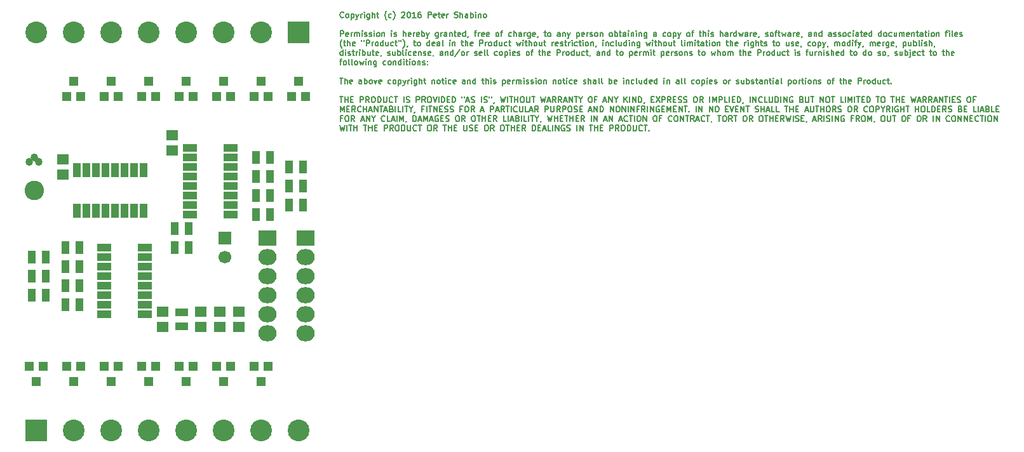
<source format=gts>
G04 #@! TF.FileFunction,Soldermask,Top*
%FSLAX46Y46*%
G04 Gerber Fmt 4.6, Leading zero omitted, Abs format (unit mm)*
G04 Created by KiCad (PCBNEW 4.0.2-stable) date 6/3/2016 9:25:24 PM*
%MOMM*%
G01*
G04 APERTURE LIST*
%ADD10C,0.100000*%
%ADD11C,0.190500*%
%ADD12R,1.700000X1.700000*%
%ADD13C,1.700000*%
%ADD14R,1.650000X1.400000*%
%ADD15R,2.432000X2.127200*%
%ADD16O,2.432000X2.127200*%
%ADD17R,2.900000X2.900000*%
%ADD18C,2.900000*%
%ADD19R,1.200100X1.200100*%
%ADD20R,1.100000X1.700000*%
%ADD21R,1.000000X1.900000*%
%ADD22R,1.900000X1.000000*%
%ADD23R,1.700000X1.100000*%
%ADD24C,2.600000*%
%ADD25C,1.035000*%
G04 APERTURE END LIST*
D10*
D11*
X143491857Y-89883343D02*
X143455571Y-89919629D01*
X143346714Y-89955914D01*
X143274143Y-89955914D01*
X143165286Y-89919629D01*
X143092714Y-89847057D01*
X143056429Y-89774486D01*
X143020143Y-89629343D01*
X143020143Y-89520486D01*
X143056429Y-89375343D01*
X143092714Y-89302771D01*
X143165286Y-89230200D01*
X143274143Y-89193914D01*
X143346714Y-89193914D01*
X143455571Y-89230200D01*
X143491857Y-89266486D01*
X143927286Y-89955914D02*
X143854714Y-89919629D01*
X143818429Y-89883343D01*
X143782143Y-89810771D01*
X143782143Y-89593057D01*
X143818429Y-89520486D01*
X143854714Y-89484200D01*
X143927286Y-89447914D01*
X144036143Y-89447914D01*
X144108714Y-89484200D01*
X144145000Y-89520486D01*
X144181286Y-89593057D01*
X144181286Y-89810771D01*
X144145000Y-89883343D01*
X144108714Y-89919629D01*
X144036143Y-89955914D01*
X143927286Y-89955914D01*
X144507858Y-89447914D02*
X144507858Y-90209914D01*
X144507858Y-89484200D02*
X144580429Y-89447914D01*
X144725572Y-89447914D01*
X144798143Y-89484200D01*
X144834429Y-89520486D01*
X144870715Y-89593057D01*
X144870715Y-89810771D01*
X144834429Y-89883343D01*
X144798143Y-89919629D01*
X144725572Y-89955914D01*
X144580429Y-89955914D01*
X144507858Y-89919629D01*
X145124715Y-89447914D02*
X145306144Y-89955914D01*
X145487572Y-89447914D02*
X145306144Y-89955914D01*
X145233572Y-90137343D01*
X145197287Y-90173629D01*
X145124715Y-90209914D01*
X145777858Y-89955914D02*
X145777858Y-89447914D01*
X145777858Y-89593057D02*
X145814143Y-89520486D01*
X145850429Y-89484200D01*
X145923000Y-89447914D01*
X145995572Y-89447914D01*
X146249572Y-89955914D02*
X146249572Y-89447914D01*
X146249572Y-89193914D02*
X146213286Y-89230200D01*
X146249572Y-89266486D01*
X146285857Y-89230200D01*
X146249572Y-89193914D01*
X146249572Y-89266486D01*
X146939000Y-89447914D02*
X146939000Y-90064771D01*
X146902714Y-90137343D01*
X146866429Y-90173629D01*
X146793857Y-90209914D01*
X146685000Y-90209914D01*
X146612429Y-90173629D01*
X146939000Y-89919629D02*
X146866429Y-89955914D01*
X146721286Y-89955914D01*
X146648714Y-89919629D01*
X146612429Y-89883343D01*
X146576143Y-89810771D01*
X146576143Y-89593057D01*
X146612429Y-89520486D01*
X146648714Y-89484200D01*
X146721286Y-89447914D01*
X146866429Y-89447914D01*
X146939000Y-89484200D01*
X147301858Y-89955914D02*
X147301858Y-89193914D01*
X147628429Y-89955914D02*
X147628429Y-89556771D01*
X147592143Y-89484200D01*
X147519572Y-89447914D01*
X147410715Y-89447914D01*
X147338143Y-89484200D01*
X147301858Y-89520486D01*
X147882429Y-89447914D02*
X148172715Y-89447914D01*
X147991287Y-89193914D02*
X147991287Y-89847057D01*
X148027572Y-89919629D01*
X148100144Y-89955914D01*
X148172715Y-89955914D01*
X149225001Y-90246200D02*
X149188715Y-90209914D01*
X149116144Y-90101057D01*
X149079858Y-90028486D01*
X149043572Y-89919629D01*
X149007287Y-89738200D01*
X149007287Y-89593057D01*
X149043572Y-89411629D01*
X149079858Y-89302771D01*
X149116144Y-89230200D01*
X149188715Y-89121343D01*
X149225001Y-89085057D01*
X149841858Y-89919629D02*
X149769287Y-89955914D01*
X149624144Y-89955914D01*
X149551572Y-89919629D01*
X149515287Y-89883343D01*
X149479001Y-89810771D01*
X149479001Y-89593057D01*
X149515287Y-89520486D01*
X149551572Y-89484200D01*
X149624144Y-89447914D01*
X149769287Y-89447914D01*
X149841858Y-89484200D01*
X150095858Y-90246200D02*
X150132144Y-90209914D01*
X150204715Y-90101057D01*
X150241001Y-90028486D01*
X150277287Y-89919629D01*
X150313572Y-89738200D01*
X150313572Y-89593057D01*
X150277287Y-89411629D01*
X150241001Y-89302771D01*
X150204715Y-89230200D01*
X150132144Y-89121343D01*
X150095858Y-89085057D01*
X151220715Y-89266486D02*
X151257001Y-89230200D01*
X151329572Y-89193914D01*
X151511001Y-89193914D01*
X151583572Y-89230200D01*
X151619858Y-89266486D01*
X151656143Y-89339057D01*
X151656143Y-89411629D01*
X151619858Y-89520486D01*
X151184429Y-89955914D01*
X151656143Y-89955914D01*
X152127857Y-89193914D02*
X152200429Y-89193914D01*
X152273000Y-89230200D01*
X152309286Y-89266486D01*
X152345572Y-89339057D01*
X152381857Y-89484200D01*
X152381857Y-89665629D01*
X152345572Y-89810771D01*
X152309286Y-89883343D01*
X152273000Y-89919629D01*
X152200429Y-89955914D01*
X152127857Y-89955914D01*
X152055286Y-89919629D01*
X152019000Y-89883343D01*
X151982715Y-89810771D01*
X151946429Y-89665629D01*
X151946429Y-89484200D01*
X151982715Y-89339057D01*
X152019000Y-89266486D01*
X152055286Y-89230200D01*
X152127857Y-89193914D01*
X153107571Y-89955914D02*
X152672143Y-89955914D01*
X152889857Y-89955914D02*
X152889857Y-89193914D01*
X152817286Y-89302771D01*
X152744714Y-89375343D01*
X152672143Y-89411629D01*
X153760714Y-89193914D02*
X153615571Y-89193914D01*
X153543000Y-89230200D01*
X153506714Y-89266486D01*
X153434143Y-89375343D01*
X153397857Y-89520486D01*
X153397857Y-89810771D01*
X153434143Y-89883343D01*
X153470428Y-89919629D01*
X153543000Y-89955914D01*
X153688143Y-89955914D01*
X153760714Y-89919629D01*
X153797000Y-89883343D01*
X153833285Y-89810771D01*
X153833285Y-89629343D01*
X153797000Y-89556771D01*
X153760714Y-89520486D01*
X153688143Y-89484200D01*
X153543000Y-89484200D01*
X153470428Y-89520486D01*
X153434143Y-89556771D01*
X153397857Y-89629343D01*
X154740428Y-89955914D02*
X154740428Y-89193914D01*
X155030713Y-89193914D01*
X155103285Y-89230200D01*
X155139570Y-89266486D01*
X155175856Y-89339057D01*
X155175856Y-89447914D01*
X155139570Y-89520486D01*
X155103285Y-89556771D01*
X155030713Y-89593057D01*
X154740428Y-89593057D01*
X155792713Y-89919629D02*
X155720142Y-89955914D01*
X155574999Y-89955914D01*
X155502428Y-89919629D01*
X155466142Y-89847057D01*
X155466142Y-89556771D01*
X155502428Y-89484200D01*
X155574999Y-89447914D01*
X155720142Y-89447914D01*
X155792713Y-89484200D01*
X155828999Y-89556771D01*
X155828999Y-89629343D01*
X155466142Y-89701914D01*
X156046713Y-89447914D02*
X156336999Y-89447914D01*
X156155571Y-89193914D02*
X156155571Y-89847057D01*
X156191856Y-89919629D01*
X156264428Y-89955914D01*
X156336999Y-89955914D01*
X156881285Y-89919629D02*
X156808714Y-89955914D01*
X156663571Y-89955914D01*
X156591000Y-89919629D01*
X156554714Y-89847057D01*
X156554714Y-89556771D01*
X156591000Y-89484200D01*
X156663571Y-89447914D01*
X156808714Y-89447914D01*
X156881285Y-89484200D01*
X156917571Y-89556771D01*
X156917571Y-89629343D01*
X156554714Y-89701914D01*
X157244143Y-89955914D02*
X157244143Y-89447914D01*
X157244143Y-89593057D02*
X157280428Y-89520486D01*
X157316714Y-89484200D01*
X157389285Y-89447914D01*
X157461857Y-89447914D01*
X158260142Y-89919629D02*
X158368999Y-89955914D01*
X158550428Y-89955914D01*
X158622999Y-89919629D01*
X158659285Y-89883343D01*
X158695570Y-89810771D01*
X158695570Y-89738200D01*
X158659285Y-89665629D01*
X158622999Y-89629343D01*
X158550428Y-89593057D01*
X158405285Y-89556771D01*
X158332713Y-89520486D01*
X158296428Y-89484200D01*
X158260142Y-89411629D01*
X158260142Y-89339057D01*
X158296428Y-89266486D01*
X158332713Y-89230200D01*
X158405285Y-89193914D01*
X158586713Y-89193914D01*
X158695570Y-89230200D01*
X159022142Y-89955914D02*
X159022142Y-89193914D01*
X159348713Y-89955914D02*
X159348713Y-89556771D01*
X159312427Y-89484200D01*
X159239856Y-89447914D01*
X159130999Y-89447914D01*
X159058427Y-89484200D01*
X159022142Y-89520486D01*
X160038142Y-89955914D02*
X160038142Y-89556771D01*
X160001856Y-89484200D01*
X159929285Y-89447914D01*
X159784142Y-89447914D01*
X159711571Y-89484200D01*
X160038142Y-89919629D02*
X159965571Y-89955914D01*
X159784142Y-89955914D01*
X159711571Y-89919629D01*
X159675285Y-89847057D01*
X159675285Y-89774486D01*
X159711571Y-89701914D01*
X159784142Y-89665629D01*
X159965571Y-89665629D01*
X160038142Y-89629343D01*
X160401000Y-89955914D02*
X160401000Y-89193914D01*
X160401000Y-89484200D02*
X160473571Y-89447914D01*
X160618714Y-89447914D01*
X160691285Y-89484200D01*
X160727571Y-89520486D01*
X160763857Y-89593057D01*
X160763857Y-89810771D01*
X160727571Y-89883343D01*
X160691285Y-89919629D01*
X160618714Y-89955914D01*
X160473571Y-89955914D01*
X160401000Y-89919629D01*
X161090429Y-89955914D02*
X161090429Y-89447914D01*
X161090429Y-89193914D02*
X161054143Y-89230200D01*
X161090429Y-89266486D01*
X161126714Y-89230200D01*
X161090429Y-89193914D01*
X161090429Y-89266486D01*
X161453286Y-89447914D02*
X161453286Y-89955914D01*
X161453286Y-89520486D02*
X161489571Y-89484200D01*
X161562143Y-89447914D01*
X161671000Y-89447914D01*
X161743571Y-89484200D01*
X161779857Y-89556771D01*
X161779857Y-89955914D01*
X162251572Y-89955914D02*
X162179000Y-89919629D01*
X162142715Y-89883343D01*
X162106429Y-89810771D01*
X162106429Y-89593057D01*
X162142715Y-89520486D01*
X162179000Y-89484200D01*
X162251572Y-89447914D01*
X162360429Y-89447914D01*
X162433000Y-89484200D01*
X162469286Y-89520486D01*
X162505572Y-89593057D01*
X162505572Y-89810771D01*
X162469286Y-89883343D01*
X162433000Y-89919629D01*
X162360429Y-89955914D01*
X162251572Y-89955914D01*
X143056429Y-92470514D02*
X143056429Y-91708514D01*
X143346714Y-91708514D01*
X143419286Y-91744800D01*
X143455571Y-91781086D01*
X143491857Y-91853657D01*
X143491857Y-91962514D01*
X143455571Y-92035086D01*
X143419286Y-92071371D01*
X143346714Y-92107657D01*
X143056429Y-92107657D01*
X144108714Y-92434229D02*
X144036143Y-92470514D01*
X143891000Y-92470514D01*
X143818429Y-92434229D01*
X143782143Y-92361657D01*
X143782143Y-92071371D01*
X143818429Y-91998800D01*
X143891000Y-91962514D01*
X144036143Y-91962514D01*
X144108714Y-91998800D01*
X144145000Y-92071371D01*
X144145000Y-92143943D01*
X143782143Y-92216514D01*
X144471572Y-92470514D02*
X144471572Y-91962514D01*
X144471572Y-92107657D02*
X144507857Y-92035086D01*
X144544143Y-91998800D01*
X144616714Y-91962514D01*
X144689286Y-91962514D01*
X144943286Y-92470514D02*
X144943286Y-91962514D01*
X144943286Y-92035086D02*
X144979571Y-91998800D01*
X145052143Y-91962514D01*
X145161000Y-91962514D01*
X145233571Y-91998800D01*
X145269857Y-92071371D01*
X145269857Y-92470514D01*
X145269857Y-92071371D02*
X145306143Y-91998800D01*
X145378714Y-91962514D01*
X145487571Y-91962514D01*
X145560143Y-91998800D01*
X145596428Y-92071371D01*
X145596428Y-92470514D01*
X145959286Y-92470514D02*
X145959286Y-91962514D01*
X145959286Y-91708514D02*
X145923000Y-91744800D01*
X145959286Y-91781086D01*
X145995571Y-91744800D01*
X145959286Y-91708514D01*
X145959286Y-91781086D01*
X146285857Y-92434229D02*
X146358428Y-92470514D01*
X146503571Y-92470514D01*
X146576143Y-92434229D01*
X146612428Y-92361657D01*
X146612428Y-92325371D01*
X146576143Y-92252800D01*
X146503571Y-92216514D01*
X146394714Y-92216514D01*
X146322143Y-92180229D01*
X146285857Y-92107657D01*
X146285857Y-92071371D01*
X146322143Y-91998800D01*
X146394714Y-91962514D01*
X146503571Y-91962514D01*
X146576143Y-91998800D01*
X146902714Y-92434229D02*
X146975285Y-92470514D01*
X147120428Y-92470514D01*
X147193000Y-92434229D01*
X147229285Y-92361657D01*
X147229285Y-92325371D01*
X147193000Y-92252800D01*
X147120428Y-92216514D01*
X147011571Y-92216514D01*
X146939000Y-92180229D01*
X146902714Y-92107657D01*
X146902714Y-92071371D01*
X146939000Y-91998800D01*
X147011571Y-91962514D01*
X147120428Y-91962514D01*
X147193000Y-91998800D01*
X147555857Y-92470514D02*
X147555857Y-91962514D01*
X147555857Y-91708514D02*
X147519571Y-91744800D01*
X147555857Y-91781086D01*
X147592142Y-91744800D01*
X147555857Y-91708514D01*
X147555857Y-91781086D01*
X148027571Y-92470514D02*
X147954999Y-92434229D01*
X147918714Y-92397943D01*
X147882428Y-92325371D01*
X147882428Y-92107657D01*
X147918714Y-92035086D01*
X147954999Y-91998800D01*
X148027571Y-91962514D01*
X148136428Y-91962514D01*
X148208999Y-91998800D01*
X148245285Y-92035086D01*
X148281571Y-92107657D01*
X148281571Y-92325371D01*
X148245285Y-92397943D01*
X148208999Y-92434229D01*
X148136428Y-92470514D01*
X148027571Y-92470514D01*
X148608143Y-91962514D02*
X148608143Y-92470514D01*
X148608143Y-92035086D02*
X148644428Y-91998800D01*
X148717000Y-91962514D01*
X148825857Y-91962514D01*
X148898428Y-91998800D01*
X148934714Y-92071371D01*
X148934714Y-92470514D01*
X149878143Y-92470514D02*
X149878143Y-91962514D01*
X149878143Y-91708514D02*
X149841857Y-91744800D01*
X149878143Y-91781086D01*
X149914428Y-91744800D01*
X149878143Y-91708514D01*
X149878143Y-91781086D01*
X150204714Y-92434229D02*
X150277285Y-92470514D01*
X150422428Y-92470514D01*
X150495000Y-92434229D01*
X150531285Y-92361657D01*
X150531285Y-92325371D01*
X150495000Y-92252800D01*
X150422428Y-92216514D01*
X150313571Y-92216514D01*
X150241000Y-92180229D01*
X150204714Y-92107657D01*
X150204714Y-92071371D01*
X150241000Y-91998800D01*
X150313571Y-91962514D01*
X150422428Y-91962514D01*
X150495000Y-91998800D01*
X151438428Y-92470514D02*
X151438428Y-91708514D01*
X151764999Y-92470514D02*
X151764999Y-92071371D01*
X151728713Y-91998800D01*
X151656142Y-91962514D01*
X151547285Y-91962514D01*
X151474713Y-91998800D01*
X151438428Y-92035086D01*
X152418142Y-92434229D02*
X152345571Y-92470514D01*
X152200428Y-92470514D01*
X152127857Y-92434229D01*
X152091571Y-92361657D01*
X152091571Y-92071371D01*
X152127857Y-91998800D01*
X152200428Y-91962514D01*
X152345571Y-91962514D01*
X152418142Y-91998800D01*
X152454428Y-92071371D01*
X152454428Y-92143943D01*
X152091571Y-92216514D01*
X152781000Y-92470514D02*
X152781000Y-91962514D01*
X152781000Y-92107657D02*
X152817285Y-92035086D01*
X152853571Y-91998800D01*
X152926142Y-91962514D01*
X152998714Y-91962514D01*
X153542999Y-92434229D02*
X153470428Y-92470514D01*
X153325285Y-92470514D01*
X153252714Y-92434229D01*
X153216428Y-92361657D01*
X153216428Y-92071371D01*
X153252714Y-91998800D01*
X153325285Y-91962514D01*
X153470428Y-91962514D01*
X153542999Y-91998800D01*
X153579285Y-92071371D01*
X153579285Y-92143943D01*
X153216428Y-92216514D01*
X153905857Y-92470514D02*
X153905857Y-91708514D01*
X153905857Y-91998800D02*
X153978428Y-91962514D01*
X154123571Y-91962514D01*
X154196142Y-91998800D01*
X154232428Y-92035086D01*
X154268714Y-92107657D01*
X154268714Y-92325371D01*
X154232428Y-92397943D01*
X154196142Y-92434229D01*
X154123571Y-92470514D01*
X153978428Y-92470514D01*
X153905857Y-92434229D01*
X154522714Y-91962514D02*
X154704143Y-92470514D01*
X154885571Y-91962514D02*
X154704143Y-92470514D01*
X154631571Y-92651943D01*
X154595286Y-92688229D01*
X154522714Y-92724514D01*
X156082999Y-91962514D02*
X156082999Y-92579371D01*
X156046713Y-92651943D01*
X156010428Y-92688229D01*
X155937856Y-92724514D01*
X155828999Y-92724514D01*
X155756428Y-92688229D01*
X156082999Y-92434229D02*
X156010428Y-92470514D01*
X155865285Y-92470514D01*
X155792713Y-92434229D01*
X155756428Y-92397943D01*
X155720142Y-92325371D01*
X155720142Y-92107657D01*
X155756428Y-92035086D01*
X155792713Y-91998800D01*
X155865285Y-91962514D01*
X156010428Y-91962514D01*
X156082999Y-91998800D01*
X156445857Y-92470514D02*
X156445857Y-91962514D01*
X156445857Y-92107657D02*
X156482142Y-92035086D01*
X156518428Y-91998800D01*
X156590999Y-91962514D01*
X156663571Y-91962514D01*
X157244142Y-92470514D02*
X157244142Y-92071371D01*
X157207856Y-91998800D01*
X157135285Y-91962514D01*
X156990142Y-91962514D01*
X156917571Y-91998800D01*
X157244142Y-92434229D02*
X157171571Y-92470514D01*
X156990142Y-92470514D01*
X156917571Y-92434229D01*
X156881285Y-92361657D01*
X156881285Y-92289086D01*
X156917571Y-92216514D01*
X156990142Y-92180229D01*
X157171571Y-92180229D01*
X157244142Y-92143943D01*
X157607000Y-91962514D02*
X157607000Y-92470514D01*
X157607000Y-92035086D02*
X157643285Y-91998800D01*
X157715857Y-91962514D01*
X157824714Y-91962514D01*
X157897285Y-91998800D01*
X157933571Y-92071371D01*
X157933571Y-92470514D01*
X158187571Y-91962514D02*
X158477857Y-91962514D01*
X158296429Y-91708514D02*
X158296429Y-92361657D01*
X158332714Y-92434229D01*
X158405286Y-92470514D01*
X158477857Y-92470514D01*
X159022143Y-92434229D02*
X158949572Y-92470514D01*
X158804429Y-92470514D01*
X158731858Y-92434229D01*
X158695572Y-92361657D01*
X158695572Y-92071371D01*
X158731858Y-91998800D01*
X158804429Y-91962514D01*
X158949572Y-91962514D01*
X159022143Y-91998800D01*
X159058429Y-92071371D01*
X159058429Y-92143943D01*
X158695572Y-92216514D01*
X159711572Y-92470514D02*
X159711572Y-91708514D01*
X159711572Y-92434229D02*
X159639001Y-92470514D01*
X159493858Y-92470514D01*
X159421286Y-92434229D01*
X159385001Y-92397943D01*
X159348715Y-92325371D01*
X159348715Y-92107657D01*
X159385001Y-92035086D01*
X159421286Y-91998800D01*
X159493858Y-91962514D01*
X159639001Y-91962514D01*
X159711572Y-91998800D01*
X160110715Y-92434229D02*
X160110715Y-92470514D01*
X160074430Y-92543086D01*
X160038144Y-92579371D01*
X160909000Y-91962514D02*
X161199286Y-91962514D01*
X161017858Y-92470514D02*
X161017858Y-91817371D01*
X161054143Y-91744800D01*
X161126715Y-91708514D01*
X161199286Y-91708514D01*
X161453287Y-92470514D02*
X161453287Y-91962514D01*
X161453287Y-92107657D02*
X161489572Y-92035086D01*
X161525858Y-91998800D01*
X161598429Y-91962514D01*
X161671001Y-91962514D01*
X162215286Y-92434229D02*
X162142715Y-92470514D01*
X161997572Y-92470514D01*
X161925001Y-92434229D01*
X161888715Y-92361657D01*
X161888715Y-92071371D01*
X161925001Y-91998800D01*
X161997572Y-91962514D01*
X162142715Y-91962514D01*
X162215286Y-91998800D01*
X162251572Y-92071371D01*
X162251572Y-92143943D01*
X161888715Y-92216514D01*
X162868429Y-92434229D02*
X162795858Y-92470514D01*
X162650715Y-92470514D01*
X162578144Y-92434229D01*
X162541858Y-92361657D01*
X162541858Y-92071371D01*
X162578144Y-91998800D01*
X162650715Y-91962514D01*
X162795858Y-91962514D01*
X162868429Y-91998800D01*
X162904715Y-92071371D01*
X162904715Y-92143943D01*
X162541858Y-92216514D01*
X163920715Y-92470514D02*
X163848143Y-92434229D01*
X163811858Y-92397943D01*
X163775572Y-92325371D01*
X163775572Y-92107657D01*
X163811858Y-92035086D01*
X163848143Y-91998800D01*
X163920715Y-91962514D01*
X164029572Y-91962514D01*
X164102143Y-91998800D01*
X164138429Y-92035086D01*
X164174715Y-92107657D01*
X164174715Y-92325371D01*
X164138429Y-92397943D01*
X164102143Y-92434229D01*
X164029572Y-92470514D01*
X163920715Y-92470514D01*
X164392429Y-91962514D02*
X164682715Y-91962514D01*
X164501287Y-92470514D02*
X164501287Y-91817371D01*
X164537572Y-91744800D01*
X164610144Y-91708514D01*
X164682715Y-91708514D01*
X165843858Y-92434229D02*
X165771287Y-92470514D01*
X165626144Y-92470514D01*
X165553572Y-92434229D01*
X165517287Y-92397943D01*
X165481001Y-92325371D01*
X165481001Y-92107657D01*
X165517287Y-92035086D01*
X165553572Y-91998800D01*
X165626144Y-91962514D01*
X165771287Y-91962514D01*
X165843858Y-91998800D01*
X166170430Y-92470514D02*
X166170430Y-91708514D01*
X166497001Y-92470514D02*
X166497001Y-92071371D01*
X166460715Y-91998800D01*
X166388144Y-91962514D01*
X166279287Y-91962514D01*
X166206715Y-91998800D01*
X166170430Y-92035086D01*
X167186430Y-92470514D02*
X167186430Y-92071371D01*
X167150144Y-91998800D01*
X167077573Y-91962514D01*
X166932430Y-91962514D01*
X166859859Y-91998800D01*
X167186430Y-92434229D02*
X167113859Y-92470514D01*
X166932430Y-92470514D01*
X166859859Y-92434229D01*
X166823573Y-92361657D01*
X166823573Y-92289086D01*
X166859859Y-92216514D01*
X166932430Y-92180229D01*
X167113859Y-92180229D01*
X167186430Y-92143943D01*
X167549288Y-92470514D02*
X167549288Y-91962514D01*
X167549288Y-92107657D02*
X167585573Y-92035086D01*
X167621859Y-91998800D01*
X167694430Y-91962514D01*
X167767002Y-91962514D01*
X168347573Y-91962514D02*
X168347573Y-92579371D01*
X168311287Y-92651943D01*
X168275002Y-92688229D01*
X168202430Y-92724514D01*
X168093573Y-92724514D01*
X168021002Y-92688229D01*
X168347573Y-92434229D02*
X168275002Y-92470514D01*
X168129859Y-92470514D01*
X168057287Y-92434229D01*
X168021002Y-92397943D01*
X167984716Y-92325371D01*
X167984716Y-92107657D01*
X168021002Y-92035086D01*
X168057287Y-91998800D01*
X168129859Y-91962514D01*
X168275002Y-91962514D01*
X168347573Y-91998800D01*
X169000716Y-92434229D02*
X168928145Y-92470514D01*
X168783002Y-92470514D01*
X168710431Y-92434229D01*
X168674145Y-92361657D01*
X168674145Y-92071371D01*
X168710431Y-91998800D01*
X168783002Y-91962514D01*
X168928145Y-91962514D01*
X169000716Y-91998800D01*
X169037002Y-92071371D01*
X169037002Y-92143943D01*
X168674145Y-92216514D01*
X169399859Y-92434229D02*
X169399859Y-92470514D01*
X169363574Y-92543086D01*
X169327288Y-92579371D01*
X170198144Y-91962514D02*
X170488430Y-91962514D01*
X170307002Y-91708514D02*
X170307002Y-92361657D01*
X170343287Y-92434229D01*
X170415859Y-92470514D01*
X170488430Y-92470514D01*
X170851288Y-92470514D02*
X170778716Y-92434229D01*
X170742431Y-92397943D01*
X170706145Y-92325371D01*
X170706145Y-92107657D01*
X170742431Y-92035086D01*
X170778716Y-91998800D01*
X170851288Y-91962514D01*
X170960145Y-91962514D01*
X171032716Y-91998800D01*
X171069002Y-92035086D01*
X171105288Y-92107657D01*
X171105288Y-92325371D01*
X171069002Y-92397943D01*
X171032716Y-92434229D01*
X170960145Y-92470514D01*
X170851288Y-92470514D01*
X172339002Y-92470514D02*
X172339002Y-92071371D01*
X172302716Y-91998800D01*
X172230145Y-91962514D01*
X172085002Y-91962514D01*
X172012431Y-91998800D01*
X172339002Y-92434229D02*
X172266431Y-92470514D01*
X172085002Y-92470514D01*
X172012431Y-92434229D01*
X171976145Y-92361657D01*
X171976145Y-92289086D01*
X172012431Y-92216514D01*
X172085002Y-92180229D01*
X172266431Y-92180229D01*
X172339002Y-92143943D01*
X172701860Y-91962514D02*
X172701860Y-92470514D01*
X172701860Y-92035086D02*
X172738145Y-91998800D01*
X172810717Y-91962514D01*
X172919574Y-91962514D01*
X172992145Y-91998800D01*
X173028431Y-92071371D01*
X173028431Y-92470514D01*
X173318717Y-91962514D02*
X173500146Y-92470514D01*
X173681574Y-91962514D02*
X173500146Y-92470514D01*
X173427574Y-92651943D01*
X173391289Y-92688229D01*
X173318717Y-92724514D01*
X174552431Y-91962514D02*
X174552431Y-92724514D01*
X174552431Y-91998800D02*
X174625002Y-91962514D01*
X174770145Y-91962514D01*
X174842716Y-91998800D01*
X174879002Y-92035086D01*
X174915288Y-92107657D01*
X174915288Y-92325371D01*
X174879002Y-92397943D01*
X174842716Y-92434229D01*
X174770145Y-92470514D01*
X174625002Y-92470514D01*
X174552431Y-92434229D01*
X175532145Y-92434229D02*
X175459574Y-92470514D01*
X175314431Y-92470514D01*
X175241860Y-92434229D01*
X175205574Y-92361657D01*
X175205574Y-92071371D01*
X175241860Y-91998800D01*
X175314431Y-91962514D01*
X175459574Y-91962514D01*
X175532145Y-91998800D01*
X175568431Y-92071371D01*
X175568431Y-92143943D01*
X175205574Y-92216514D01*
X175895003Y-92470514D02*
X175895003Y-91962514D01*
X175895003Y-92107657D02*
X175931288Y-92035086D01*
X175967574Y-91998800D01*
X176040145Y-91962514D01*
X176112717Y-91962514D01*
X176330431Y-92434229D02*
X176403002Y-92470514D01*
X176548145Y-92470514D01*
X176620717Y-92434229D01*
X176657002Y-92361657D01*
X176657002Y-92325371D01*
X176620717Y-92252800D01*
X176548145Y-92216514D01*
X176439288Y-92216514D01*
X176366717Y-92180229D01*
X176330431Y-92107657D01*
X176330431Y-92071371D01*
X176366717Y-91998800D01*
X176439288Y-91962514D01*
X176548145Y-91962514D01*
X176620717Y-91998800D01*
X177092431Y-92470514D02*
X177019859Y-92434229D01*
X176983574Y-92397943D01*
X176947288Y-92325371D01*
X176947288Y-92107657D01*
X176983574Y-92035086D01*
X177019859Y-91998800D01*
X177092431Y-91962514D01*
X177201288Y-91962514D01*
X177273859Y-91998800D01*
X177310145Y-92035086D01*
X177346431Y-92107657D01*
X177346431Y-92325371D01*
X177310145Y-92397943D01*
X177273859Y-92434229D01*
X177201288Y-92470514D01*
X177092431Y-92470514D01*
X177673003Y-91962514D02*
X177673003Y-92470514D01*
X177673003Y-92035086D02*
X177709288Y-91998800D01*
X177781860Y-91962514D01*
X177890717Y-91962514D01*
X177963288Y-91998800D01*
X177999574Y-92071371D01*
X177999574Y-92470514D01*
X179051860Y-92470514D02*
X178979288Y-92434229D01*
X178943003Y-92397943D01*
X178906717Y-92325371D01*
X178906717Y-92107657D01*
X178943003Y-92035086D01*
X178979288Y-91998800D01*
X179051860Y-91962514D01*
X179160717Y-91962514D01*
X179233288Y-91998800D01*
X179269574Y-92035086D01*
X179305860Y-92107657D01*
X179305860Y-92325371D01*
X179269574Y-92397943D01*
X179233288Y-92434229D01*
X179160717Y-92470514D01*
X179051860Y-92470514D01*
X179632432Y-92470514D02*
X179632432Y-91708514D01*
X179632432Y-91998800D02*
X179705003Y-91962514D01*
X179850146Y-91962514D01*
X179922717Y-91998800D01*
X179959003Y-92035086D01*
X179995289Y-92107657D01*
X179995289Y-92325371D01*
X179959003Y-92397943D01*
X179922717Y-92434229D01*
X179850146Y-92470514D01*
X179705003Y-92470514D01*
X179632432Y-92434229D01*
X180213003Y-91962514D02*
X180503289Y-91962514D01*
X180321861Y-91708514D02*
X180321861Y-92361657D01*
X180358146Y-92434229D01*
X180430718Y-92470514D01*
X180503289Y-92470514D01*
X181083861Y-92470514D02*
X181083861Y-92071371D01*
X181047575Y-91998800D01*
X180975004Y-91962514D01*
X180829861Y-91962514D01*
X180757290Y-91998800D01*
X181083861Y-92434229D02*
X181011290Y-92470514D01*
X180829861Y-92470514D01*
X180757290Y-92434229D01*
X180721004Y-92361657D01*
X180721004Y-92289086D01*
X180757290Y-92216514D01*
X180829861Y-92180229D01*
X181011290Y-92180229D01*
X181083861Y-92143943D01*
X181446719Y-92470514D02*
X181446719Y-91962514D01*
X181446719Y-91708514D02*
X181410433Y-91744800D01*
X181446719Y-91781086D01*
X181483004Y-91744800D01*
X181446719Y-91708514D01*
X181446719Y-91781086D01*
X181809576Y-91962514D02*
X181809576Y-92470514D01*
X181809576Y-92035086D02*
X181845861Y-91998800D01*
X181918433Y-91962514D01*
X182027290Y-91962514D01*
X182099861Y-91998800D01*
X182136147Y-92071371D01*
X182136147Y-92470514D01*
X182499005Y-92470514D02*
X182499005Y-91962514D01*
X182499005Y-91708514D02*
X182462719Y-91744800D01*
X182499005Y-91781086D01*
X182535290Y-91744800D01*
X182499005Y-91708514D01*
X182499005Y-91781086D01*
X182861862Y-91962514D02*
X182861862Y-92470514D01*
X182861862Y-92035086D02*
X182898147Y-91998800D01*
X182970719Y-91962514D01*
X183079576Y-91962514D01*
X183152147Y-91998800D01*
X183188433Y-92071371D01*
X183188433Y-92470514D01*
X183877862Y-91962514D02*
X183877862Y-92579371D01*
X183841576Y-92651943D01*
X183805291Y-92688229D01*
X183732719Y-92724514D01*
X183623862Y-92724514D01*
X183551291Y-92688229D01*
X183877862Y-92434229D02*
X183805291Y-92470514D01*
X183660148Y-92470514D01*
X183587576Y-92434229D01*
X183551291Y-92397943D01*
X183515005Y-92325371D01*
X183515005Y-92107657D01*
X183551291Y-92035086D01*
X183587576Y-91998800D01*
X183660148Y-91962514D01*
X183805291Y-91962514D01*
X183877862Y-91998800D01*
X185147862Y-92470514D02*
X185147862Y-92071371D01*
X185111576Y-91998800D01*
X185039005Y-91962514D01*
X184893862Y-91962514D01*
X184821291Y-91998800D01*
X185147862Y-92434229D02*
X185075291Y-92470514D01*
X184893862Y-92470514D01*
X184821291Y-92434229D01*
X184785005Y-92361657D01*
X184785005Y-92289086D01*
X184821291Y-92216514D01*
X184893862Y-92180229D01*
X185075291Y-92180229D01*
X185147862Y-92143943D01*
X186417862Y-92434229D02*
X186345291Y-92470514D01*
X186200148Y-92470514D01*
X186127576Y-92434229D01*
X186091291Y-92397943D01*
X186055005Y-92325371D01*
X186055005Y-92107657D01*
X186091291Y-92035086D01*
X186127576Y-91998800D01*
X186200148Y-91962514D01*
X186345291Y-91962514D01*
X186417862Y-91998800D01*
X186853291Y-92470514D02*
X186780719Y-92434229D01*
X186744434Y-92397943D01*
X186708148Y-92325371D01*
X186708148Y-92107657D01*
X186744434Y-92035086D01*
X186780719Y-91998800D01*
X186853291Y-91962514D01*
X186962148Y-91962514D01*
X187034719Y-91998800D01*
X187071005Y-92035086D01*
X187107291Y-92107657D01*
X187107291Y-92325371D01*
X187071005Y-92397943D01*
X187034719Y-92434229D01*
X186962148Y-92470514D01*
X186853291Y-92470514D01*
X187433863Y-91962514D02*
X187433863Y-92724514D01*
X187433863Y-91998800D02*
X187506434Y-91962514D01*
X187651577Y-91962514D01*
X187724148Y-91998800D01*
X187760434Y-92035086D01*
X187796720Y-92107657D01*
X187796720Y-92325371D01*
X187760434Y-92397943D01*
X187724148Y-92434229D01*
X187651577Y-92470514D01*
X187506434Y-92470514D01*
X187433863Y-92434229D01*
X188050720Y-91962514D02*
X188232149Y-92470514D01*
X188413577Y-91962514D02*
X188232149Y-92470514D01*
X188159577Y-92651943D01*
X188123292Y-92688229D01*
X188050720Y-92724514D01*
X189393291Y-92470514D02*
X189320719Y-92434229D01*
X189284434Y-92397943D01*
X189248148Y-92325371D01*
X189248148Y-92107657D01*
X189284434Y-92035086D01*
X189320719Y-91998800D01*
X189393291Y-91962514D01*
X189502148Y-91962514D01*
X189574719Y-91998800D01*
X189611005Y-92035086D01*
X189647291Y-92107657D01*
X189647291Y-92325371D01*
X189611005Y-92397943D01*
X189574719Y-92434229D01*
X189502148Y-92470514D01*
X189393291Y-92470514D01*
X189865005Y-91962514D02*
X190155291Y-91962514D01*
X189973863Y-92470514D02*
X189973863Y-91817371D01*
X190010148Y-91744800D01*
X190082720Y-91708514D01*
X190155291Y-91708514D01*
X190881005Y-91962514D02*
X191171291Y-91962514D01*
X190989863Y-91708514D02*
X190989863Y-92361657D01*
X191026148Y-92434229D01*
X191098720Y-92470514D01*
X191171291Y-92470514D01*
X191425292Y-92470514D02*
X191425292Y-91708514D01*
X191751863Y-92470514D02*
X191751863Y-92071371D01*
X191715577Y-91998800D01*
X191643006Y-91962514D01*
X191534149Y-91962514D01*
X191461577Y-91998800D01*
X191425292Y-92035086D01*
X192114721Y-92470514D02*
X192114721Y-91962514D01*
X192114721Y-91708514D02*
X192078435Y-91744800D01*
X192114721Y-91781086D01*
X192151006Y-91744800D01*
X192114721Y-91708514D01*
X192114721Y-91781086D01*
X192441292Y-92434229D02*
X192513863Y-92470514D01*
X192659006Y-92470514D01*
X192731578Y-92434229D01*
X192767863Y-92361657D01*
X192767863Y-92325371D01*
X192731578Y-92252800D01*
X192659006Y-92216514D01*
X192550149Y-92216514D01*
X192477578Y-92180229D01*
X192441292Y-92107657D01*
X192441292Y-92071371D01*
X192477578Y-91998800D01*
X192550149Y-91962514D01*
X192659006Y-91962514D01*
X192731578Y-91998800D01*
X193675006Y-92470514D02*
X193675006Y-91708514D01*
X194001577Y-92470514D02*
X194001577Y-92071371D01*
X193965291Y-91998800D01*
X193892720Y-91962514D01*
X193783863Y-91962514D01*
X193711291Y-91998800D01*
X193675006Y-92035086D01*
X194691006Y-92470514D02*
X194691006Y-92071371D01*
X194654720Y-91998800D01*
X194582149Y-91962514D01*
X194437006Y-91962514D01*
X194364435Y-91998800D01*
X194691006Y-92434229D02*
X194618435Y-92470514D01*
X194437006Y-92470514D01*
X194364435Y-92434229D01*
X194328149Y-92361657D01*
X194328149Y-92289086D01*
X194364435Y-92216514D01*
X194437006Y-92180229D01*
X194618435Y-92180229D01*
X194691006Y-92143943D01*
X195053864Y-92470514D02*
X195053864Y-91962514D01*
X195053864Y-92107657D02*
X195090149Y-92035086D01*
X195126435Y-91998800D01*
X195199006Y-91962514D01*
X195271578Y-91962514D01*
X195852149Y-92470514D02*
X195852149Y-91708514D01*
X195852149Y-92434229D02*
X195779578Y-92470514D01*
X195634435Y-92470514D01*
X195561863Y-92434229D01*
X195525578Y-92397943D01*
X195489292Y-92325371D01*
X195489292Y-92107657D01*
X195525578Y-92035086D01*
X195561863Y-91998800D01*
X195634435Y-91962514D01*
X195779578Y-91962514D01*
X195852149Y-91998800D01*
X196142435Y-91962514D02*
X196287578Y-92470514D01*
X196432721Y-92107657D01*
X196577864Y-92470514D01*
X196723007Y-91962514D01*
X197339864Y-92470514D02*
X197339864Y-92071371D01*
X197303578Y-91998800D01*
X197231007Y-91962514D01*
X197085864Y-91962514D01*
X197013293Y-91998800D01*
X197339864Y-92434229D02*
X197267293Y-92470514D01*
X197085864Y-92470514D01*
X197013293Y-92434229D01*
X196977007Y-92361657D01*
X196977007Y-92289086D01*
X197013293Y-92216514D01*
X197085864Y-92180229D01*
X197267293Y-92180229D01*
X197339864Y-92143943D01*
X197702722Y-92470514D02*
X197702722Y-91962514D01*
X197702722Y-92107657D02*
X197739007Y-92035086D01*
X197775293Y-91998800D01*
X197847864Y-91962514D01*
X197920436Y-91962514D01*
X198464721Y-92434229D02*
X198392150Y-92470514D01*
X198247007Y-92470514D01*
X198174436Y-92434229D01*
X198138150Y-92361657D01*
X198138150Y-92071371D01*
X198174436Y-91998800D01*
X198247007Y-91962514D01*
X198392150Y-91962514D01*
X198464721Y-91998800D01*
X198501007Y-92071371D01*
X198501007Y-92143943D01*
X198138150Y-92216514D01*
X198863864Y-92434229D02*
X198863864Y-92470514D01*
X198827579Y-92543086D01*
X198791293Y-92579371D01*
X199734721Y-92434229D02*
X199807292Y-92470514D01*
X199952435Y-92470514D01*
X200025007Y-92434229D01*
X200061292Y-92361657D01*
X200061292Y-92325371D01*
X200025007Y-92252800D01*
X199952435Y-92216514D01*
X199843578Y-92216514D01*
X199771007Y-92180229D01*
X199734721Y-92107657D01*
X199734721Y-92071371D01*
X199771007Y-91998800D01*
X199843578Y-91962514D01*
X199952435Y-91962514D01*
X200025007Y-91998800D01*
X200496721Y-92470514D02*
X200424149Y-92434229D01*
X200387864Y-92397943D01*
X200351578Y-92325371D01*
X200351578Y-92107657D01*
X200387864Y-92035086D01*
X200424149Y-91998800D01*
X200496721Y-91962514D01*
X200605578Y-91962514D01*
X200678149Y-91998800D01*
X200714435Y-92035086D01*
X200750721Y-92107657D01*
X200750721Y-92325371D01*
X200714435Y-92397943D01*
X200678149Y-92434229D01*
X200605578Y-92470514D01*
X200496721Y-92470514D01*
X200968435Y-91962514D02*
X201258721Y-91962514D01*
X201077293Y-92470514D02*
X201077293Y-91817371D01*
X201113578Y-91744800D01*
X201186150Y-91708514D01*
X201258721Y-91708514D01*
X201403864Y-91962514D02*
X201694150Y-91962514D01*
X201512722Y-91708514D02*
X201512722Y-92361657D01*
X201549007Y-92434229D01*
X201621579Y-92470514D01*
X201694150Y-92470514D01*
X201875579Y-91962514D02*
X202020722Y-92470514D01*
X202165865Y-92107657D01*
X202311008Y-92470514D01*
X202456151Y-91962514D01*
X203073008Y-92470514D02*
X203073008Y-92071371D01*
X203036722Y-91998800D01*
X202964151Y-91962514D01*
X202819008Y-91962514D01*
X202746437Y-91998800D01*
X203073008Y-92434229D02*
X203000437Y-92470514D01*
X202819008Y-92470514D01*
X202746437Y-92434229D01*
X202710151Y-92361657D01*
X202710151Y-92289086D01*
X202746437Y-92216514D01*
X202819008Y-92180229D01*
X203000437Y-92180229D01*
X203073008Y-92143943D01*
X203435866Y-92470514D02*
X203435866Y-91962514D01*
X203435866Y-92107657D02*
X203472151Y-92035086D01*
X203508437Y-91998800D01*
X203581008Y-91962514D01*
X203653580Y-91962514D01*
X204197865Y-92434229D02*
X204125294Y-92470514D01*
X203980151Y-92470514D01*
X203907580Y-92434229D01*
X203871294Y-92361657D01*
X203871294Y-92071371D01*
X203907580Y-91998800D01*
X203980151Y-91962514D01*
X204125294Y-91962514D01*
X204197865Y-91998800D01*
X204234151Y-92071371D01*
X204234151Y-92143943D01*
X203871294Y-92216514D01*
X204597008Y-92434229D02*
X204597008Y-92470514D01*
X204560723Y-92543086D01*
X204524437Y-92579371D01*
X205830722Y-92470514D02*
X205830722Y-92071371D01*
X205794436Y-91998800D01*
X205721865Y-91962514D01*
X205576722Y-91962514D01*
X205504151Y-91998800D01*
X205830722Y-92434229D02*
X205758151Y-92470514D01*
X205576722Y-92470514D01*
X205504151Y-92434229D01*
X205467865Y-92361657D01*
X205467865Y-92289086D01*
X205504151Y-92216514D01*
X205576722Y-92180229D01*
X205758151Y-92180229D01*
X205830722Y-92143943D01*
X206193580Y-91962514D02*
X206193580Y-92470514D01*
X206193580Y-92035086D02*
X206229865Y-91998800D01*
X206302437Y-91962514D01*
X206411294Y-91962514D01*
X206483865Y-91998800D01*
X206520151Y-92071371D01*
X206520151Y-92470514D01*
X207209580Y-92470514D02*
X207209580Y-91708514D01*
X207209580Y-92434229D02*
X207137009Y-92470514D01*
X206991866Y-92470514D01*
X206919294Y-92434229D01*
X206883009Y-92397943D01*
X206846723Y-92325371D01*
X206846723Y-92107657D01*
X206883009Y-92035086D01*
X206919294Y-91998800D01*
X206991866Y-91962514D01*
X207137009Y-91962514D01*
X207209580Y-91998800D01*
X208479580Y-92470514D02*
X208479580Y-92071371D01*
X208443294Y-91998800D01*
X208370723Y-91962514D01*
X208225580Y-91962514D01*
X208153009Y-91998800D01*
X208479580Y-92434229D02*
X208407009Y-92470514D01*
X208225580Y-92470514D01*
X208153009Y-92434229D01*
X208116723Y-92361657D01*
X208116723Y-92289086D01*
X208153009Y-92216514D01*
X208225580Y-92180229D01*
X208407009Y-92180229D01*
X208479580Y-92143943D01*
X208806152Y-92434229D02*
X208878723Y-92470514D01*
X209023866Y-92470514D01*
X209096438Y-92434229D01*
X209132723Y-92361657D01*
X209132723Y-92325371D01*
X209096438Y-92252800D01*
X209023866Y-92216514D01*
X208915009Y-92216514D01*
X208842438Y-92180229D01*
X208806152Y-92107657D01*
X208806152Y-92071371D01*
X208842438Y-91998800D01*
X208915009Y-91962514D01*
X209023866Y-91962514D01*
X209096438Y-91998800D01*
X209423009Y-92434229D02*
X209495580Y-92470514D01*
X209640723Y-92470514D01*
X209713295Y-92434229D01*
X209749580Y-92361657D01*
X209749580Y-92325371D01*
X209713295Y-92252800D01*
X209640723Y-92216514D01*
X209531866Y-92216514D01*
X209459295Y-92180229D01*
X209423009Y-92107657D01*
X209423009Y-92071371D01*
X209459295Y-91998800D01*
X209531866Y-91962514D01*
X209640723Y-91962514D01*
X209713295Y-91998800D01*
X210185009Y-92470514D02*
X210112437Y-92434229D01*
X210076152Y-92397943D01*
X210039866Y-92325371D01*
X210039866Y-92107657D01*
X210076152Y-92035086D01*
X210112437Y-91998800D01*
X210185009Y-91962514D01*
X210293866Y-91962514D01*
X210366437Y-91998800D01*
X210402723Y-92035086D01*
X210439009Y-92107657D01*
X210439009Y-92325371D01*
X210402723Y-92397943D01*
X210366437Y-92434229D01*
X210293866Y-92470514D01*
X210185009Y-92470514D01*
X211092152Y-92434229D02*
X211019581Y-92470514D01*
X210874438Y-92470514D01*
X210801866Y-92434229D01*
X210765581Y-92397943D01*
X210729295Y-92325371D01*
X210729295Y-92107657D01*
X210765581Y-92035086D01*
X210801866Y-91998800D01*
X210874438Y-91962514D01*
X211019581Y-91962514D01*
X211092152Y-91998800D01*
X211418724Y-92470514D02*
X211418724Y-91962514D01*
X211418724Y-91708514D02*
X211382438Y-91744800D01*
X211418724Y-91781086D01*
X211455009Y-91744800D01*
X211418724Y-91708514D01*
X211418724Y-91781086D01*
X212108152Y-92470514D02*
X212108152Y-92071371D01*
X212071866Y-91998800D01*
X211999295Y-91962514D01*
X211854152Y-91962514D01*
X211781581Y-91998800D01*
X212108152Y-92434229D02*
X212035581Y-92470514D01*
X211854152Y-92470514D01*
X211781581Y-92434229D01*
X211745295Y-92361657D01*
X211745295Y-92289086D01*
X211781581Y-92216514D01*
X211854152Y-92180229D01*
X212035581Y-92180229D01*
X212108152Y-92143943D01*
X212362152Y-91962514D02*
X212652438Y-91962514D01*
X212471010Y-91708514D02*
X212471010Y-92361657D01*
X212507295Y-92434229D01*
X212579867Y-92470514D01*
X212652438Y-92470514D01*
X213196724Y-92434229D02*
X213124153Y-92470514D01*
X212979010Y-92470514D01*
X212906439Y-92434229D01*
X212870153Y-92361657D01*
X212870153Y-92071371D01*
X212906439Y-91998800D01*
X212979010Y-91962514D01*
X213124153Y-91962514D01*
X213196724Y-91998800D01*
X213233010Y-92071371D01*
X213233010Y-92143943D01*
X212870153Y-92216514D01*
X213886153Y-92470514D02*
X213886153Y-91708514D01*
X213886153Y-92434229D02*
X213813582Y-92470514D01*
X213668439Y-92470514D01*
X213595867Y-92434229D01*
X213559582Y-92397943D01*
X213523296Y-92325371D01*
X213523296Y-92107657D01*
X213559582Y-92035086D01*
X213595867Y-91998800D01*
X213668439Y-91962514D01*
X213813582Y-91962514D01*
X213886153Y-91998800D01*
X215156153Y-92470514D02*
X215156153Y-91708514D01*
X215156153Y-92434229D02*
X215083582Y-92470514D01*
X214938439Y-92470514D01*
X214865867Y-92434229D01*
X214829582Y-92397943D01*
X214793296Y-92325371D01*
X214793296Y-92107657D01*
X214829582Y-92035086D01*
X214865867Y-91998800D01*
X214938439Y-91962514D01*
X215083582Y-91962514D01*
X215156153Y-91998800D01*
X215627868Y-92470514D02*
X215555296Y-92434229D01*
X215519011Y-92397943D01*
X215482725Y-92325371D01*
X215482725Y-92107657D01*
X215519011Y-92035086D01*
X215555296Y-91998800D01*
X215627868Y-91962514D01*
X215736725Y-91962514D01*
X215809296Y-91998800D01*
X215845582Y-92035086D01*
X215881868Y-92107657D01*
X215881868Y-92325371D01*
X215845582Y-92397943D01*
X215809296Y-92434229D01*
X215736725Y-92470514D01*
X215627868Y-92470514D01*
X216535011Y-92434229D02*
X216462440Y-92470514D01*
X216317297Y-92470514D01*
X216244725Y-92434229D01*
X216208440Y-92397943D01*
X216172154Y-92325371D01*
X216172154Y-92107657D01*
X216208440Y-92035086D01*
X216244725Y-91998800D01*
X216317297Y-91962514D01*
X216462440Y-91962514D01*
X216535011Y-91998800D01*
X217188154Y-91962514D02*
X217188154Y-92470514D01*
X216861583Y-91962514D02*
X216861583Y-92361657D01*
X216897868Y-92434229D01*
X216970440Y-92470514D01*
X217079297Y-92470514D01*
X217151868Y-92434229D01*
X217188154Y-92397943D01*
X217551012Y-92470514D02*
X217551012Y-91962514D01*
X217551012Y-92035086D02*
X217587297Y-91998800D01*
X217659869Y-91962514D01*
X217768726Y-91962514D01*
X217841297Y-91998800D01*
X217877583Y-92071371D01*
X217877583Y-92470514D01*
X217877583Y-92071371D02*
X217913869Y-91998800D01*
X217986440Y-91962514D01*
X218095297Y-91962514D01*
X218167869Y-91998800D01*
X218204154Y-92071371D01*
X218204154Y-92470514D01*
X218857297Y-92434229D02*
X218784726Y-92470514D01*
X218639583Y-92470514D01*
X218567012Y-92434229D01*
X218530726Y-92361657D01*
X218530726Y-92071371D01*
X218567012Y-91998800D01*
X218639583Y-91962514D01*
X218784726Y-91962514D01*
X218857297Y-91998800D01*
X218893583Y-92071371D01*
X218893583Y-92143943D01*
X218530726Y-92216514D01*
X219220155Y-91962514D02*
X219220155Y-92470514D01*
X219220155Y-92035086D02*
X219256440Y-91998800D01*
X219329012Y-91962514D01*
X219437869Y-91962514D01*
X219510440Y-91998800D01*
X219546726Y-92071371D01*
X219546726Y-92470514D01*
X219800726Y-91962514D02*
X220091012Y-91962514D01*
X219909584Y-91708514D02*
X219909584Y-92361657D01*
X219945869Y-92434229D01*
X220018441Y-92470514D01*
X220091012Y-92470514D01*
X220671584Y-92470514D02*
X220671584Y-92071371D01*
X220635298Y-91998800D01*
X220562727Y-91962514D01*
X220417584Y-91962514D01*
X220345013Y-91998800D01*
X220671584Y-92434229D02*
X220599013Y-92470514D01*
X220417584Y-92470514D01*
X220345013Y-92434229D01*
X220308727Y-92361657D01*
X220308727Y-92289086D01*
X220345013Y-92216514D01*
X220417584Y-92180229D01*
X220599013Y-92180229D01*
X220671584Y-92143943D01*
X220925584Y-91962514D02*
X221215870Y-91962514D01*
X221034442Y-91708514D02*
X221034442Y-92361657D01*
X221070727Y-92434229D01*
X221143299Y-92470514D01*
X221215870Y-92470514D01*
X221469871Y-92470514D02*
X221469871Y-91962514D01*
X221469871Y-91708514D02*
X221433585Y-91744800D01*
X221469871Y-91781086D01*
X221506156Y-91744800D01*
X221469871Y-91708514D01*
X221469871Y-91781086D01*
X221941585Y-92470514D02*
X221869013Y-92434229D01*
X221832728Y-92397943D01*
X221796442Y-92325371D01*
X221796442Y-92107657D01*
X221832728Y-92035086D01*
X221869013Y-91998800D01*
X221941585Y-91962514D01*
X222050442Y-91962514D01*
X222123013Y-91998800D01*
X222159299Y-92035086D01*
X222195585Y-92107657D01*
X222195585Y-92325371D01*
X222159299Y-92397943D01*
X222123013Y-92434229D01*
X222050442Y-92470514D01*
X221941585Y-92470514D01*
X222522157Y-91962514D02*
X222522157Y-92470514D01*
X222522157Y-92035086D02*
X222558442Y-91998800D01*
X222631014Y-91962514D01*
X222739871Y-91962514D01*
X222812442Y-91998800D01*
X222848728Y-92071371D01*
X222848728Y-92470514D01*
X223683299Y-91962514D02*
X223973585Y-91962514D01*
X223792157Y-92470514D02*
X223792157Y-91817371D01*
X223828442Y-91744800D01*
X223901014Y-91708514D01*
X223973585Y-91708514D01*
X224227586Y-92470514D02*
X224227586Y-91962514D01*
X224227586Y-91708514D02*
X224191300Y-91744800D01*
X224227586Y-91781086D01*
X224263871Y-91744800D01*
X224227586Y-91708514D01*
X224227586Y-91781086D01*
X224699300Y-92470514D02*
X224626728Y-92434229D01*
X224590443Y-92361657D01*
X224590443Y-91708514D01*
X225279871Y-92434229D02*
X225207300Y-92470514D01*
X225062157Y-92470514D01*
X224989586Y-92434229D01*
X224953300Y-92361657D01*
X224953300Y-92071371D01*
X224989586Y-91998800D01*
X225062157Y-91962514D01*
X225207300Y-91962514D01*
X225279871Y-91998800D01*
X225316157Y-92071371D01*
X225316157Y-92143943D01*
X224953300Y-92216514D01*
X225606443Y-92434229D02*
X225679014Y-92470514D01*
X225824157Y-92470514D01*
X225896729Y-92434229D01*
X225933014Y-92361657D01*
X225933014Y-92325371D01*
X225896729Y-92252800D01*
X225824157Y-92216514D01*
X225715300Y-92216514D01*
X225642729Y-92180229D01*
X225606443Y-92107657D01*
X225606443Y-92071371D01*
X225642729Y-91998800D01*
X225715300Y-91962514D01*
X225824157Y-91962514D01*
X225896729Y-91998800D01*
X143274143Y-94018100D02*
X143237857Y-93981814D01*
X143165286Y-93872957D01*
X143129000Y-93800386D01*
X143092714Y-93691529D01*
X143056429Y-93510100D01*
X143056429Y-93364957D01*
X143092714Y-93183529D01*
X143129000Y-93074671D01*
X143165286Y-93002100D01*
X143237857Y-92893243D01*
X143274143Y-92856957D01*
X143455571Y-93219814D02*
X143745857Y-93219814D01*
X143564429Y-92965814D02*
X143564429Y-93618957D01*
X143600714Y-93691529D01*
X143673286Y-93727814D01*
X143745857Y-93727814D01*
X143999858Y-93727814D02*
X143999858Y-92965814D01*
X144326429Y-93727814D02*
X144326429Y-93328671D01*
X144290143Y-93256100D01*
X144217572Y-93219814D01*
X144108715Y-93219814D01*
X144036143Y-93256100D01*
X143999858Y-93292386D01*
X144979572Y-93691529D02*
X144907001Y-93727814D01*
X144761858Y-93727814D01*
X144689287Y-93691529D01*
X144653001Y-93618957D01*
X144653001Y-93328671D01*
X144689287Y-93256100D01*
X144761858Y-93219814D01*
X144907001Y-93219814D01*
X144979572Y-93256100D01*
X145015858Y-93328671D01*
X145015858Y-93401243D01*
X144653001Y-93473814D01*
X145886715Y-92965814D02*
X145886715Y-93110957D01*
X146177001Y-92965814D02*
X146177001Y-93110957D01*
X146503572Y-93727814D02*
X146503572Y-92965814D01*
X146793857Y-92965814D01*
X146866429Y-93002100D01*
X146902714Y-93038386D01*
X146939000Y-93110957D01*
X146939000Y-93219814D01*
X146902714Y-93292386D01*
X146866429Y-93328671D01*
X146793857Y-93364957D01*
X146503572Y-93364957D01*
X147265572Y-93727814D02*
X147265572Y-93219814D01*
X147265572Y-93364957D02*
X147301857Y-93292386D01*
X147338143Y-93256100D01*
X147410714Y-93219814D01*
X147483286Y-93219814D01*
X147846143Y-93727814D02*
X147773571Y-93691529D01*
X147737286Y-93655243D01*
X147701000Y-93582671D01*
X147701000Y-93364957D01*
X147737286Y-93292386D01*
X147773571Y-93256100D01*
X147846143Y-93219814D01*
X147955000Y-93219814D01*
X148027571Y-93256100D01*
X148063857Y-93292386D01*
X148100143Y-93364957D01*
X148100143Y-93582671D01*
X148063857Y-93655243D01*
X148027571Y-93691529D01*
X147955000Y-93727814D01*
X147846143Y-93727814D01*
X148753286Y-93727814D02*
X148753286Y-92965814D01*
X148753286Y-93691529D02*
X148680715Y-93727814D01*
X148535572Y-93727814D01*
X148463000Y-93691529D01*
X148426715Y-93655243D01*
X148390429Y-93582671D01*
X148390429Y-93364957D01*
X148426715Y-93292386D01*
X148463000Y-93256100D01*
X148535572Y-93219814D01*
X148680715Y-93219814D01*
X148753286Y-93256100D01*
X149442715Y-93219814D02*
X149442715Y-93727814D01*
X149116144Y-93219814D02*
X149116144Y-93618957D01*
X149152429Y-93691529D01*
X149225001Y-93727814D01*
X149333858Y-93727814D01*
X149406429Y-93691529D01*
X149442715Y-93655243D01*
X150132144Y-93691529D02*
X150059573Y-93727814D01*
X149914430Y-93727814D01*
X149841858Y-93691529D01*
X149805573Y-93655243D01*
X149769287Y-93582671D01*
X149769287Y-93364957D01*
X149805573Y-93292386D01*
X149841858Y-93256100D01*
X149914430Y-93219814D01*
X150059573Y-93219814D01*
X150132144Y-93256100D01*
X150349858Y-93219814D02*
X150640144Y-93219814D01*
X150458716Y-92965814D02*
X150458716Y-93618957D01*
X150495001Y-93691529D01*
X150567573Y-93727814D01*
X150640144Y-93727814D01*
X150857859Y-92965814D02*
X150857859Y-93110957D01*
X151148145Y-92965814D02*
X151148145Y-93110957D01*
X151402144Y-94018100D02*
X151438430Y-93981814D01*
X151511001Y-93872957D01*
X151547287Y-93800386D01*
X151583573Y-93691529D01*
X151619858Y-93510100D01*
X151619858Y-93364957D01*
X151583573Y-93183529D01*
X151547287Y-93074671D01*
X151511001Y-93002100D01*
X151438430Y-92893243D01*
X151402144Y-92856957D01*
X152019001Y-93691529D02*
X152019001Y-93727814D01*
X151982716Y-93800386D01*
X151946430Y-93836671D01*
X152817286Y-93219814D02*
X153107572Y-93219814D01*
X152926144Y-92965814D02*
X152926144Y-93618957D01*
X152962429Y-93691529D01*
X153035001Y-93727814D01*
X153107572Y-93727814D01*
X153470430Y-93727814D02*
X153397858Y-93691529D01*
X153361573Y-93655243D01*
X153325287Y-93582671D01*
X153325287Y-93364957D01*
X153361573Y-93292386D01*
X153397858Y-93256100D01*
X153470430Y-93219814D01*
X153579287Y-93219814D01*
X153651858Y-93256100D01*
X153688144Y-93292386D01*
X153724430Y-93364957D01*
X153724430Y-93582671D01*
X153688144Y-93655243D01*
X153651858Y-93691529D01*
X153579287Y-93727814D01*
X153470430Y-93727814D01*
X154958144Y-93727814D02*
X154958144Y-92965814D01*
X154958144Y-93691529D02*
X154885573Y-93727814D01*
X154740430Y-93727814D01*
X154667858Y-93691529D01*
X154631573Y-93655243D01*
X154595287Y-93582671D01*
X154595287Y-93364957D01*
X154631573Y-93292386D01*
X154667858Y-93256100D01*
X154740430Y-93219814D01*
X154885573Y-93219814D01*
X154958144Y-93256100D01*
X155611287Y-93691529D02*
X155538716Y-93727814D01*
X155393573Y-93727814D01*
X155321002Y-93691529D01*
X155284716Y-93618957D01*
X155284716Y-93328671D01*
X155321002Y-93256100D01*
X155393573Y-93219814D01*
X155538716Y-93219814D01*
X155611287Y-93256100D01*
X155647573Y-93328671D01*
X155647573Y-93401243D01*
X155284716Y-93473814D01*
X156300716Y-93727814D02*
X156300716Y-93328671D01*
X156264430Y-93256100D01*
X156191859Y-93219814D01*
X156046716Y-93219814D01*
X155974145Y-93256100D01*
X156300716Y-93691529D02*
X156228145Y-93727814D01*
X156046716Y-93727814D01*
X155974145Y-93691529D01*
X155937859Y-93618957D01*
X155937859Y-93546386D01*
X155974145Y-93473814D01*
X156046716Y-93437529D01*
X156228145Y-93437529D01*
X156300716Y-93401243D01*
X156772431Y-93727814D02*
X156699859Y-93691529D01*
X156663574Y-93618957D01*
X156663574Y-92965814D01*
X157643288Y-93727814D02*
X157643288Y-93219814D01*
X157643288Y-92965814D02*
X157607002Y-93002100D01*
X157643288Y-93038386D01*
X157679573Y-93002100D01*
X157643288Y-92965814D01*
X157643288Y-93038386D01*
X158006145Y-93219814D02*
X158006145Y-93727814D01*
X158006145Y-93292386D02*
X158042430Y-93256100D01*
X158115002Y-93219814D01*
X158223859Y-93219814D01*
X158296430Y-93256100D01*
X158332716Y-93328671D01*
X158332716Y-93727814D01*
X159167287Y-93219814D02*
X159457573Y-93219814D01*
X159276145Y-92965814D02*
X159276145Y-93618957D01*
X159312430Y-93691529D01*
X159385002Y-93727814D01*
X159457573Y-93727814D01*
X159711574Y-93727814D02*
X159711574Y-92965814D01*
X160038145Y-93727814D02*
X160038145Y-93328671D01*
X160001859Y-93256100D01*
X159929288Y-93219814D01*
X159820431Y-93219814D01*
X159747859Y-93256100D01*
X159711574Y-93292386D01*
X160691288Y-93691529D02*
X160618717Y-93727814D01*
X160473574Y-93727814D01*
X160401003Y-93691529D01*
X160364717Y-93618957D01*
X160364717Y-93328671D01*
X160401003Y-93256100D01*
X160473574Y-93219814D01*
X160618717Y-93219814D01*
X160691288Y-93256100D01*
X160727574Y-93328671D01*
X160727574Y-93401243D01*
X160364717Y-93473814D01*
X161634717Y-93727814D02*
X161634717Y-92965814D01*
X161925002Y-92965814D01*
X161997574Y-93002100D01*
X162033859Y-93038386D01*
X162070145Y-93110957D01*
X162070145Y-93219814D01*
X162033859Y-93292386D01*
X161997574Y-93328671D01*
X161925002Y-93364957D01*
X161634717Y-93364957D01*
X162396717Y-93727814D02*
X162396717Y-93219814D01*
X162396717Y-93364957D02*
X162433002Y-93292386D01*
X162469288Y-93256100D01*
X162541859Y-93219814D01*
X162614431Y-93219814D01*
X162977288Y-93727814D02*
X162904716Y-93691529D01*
X162868431Y-93655243D01*
X162832145Y-93582671D01*
X162832145Y-93364957D01*
X162868431Y-93292386D01*
X162904716Y-93256100D01*
X162977288Y-93219814D01*
X163086145Y-93219814D01*
X163158716Y-93256100D01*
X163195002Y-93292386D01*
X163231288Y-93364957D01*
X163231288Y-93582671D01*
X163195002Y-93655243D01*
X163158716Y-93691529D01*
X163086145Y-93727814D01*
X162977288Y-93727814D01*
X163884431Y-93727814D02*
X163884431Y-92965814D01*
X163884431Y-93691529D02*
X163811860Y-93727814D01*
X163666717Y-93727814D01*
X163594145Y-93691529D01*
X163557860Y-93655243D01*
X163521574Y-93582671D01*
X163521574Y-93364957D01*
X163557860Y-93292386D01*
X163594145Y-93256100D01*
X163666717Y-93219814D01*
X163811860Y-93219814D01*
X163884431Y-93256100D01*
X164573860Y-93219814D02*
X164573860Y-93727814D01*
X164247289Y-93219814D02*
X164247289Y-93618957D01*
X164283574Y-93691529D01*
X164356146Y-93727814D01*
X164465003Y-93727814D01*
X164537574Y-93691529D01*
X164573860Y-93655243D01*
X165263289Y-93691529D02*
X165190718Y-93727814D01*
X165045575Y-93727814D01*
X164973003Y-93691529D01*
X164936718Y-93655243D01*
X164900432Y-93582671D01*
X164900432Y-93364957D01*
X164936718Y-93292386D01*
X164973003Y-93256100D01*
X165045575Y-93219814D01*
X165190718Y-93219814D01*
X165263289Y-93256100D01*
X165481003Y-93219814D02*
X165771289Y-93219814D01*
X165589861Y-92965814D02*
X165589861Y-93618957D01*
X165626146Y-93691529D01*
X165698718Y-93727814D01*
X165771289Y-93727814D01*
X166533289Y-93219814D02*
X166678432Y-93727814D01*
X166823575Y-93364957D01*
X166968718Y-93727814D01*
X167113861Y-93219814D01*
X167404147Y-93727814D02*
X167404147Y-93219814D01*
X167404147Y-92965814D02*
X167367861Y-93002100D01*
X167404147Y-93038386D01*
X167440432Y-93002100D01*
X167404147Y-92965814D01*
X167404147Y-93038386D01*
X167658146Y-93219814D02*
X167948432Y-93219814D01*
X167767004Y-92965814D02*
X167767004Y-93618957D01*
X167803289Y-93691529D01*
X167875861Y-93727814D01*
X167948432Y-93727814D01*
X168202433Y-93727814D02*
X168202433Y-92965814D01*
X168529004Y-93727814D02*
X168529004Y-93328671D01*
X168492718Y-93256100D01*
X168420147Y-93219814D01*
X168311290Y-93219814D01*
X168238718Y-93256100D01*
X168202433Y-93292386D01*
X169000719Y-93727814D02*
X168928147Y-93691529D01*
X168891862Y-93655243D01*
X168855576Y-93582671D01*
X168855576Y-93364957D01*
X168891862Y-93292386D01*
X168928147Y-93256100D01*
X169000719Y-93219814D01*
X169109576Y-93219814D01*
X169182147Y-93256100D01*
X169218433Y-93292386D01*
X169254719Y-93364957D01*
X169254719Y-93582671D01*
X169218433Y-93655243D01*
X169182147Y-93691529D01*
X169109576Y-93727814D01*
X169000719Y-93727814D01*
X169907862Y-93219814D02*
X169907862Y-93727814D01*
X169581291Y-93219814D02*
X169581291Y-93618957D01*
X169617576Y-93691529D01*
X169690148Y-93727814D01*
X169799005Y-93727814D01*
X169871576Y-93691529D01*
X169907862Y-93655243D01*
X170161862Y-93219814D02*
X170452148Y-93219814D01*
X170270720Y-92965814D02*
X170270720Y-93618957D01*
X170307005Y-93691529D01*
X170379577Y-93727814D01*
X170452148Y-93727814D01*
X171286720Y-93727814D02*
X171286720Y-93219814D01*
X171286720Y-93364957D02*
X171323005Y-93292386D01*
X171359291Y-93256100D01*
X171431862Y-93219814D01*
X171504434Y-93219814D01*
X172048719Y-93691529D02*
X171976148Y-93727814D01*
X171831005Y-93727814D01*
X171758434Y-93691529D01*
X171722148Y-93618957D01*
X171722148Y-93328671D01*
X171758434Y-93256100D01*
X171831005Y-93219814D01*
X171976148Y-93219814D01*
X172048719Y-93256100D01*
X172085005Y-93328671D01*
X172085005Y-93401243D01*
X171722148Y-93473814D01*
X172375291Y-93691529D02*
X172447862Y-93727814D01*
X172593005Y-93727814D01*
X172665577Y-93691529D01*
X172701862Y-93618957D01*
X172701862Y-93582671D01*
X172665577Y-93510100D01*
X172593005Y-93473814D01*
X172484148Y-93473814D01*
X172411577Y-93437529D01*
X172375291Y-93364957D01*
X172375291Y-93328671D01*
X172411577Y-93256100D01*
X172484148Y-93219814D01*
X172593005Y-93219814D01*
X172665577Y-93256100D01*
X172919576Y-93219814D02*
X173209862Y-93219814D01*
X173028434Y-92965814D02*
X173028434Y-93618957D01*
X173064719Y-93691529D01*
X173137291Y-93727814D01*
X173209862Y-93727814D01*
X173463863Y-93727814D02*
X173463863Y-93219814D01*
X173463863Y-93364957D02*
X173500148Y-93292386D01*
X173536434Y-93256100D01*
X173609005Y-93219814D01*
X173681577Y-93219814D01*
X173935577Y-93727814D02*
X173935577Y-93219814D01*
X173935577Y-92965814D02*
X173899291Y-93002100D01*
X173935577Y-93038386D01*
X173971862Y-93002100D01*
X173935577Y-92965814D01*
X173935577Y-93038386D01*
X174625005Y-93691529D02*
X174552434Y-93727814D01*
X174407291Y-93727814D01*
X174334719Y-93691529D01*
X174298434Y-93655243D01*
X174262148Y-93582671D01*
X174262148Y-93364957D01*
X174298434Y-93292386D01*
X174334719Y-93256100D01*
X174407291Y-93219814D01*
X174552434Y-93219814D01*
X174625005Y-93256100D01*
X174842719Y-93219814D02*
X175133005Y-93219814D01*
X174951577Y-92965814D02*
X174951577Y-93618957D01*
X174987862Y-93691529D01*
X175060434Y-93727814D01*
X175133005Y-93727814D01*
X175387006Y-93727814D02*
X175387006Y-93219814D01*
X175387006Y-92965814D02*
X175350720Y-93002100D01*
X175387006Y-93038386D01*
X175423291Y-93002100D01*
X175387006Y-92965814D01*
X175387006Y-93038386D01*
X175858720Y-93727814D02*
X175786148Y-93691529D01*
X175749863Y-93655243D01*
X175713577Y-93582671D01*
X175713577Y-93364957D01*
X175749863Y-93292386D01*
X175786148Y-93256100D01*
X175858720Y-93219814D01*
X175967577Y-93219814D01*
X176040148Y-93256100D01*
X176076434Y-93292386D01*
X176112720Y-93364957D01*
X176112720Y-93582671D01*
X176076434Y-93655243D01*
X176040148Y-93691529D01*
X175967577Y-93727814D01*
X175858720Y-93727814D01*
X176439292Y-93219814D02*
X176439292Y-93727814D01*
X176439292Y-93292386D02*
X176475577Y-93256100D01*
X176548149Y-93219814D01*
X176657006Y-93219814D01*
X176729577Y-93256100D01*
X176765863Y-93328671D01*
X176765863Y-93727814D01*
X177165006Y-93691529D02*
X177165006Y-93727814D01*
X177128721Y-93800386D01*
X177092435Y-93836671D01*
X178072149Y-93727814D02*
X178072149Y-93219814D01*
X178072149Y-92965814D02*
X178035863Y-93002100D01*
X178072149Y-93038386D01*
X178108434Y-93002100D01*
X178072149Y-92965814D01*
X178072149Y-93038386D01*
X178435006Y-93219814D02*
X178435006Y-93727814D01*
X178435006Y-93292386D02*
X178471291Y-93256100D01*
X178543863Y-93219814D01*
X178652720Y-93219814D01*
X178725291Y-93256100D01*
X178761577Y-93328671D01*
X178761577Y-93727814D01*
X179451006Y-93691529D02*
X179378435Y-93727814D01*
X179233292Y-93727814D01*
X179160720Y-93691529D01*
X179124435Y-93655243D01*
X179088149Y-93582671D01*
X179088149Y-93364957D01*
X179124435Y-93292386D01*
X179160720Y-93256100D01*
X179233292Y-93219814D01*
X179378435Y-93219814D01*
X179451006Y-93256100D01*
X179886435Y-93727814D02*
X179813863Y-93691529D01*
X179777578Y-93618957D01*
X179777578Y-92965814D01*
X180503292Y-93219814D02*
X180503292Y-93727814D01*
X180176721Y-93219814D02*
X180176721Y-93618957D01*
X180213006Y-93691529D01*
X180285578Y-93727814D01*
X180394435Y-93727814D01*
X180467006Y-93691529D01*
X180503292Y-93655243D01*
X181192721Y-93727814D02*
X181192721Y-92965814D01*
X181192721Y-93691529D02*
X181120150Y-93727814D01*
X180975007Y-93727814D01*
X180902435Y-93691529D01*
X180866150Y-93655243D01*
X180829864Y-93582671D01*
X180829864Y-93364957D01*
X180866150Y-93292386D01*
X180902435Y-93256100D01*
X180975007Y-93219814D01*
X181120150Y-93219814D01*
X181192721Y-93256100D01*
X181555579Y-93727814D02*
X181555579Y-93219814D01*
X181555579Y-92965814D02*
X181519293Y-93002100D01*
X181555579Y-93038386D01*
X181591864Y-93002100D01*
X181555579Y-92965814D01*
X181555579Y-93038386D01*
X181918436Y-93219814D02*
X181918436Y-93727814D01*
X181918436Y-93292386D02*
X181954721Y-93256100D01*
X182027293Y-93219814D01*
X182136150Y-93219814D01*
X182208721Y-93256100D01*
X182245007Y-93328671D01*
X182245007Y-93727814D01*
X182934436Y-93219814D02*
X182934436Y-93836671D01*
X182898150Y-93909243D01*
X182861865Y-93945529D01*
X182789293Y-93981814D01*
X182680436Y-93981814D01*
X182607865Y-93945529D01*
X182934436Y-93691529D02*
X182861865Y-93727814D01*
X182716722Y-93727814D01*
X182644150Y-93691529D01*
X182607865Y-93655243D01*
X182571579Y-93582671D01*
X182571579Y-93364957D01*
X182607865Y-93292386D01*
X182644150Y-93256100D01*
X182716722Y-93219814D01*
X182861865Y-93219814D01*
X182934436Y-93256100D01*
X183805293Y-93219814D02*
X183950436Y-93727814D01*
X184095579Y-93364957D01*
X184240722Y-93727814D01*
X184385865Y-93219814D01*
X184676151Y-93727814D02*
X184676151Y-93219814D01*
X184676151Y-92965814D02*
X184639865Y-93002100D01*
X184676151Y-93038386D01*
X184712436Y-93002100D01*
X184676151Y-92965814D01*
X184676151Y-93038386D01*
X184930150Y-93219814D02*
X185220436Y-93219814D01*
X185039008Y-92965814D02*
X185039008Y-93618957D01*
X185075293Y-93691529D01*
X185147865Y-93727814D01*
X185220436Y-93727814D01*
X185474437Y-93727814D02*
X185474437Y-92965814D01*
X185801008Y-93727814D02*
X185801008Y-93328671D01*
X185764722Y-93256100D01*
X185692151Y-93219814D01*
X185583294Y-93219814D01*
X185510722Y-93256100D01*
X185474437Y-93292386D01*
X186272723Y-93727814D02*
X186200151Y-93691529D01*
X186163866Y-93655243D01*
X186127580Y-93582671D01*
X186127580Y-93364957D01*
X186163866Y-93292386D01*
X186200151Y-93256100D01*
X186272723Y-93219814D01*
X186381580Y-93219814D01*
X186454151Y-93256100D01*
X186490437Y-93292386D01*
X186526723Y-93364957D01*
X186526723Y-93582671D01*
X186490437Y-93655243D01*
X186454151Y-93691529D01*
X186381580Y-93727814D01*
X186272723Y-93727814D01*
X187179866Y-93219814D02*
X187179866Y-93727814D01*
X186853295Y-93219814D02*
X186853295Y-93618957D01*
X186889580Y-93691529D01*
X186962152Y-93727814D01*
X187071009Y-93727814D01*
X187143580Y-93691529D01*
X187179866Y-93655243D01*
X187433866Y-93219814D02*
X187724152Y-93219814D01*
X187542724Y-92965814D02*
X187542724Y-93618957D01*
X187579009Y-93691529D01*
X187651581Y-93727814D01*
X187724152Y-93727814D01*
X188667581Y-93727814D02*
X188595009Y-93691529D01*
X188558724Y-93618957D01*
X188558724Y-92965814D01*
X188957867Y-93727814D02*
X188957867Y-93219814D01*
X188957867Y-92965814D02*
X188921581Y-93002100D01*
X188957867Y-93038386D01*
X188994152Y-93002100D01*
X188957867Y-92965814D01*
X188957867Y-93038386D01*
X189320724Y-93727814D02*
X189320724Y-93219814D01*
X189320724Y-93292386D02*
X189357009Y-93256100D01*
X189429581Y-93219814D01*
X189538438Y-93219814D01*
X189611009Y-93256100D01*
X189647295Y-93328671D01*
X189647295Y-93727814D01*
X189647295Y-93328671D02*
X189683581Y-93256100D01*
X189756152Y-93219814D01*
X189865009Y-93219814D01*
X189937581Y-93256100D01*
X189973866Y-93328671D01*
X189973866Y-93727814D01*
X190336724Y-93727814D02*
X190336724Y-93219814D01*
X190336724Y-92965814D02*
X190300438Y-93002100D01*
X190336724Y-93038386D01*
X190373009Y-93002100D01*
X190336724Y-92965814D01*
X190336724Y-93038386D01*
X190590723Y-93219814D02*
X190881009Y-93219814D01*
X190699581Y-92965814D02*
X190699581Y-93618957D01*
X190735866Y-93691529D01*
X190808438Y-93727814D01*
X190881009Y-93727814D01*
X191461581Y-93727814D02*
X191461581Y-93328671D01*
X191425295Y-93256100D01*
X191352724Y-93219814D01*
X191207581Y-93219814D01*
X191135010Y-93256100D01*
X191461581Y-93691529D02*
X191389010Y-93727814D01*
X191207581Y-93727814D01*
X191135010Y-93691529D01*
X191098724Y-93618957D01*
X191098724Y-93546386D01*
X191135010Y-93473814D01*
X191207581Y-93437529D01*
X191389010Y-93437529D01*
X191461581Y-93401243D01*
X191715581Y-93219814D02*
X192005867Y-93219814D01*
X191824439Y-92965814D02*
X191824439Y-93618957D01*
X191860724Y-93691529D01*
X191933296Y-93727814D01*
X192005867Y-93727814D01*
X192259868Y-93727814D02*
X192259868Y-93219814D01*
X192259868Y-92965814D02*
X192223582Y-93002100D01*
X192259868Y-93038386D01*
X192296153Y-93002100D01*
X192259868Y-92965814D01*
X192259868Y-93038386D01*
X192731582Y-93727814D02*
X192659010Y-93691529D01*
X192622725Y-93655243D01*
X192586439Y-93582671D01*
X192586439Y-93364957D01*
X192622725Y-93292386D01*
X192659010Y-93256100D01*
X192731582Y-93219814D01*
X192840439Y-93219814D01*
X192913010Y-93256100D01*
X192949296Y-93292386D01*
X192985582Y-93364957D01*
X192985582Y-93582671D01*
X192949296Y-93655243D01*
X192913010Y-93691529D01*
X192840439Y-93727814D01*
X192731582Y-93727814D01*
X193312154Y-93219814D02*
X193312154Y-93727814D01*
X193312154Y-93292386D02*
X193348439Y-93256100D01*
X193421011Y-93219814D01*
X193529868Y-93219814D01*
X193602439Y-93256100D01*
X193638725Y-93328671D01*
X193638725Y-93727814D01*
X194473296Y-93219814D02*
X194763582Y-93219814D01*
X194582154Y-92965814D02*
X194582154Y-93618957D01*
X194618439Y-93691529D01*
X194691011Y-93727814D01*
X194763582Y-93727814D01*
X195017583Y-93727814D02*
X195017583Y-92965814D01*
X195344154Y-93727814D02*
X195344154Y-93328671D01*
X195307868Y-93256100D01*
X195235297Y-93219814D01*
X195126440Y-93219814D01*
X195053868Y-93256100D01*
X195017583Y-93292386D01*
X195997297Y-93691529D02*
X195924726Y-93727814D01*
X195779583Y-93727814D01*
X195707012Y-93691529D01*
X195670726Y-93618957D01*
X195670726Y-93328671D01*
X195707012Y-93256100D01*
X195779583Y-93219814D01*
X195924726Y-93219814D01*
X195997297Y-93256100D01*
X196033583Y-93328671D01*
X196033583Y-93401243D01*
X195670726Y-93473814D01*
X196940726Y-93727814D02*
X196940726Y-93219814D01*
X196940726Y-93364957D02*
X196977011Y-93292386D01*
X197013297Y-93256100D01*
X197085868Y-93219814D01*
X197158440Y-93219814D01*
X197412440Y-93727814D02*
X197412440Y-93219814D01*
X197412440Y-92965814D02*
X197376154Y-93002100D01*
X197412440Y-93038386D01*
X197448725Y-93002100D01*
X197412440Y-92965814D01*
X197412440Y-93038386D01*
X198101868Y-93219814D02*
X198101868Y-93836671D01*
X198065582Y-93909243D01*
X198029297Y-93945529D01*
X197956725Y-93981814D01*
X197847868Y-93981814D01*
X197775297Y-93945529D01*
X198101868Y-93691529D02*
X198029297Y-93727814D01*
X197884154Y-93727814D01*
X197811582Y-93691529D01*
X197775297Y-93655243D01*
X197739011Y-93582671D01*
X197739011Y-93364957D01*
X197775297Y-93292386D01*
X197811582Y-93256100D01*
X197884154Y-93219814D01*
X198029297Y-93219814D01*
X198101868Y-93256100D01*
X198464726Y-93727814D02*
X198464726Y-92965814D01*
X198791297Y-93727814D02*
X198791297Y-93328671D01*
X198755011Y-93256100D01*
X198682440Y-93219814D01*
X198573583Y-93219814D01*
X198501011Y-93256100D01*
X198464726Y-93292386D01*
X199045297Y-93219814D02*
X199335583Y-93219814D01*
X199154155Y-92965814D02*
X199154155Y-93618957D01*
X199190440Y-93691529D01*
X199263012Y-93727814D01*
X199335583Y-93727814D01*
X199553298Y-93691529D02*
X199625869Y-93727814D01*
X199771012Y-93727814D01*
X199843584Y-93691529D01*
X199879869Y-93618957D01*
X199879869Y-93582671D01*
X199843584Y-93510100D01*
X199771012Y-93473814D01*
X199662155Y-93473814D01*
X199589584Y-93437529D01*
X199553298Y-93364957D01*
X199553298Y-93328671D01*
X199589584Y-93256100D01*
X199662155Y-93219814D01*
X199771012Y-93219814D01*
X199843584Y-93256100D01*
X200678154Y-93219814D02*
X200968440Y-93219814D01*
X200787012Y-92965814D02*
X200787012Y-93618957D01*
X200823297Y-93691529D01*
X200895869Y-93727814D01*
X200968440Y-93727814D01*
X201331298Y-93727814D02*
X201258726Y-93691529D01*
X201222441Y-93655243D01*
X201186155Y-93582671D01*
X201186155Y-93364957D01*
X201222441Y-93292386D01*
X201258726Y-93256100D01*
X201331298Y-93219814D01*
X201440155Y-93219814D01*
X201512726Y-93256100D01*
X201549012Y-93292386D01*
X201585298Y-93364957D01*
X201585298Y-93582671D01*
X201549012Y-93655243D01*
X201512726Y-93691529D01*
X201440155Y-93727814D01*
X201331298Y-93727814D01*
X202819012Y-93219814D02*
X202819012Y-93727814D01*
X202492441Y-93219814D02*
X202492441Y-93618957D01*
X202528726Y-93691529D01*
X202601298Y-93727814D01*
X202710155Y-93727814D01*
X202782726Y-93691529D01*
X202819012Y-93655243D01*
X203145584Y-93691529D02*
X203218155Y-93727814D01*
X203363298Y-93727814D01*
X203435870Y-93691529D01*
X203472155Y-93618957D01*
X203472155Y-93582671D01*
X203435870Y-93510100D01*
X203363298Y-93473814D01*
X203254441Y-93473814D01*
X203181870Y-93437529D01*
X203145584Y-93364957D01*
X203145584Y-93328671D01*
X203181870Y-93256100D01*
X203254441Y-93219814D01*
X203363298Y-93219814D01*
X203435870Y-93256100D01*
X204089012Y-93691529D02*
X204016441Y-93727814D01*
X203871298Y-93727814D01*
X203798727Y-93691529D01*
X203762441Y-93618957D01*
X203762441Y-93328671D01*
X203798727Y-93256100D01*
X203871298Y-93219814D01*
X204016441Y-93219814D01*
X204089012Y-93256100D01*
X204125298Y-93328671D01*
X204125298Y-93401243D01*
X203762441Y-93473814D01*
X204488155Y-93691529D02*
X204488155Y-93727814D01*
X204451870Y-93800386D01*
X204415584Y-93836671D01*
X205721869Y-93691529D02*
X205649298Y-93727814D01*
X205504155Y-93727814D01*
X205431583Y-93691529D01*
X205395298Y-93655243D01*
X205359012Y-93582671D01*
X205359012Y-93364957D01*
X205395298Y-93292386D01*
X205431583Y-93256100D01*
X205504155Y-93219814D01*
X205649298Y-93219814D01*
X205721869Y-93256100D01*
X206157298Y-93727814D02*
X206084726Y-93691529D01*
X206048441Y-93655243D01*
X206012155Y-93582671D01*
X206012155Y-93364957D01*
X206048441Y-93292386D01*
X206084726Y-93256100D01*
X206157298Y-93219814D01*
X206266155Y-93219814D01*
X206338726Y-93256100D01*
X206375012Y-93292386D01*
X206411298Y-93364957D01*
X206411298Y-93582671D01*
X206375012Y-93655243D01*
X206338726Y-93691529D01*
X206266155Y-93727814D01*
X206157298Y-93727814D01*
X206737870Y-93219814D02*
X206737870Y-93981814D01*
X206737870Y-93256100D02*
X206810441Y-93219814D01*
X206955584Y-93219814D01*
X207028155Y-93256100D01*
X207064441Y-93292386D01*
X207100727Y-93364957D01*
X207100727Y-93582671D01*
X207064441Y-93655243D01*
X207028155Y-93691529D01*
X206955584Y-93727814D01*
X206810441Y-93727814D01*
X206737870Y-93691529D01*
X207354727Y-93219814D02*
X207536156Y-93727814D01*
X207717584Y-93219814D02*
X207536156Y-93727814D01*
X207463584Y-93909243D01*
X207427299Y-93945529D01*
X207354727Y-93981814D01*
X208044155Y-93691529D02*
X208044155Y-93727814D01*
X208007870Y-93800386D01*
X207971584Y-93836671D01*
X208951298Y-93727814D02*
X208951298Y-93219814D01*
X208951298Y-93292386D02*
X208987583Y-93256100D01*
X209060155Y-93219814D01*
X209169012Y-93219814D01*
X209241583Y-93256100D01*
X209277869Y-93328671D01*
X209277869Y-93727814D01*
X209277869Y-93328671D02*
X209314155Y-93256100D01*
X209386726Y-93219814D01*
X209495583Y-93219814D01*
X209568155Y-93256100D01*
X209604440Y-93328671D01*
X209604440Y-93727814D01*
X210076155Y-93727814D02*
X210003583Y-93691529D01*
X209967298Y-93655243D01*
X209931012Y-93582671D01*
X209931012Y-93364957D01*
X209967298Y-93292386D01*
X210003583Y-93256100D01*
X210076155Y-93219814D01*
X210185012Y-93219814D01*
X210257583Y-93256100D01*
X210293869Y-93292386D01*
X210330155Y-93364957D01*
X210330155Y-93582671D01*
X210293869Y-93655243D01*
X210257583Y-93691529D01*
X210185012Y-93727814D01*
X210076155Y-93727814D01*
X210983298Y-93727814D02*
X210983298Y-92965814D01*
X210983298Y-93691529D02*
X210910727Y-93727814D01*
X210765584Y-93727814D01*
X210693012Y-93691529D01*
X210656727Y-93655243D01*
X210620441Y-93582671D01*
X210620441Y-93364957D01*
X210656727Y-93292386D01*
X210693012Y-93256100D01*
X210765584Y-93219814D01*
X210910727Y-93219814D01*
X210983298Y-93256100D01*
X211346156Y-93727814D02*
X211346156Y-93219814D01*
X211346156Y-92965814D02*
X211309870Y-93002100D01*
X211346156Y-93038386D01*
X211382441Y-93002100D01*
X211346156Y-92965814D01*
X211346156Y-93038386D01*
X211600155Y-93219814D02*
X211890441Y-93219814D01*
X211709013Y-93727814D02*
X211709013Y-93074671D01*
X211745298Y-93002100D01*
X211817870Y-92965814D01*
X211890441Y-92965814D01*
X212071870Y-93219814D02*
X212253299Y-93727814D01*
X212434727Y-93219814D02*
X212253299Y-93727814D01*
X212180727Y-93909243D01*
X212144442Y-93945529D01*
X212071870Y-93981814D01*
X212761298Y-93691529D02*
X212761298Y-93727814D01*
X212725013Y-93800386D01*
X212688727Y-93836671D01*
X213668441Y-93727814D02*
X213668441Y-93219814D01*
X213668441Y-93292386D02*
X213704726Y-93256100D01*
X213777298Y-93219814D01*
X213886155Y-93219814D01*
X213958726Y-93256100D01*
X213995012Y-93328671D01*
X213995012Y-93727814D01*
X213995012Y-93328671D02*
X214031298Y-93256100D01*
X214103869Y-93219814D01*
X214212726Y-93219814D01*
X214285298Y-93256100D01*
X214321583Y-93328671D01*
X214321583Y-93727814D01*
X214974726Y-93691529D02*
X214902155Y-93727814D01*
X214757012Y-93727814D01*
X214684441Y-93691529D01*
X214648155Y-93618957D01*
X214648155Y-93328671D01*
X214684441Y-93256100D01*
X214757012Y-93219814D01*
X214902155Y-93219814D01*
X214974726Y-93256100D01*
X215011012Y-93328671D01*
X215011012Y-93401243D01*
X214648155Y-93473814D01*
X215337584Y-93727814D02*
X215337584Y-93219814D01*
X215337584Y-93364957D02*
X215373869Y-93292386D01*
X215410155Y-93256100D01*
X215482726Y-93219814D01*
X215555298Y-93219814D01*
X216135869Y-93219814D02*
X216135869Y-93836671D01*
X216099583Y-93909243D01*
X216063298Y-93945529D01*
X215990726Y-93981814D01*
X215881869Y-93981814D01*
X215809298Y-93945529D01*
X216135869Y-93691529D02*
X216063298Y-93727814D01*
X215918155Y-93727814D01*
X215845583Y-93691529D01*
X215809298Y-93655243D01*
X215773012Y-93582671D01*
X215773012Y-93364957D01*
X215809298Y-93292386D01*
X215845583Y-93256100D01*
X215918155Y-93219814D01*
X216063298Y-93219814D01*
X216135869Y-93256100D01*
X216789012Y-93691529D02*
X216716441Y-93727814D01*
X216571298Y-93727814D01*
X216498727Y-93691529D01*
X216462441Y-93618957D01*
X216462441Y-93328671D01*
X216498727Y-93256100D01*
X216571298Y-93219814D01*
X216716441Y-93219814D01*
X216789012Y-93256100D01*
X216825298Y-93328671D01*
X216825298Y-93401243D01*
X216462441Y-93473814D01*
X217188155Y-93691529D02*
X217188155Y-93727814D01*
X217151870Y-93800386D01*
X217115584Y-93836671D01*
X218095298Y-93219814D02*
X218095298Y-93981814D01*
X218095298Y-93256100D02*
X218167869Y-93219814D01*
X218313012Y-93219814D01*
X218385583Y-93256100D01*
X218421869Y-93292386D01*
X218458155Y-93364957D01*
X218458155Y-93582671D01*
X218421869Y-93655243D01*
X218385583Y-93691529D01*
X218313012Y-93727814D01*
X218167869Y-93727814D01*
X218095298Y-93691529D01*
X219111298Y-93219814D02*
X219111298Y-93727814D01*
X218784727Y-93219814D02*
X218784727Y-93618957D01*
X218821012Y-93691529D01*
X218893584Y-93727814D01*
X219002441Y-93727814D01*
X219075012Y-93691529D01*
X219111298Y-93655243D01*
X219474156Y-93727814D02*
X219474156Y-92965814D01*
X219474156Y-93256100D02*
X219546727Y-93219814D01*
X219691870Y-93219814D01*
X219764441Y-93256100D01*
X219800727Y-93292386D01*
X219837013Y-93364957D01*
X219837013Y-93582671D01*
X219800727Y-93655243D01*
X219764441Y-93691529D01*
X219691870Y-93727814D01*
X219546727Y-93727814D01*
X219474156Y-93691529D01*
X220272442Y-93727814D02*
X220199870Y-93691529D01*
X220163585Y-93618957D01*
X220163585Y-92965814D01*
X220562728Y-93727814D02*
X220562728Y-93219814D01*
X220562728Y-92965814D02*
X220526442Y-93002100D01*
X220562728Y-93038386D01*
X220599013Y-93002100D01*
X220562728Y-92965814D01*
X220562728Y-93038386D01*
X220889299Y-93691529D02*
X220961870Y-93727814D01*
X221107013Y-93727814D01*
X221179585Y-93691529D01*
X221215870Y-93618957D01*
X221215870Y-93582671D01*
X221179585Y-93510100D01*
X221107013Y-93473814D01*
X220998156Y-93473814D01*
X220925585Y-93437529D01*
X220889299Y-93364957D01*
X220889299Y-93328671D01*
X220925585Y-93256100D01*
X220998156Y-93219814D01*
X221107013Y-93219814D01*
X221179585Y-93256100D01*
X221542442Y-93727814D02*
X221542442Y-92965814D01*
X221869013Y-93727814D02*
X221869013Y-93328671D01*
X221832727Y-93256100D01*
X221760156Y-93219814D01*
X221651299Y-93219814D01*
X221578727Y-93256100D01*
X221542442Y-93292386D01*
X222268156Y-93691529D02*
X222268156Y-93727814D01*
X222231871Y-93800386D01*
X222195585Y-93836671D01*
X143383000Y-94985114D02*
X143383000Y-94223114D01*
X143383000Y-94948829D02*
X143310429Y-94985114D01*
X143165286Y-94985114D01*
X143092714Y-94948829D01*
X143056429Y-94912543D01*
X143020143Y-94839971D01*
X143020143Y-94622257D01*
X143056429Y-94549686D01*
X143092714Y-94513400D01*
X143165286Y-94477114D01*
X143310429Y-94477114D01*
X143383000Y-94513400D01*
X143745858Y-94985114D02*
X143745858Y-94477114D01*
X143745858Y-94223114D02*
X143709572Y-94259400D01*
X143745858Y-94295686D01*
X143782143Y-94259400D01*
X143745858Y-94223114D01*
X143745858Y-94295686D01*
X144072429Y-94948829D02*
X144145000Y-94985114D01*
X144290143Y-94985114D01*
X144362715Y-94948829D01*
X144399000Y-94876257D01*
X144399000Y-94839971D01*
X144362715Y-94767400D01*
X144290143Y-94731114D01*
X144181286Y-94731114D01*
X144108715Y-94694829D01*
X144072429Y-94622257D01*
X144072429Y-94585971D01*
X144108715Y-94513400D01*
X144181286Y-94477114D01*
X144290143Y-94477114D01*
X144362715Y-94513400D01*
X144616714Y-94477114D02*
X144907000Y-94477114D01*
X144725572Y-94223114D02*
X144725572Y-94876257D01*
X144761857Y-94948829D01*
X144834429Y-94985114D01*
X144907000Y-94985114D01*
X145161001Y-94985114D02*
X145161001Y-94477114D01*
X145161001Y-94622257D02*
X145197286Y-94549686D01*
X145233572Y-94513400D01*
X145306143Y-94477114D01*
X145378715Y-94477114D01*
X145632715Y-94985114D02*
X145632715Y-94477114D01*
X145632715Y-94223114D02*
X145596429Y-94259400D01*
X145632715Y-94295686D01*
X145669000Y-94259400D01*
X145632715Y-94223114D01*
X145632715Y-94295686D01*
X145995572Y-94985114D02*
X145995572Y-94223114D01*
X145995572Y-94513400D02*
X146068143Y-94477114D01*
X146213286Y-94477114D01*
X146285857Y-94513400D01*
X146322143Y-94549686D01*
X146358429Y-94622257D01*
X146358429Y-94839971D01*
X146322143Y-94912543D01*
X146285857Y-94948829D01*
X146213286Y-94985114D01*
X146068143Y-94985114D01*
X145995572Y-94948829D01*
X147011572Y-94477114D02*
X147011572Y-94985114D01*
X146685001Y-94477114D02*
X146685001Y-94876257D01*
X146721286Y-94948829D01*
X146793858Y-94985114D01*
X146902715Y-94985114D01*
X146975286Y-94948829D01*
X147011572Y-94912543D01*
X147265572Y-94477114D02*
X147555858Y-94477114D01*
X147374430Y-94223114D02*
X147374430Y-94876257D01*
X147410715Y-94948829D01*
X147483287Y-94985114D01*
X147555858Y-94985114D01*
X148100144Y-94948829D02*
X148027573Y-94985114D01*
X147882430Y-94985114D01*
X147809859Y-94948829D01*
X147773573Y-94876257D01*
X147773573Y-94585971D01*
X147809859Y-94513400D01*
X147882430Y-94477114D01*
X148027573Y-94477114D01*
X148100144Y-94513400D01*
X148136430Y-94585971D01*
X148136430Y-94658543D01*
X147773573Y-94731114D01*
X148499287Y-94948829D02*
X148499287Y-94985114D01*
X148463002Y-95057686D01*
X148426716Y-95093971D01*
X149370144Y-94948829D02*
X149442715Y-94985114D01*
X149587858Y-94985114D01*
X149660430Y-94948829D01*
X149696715Y-94876257D01*
X149696715Y-94839971D01*
X149660430Y-94767400D01*
X149587858Y-94731114D01*
X149479001Y-94731114D01*
X149406430Y-94694829D01*
X149370144Y-94622257D01*
X149370144Y-94585971D01*
X149406430Y-94513400D01*
X149479001Y-94477114D01*
X149587858Y-94477114D01*
X149660430Y-94513400D01*
X150349858Y-94477114D02*
X150349858Y-94985114D01*
X150023287Y-94477114D02*
X150023287Y-94876257D01*
X150059572Y-94948829D01*
X150132144Y-94985114D01*
X150241001Y-94985114D01*
X150313572Y-94948829D01*
X150349858Y-94912543D01*
X150712716Y-94985114D02*
X150712716Y-94223114D01*
X150712716Y-94513400D02*
X150785287Y-94477114D01*
X150930430Y-94477114D01*
X151003001Y-94513400D01*
X151039287Y-94549686D01*
X151075573Y-94622257D01*
X151075573Y-94839971D01*
X151039287Y-94912543D01*
X151003001Y-94948829D01*
X150930430Y-94985114D01*
X150785287Y-94985114D01*
X150712716Y-94948829D01*
X151511002Y-94985114D02*
X151438430Y-94948829D01*
X151402145Y-94876257D01*
X151402145Y-94223114D01*
X151801288Y-94985114D02*
X151801288Y-94477114D01*
X151801288Y-94223114D02*
X151765002Y-94259400D01*
X151801288Y-94295686D01*
X151837573Y-94259400D01*
X151801288Y-94223114D01*
X151801288Y-94295686D01*
X152490716Y-94948829D02*
X152418145Y-94985114D01*
X152273002Y-94985114D01*
X152200430Y-94948829D01*
X152164145Y-94912543D01*
X152127859Y-94839971D01*
X152127859Y-94622257D01*
X152164145Y-94549686D01*
X152200430Y-94513400D01*
X152273002Y-94477114D01*
X152418145Y-94477114D01*
X152490716Y-94513400D01*
X153107573Y-94948829D02*
X153035002Y-94985114D01*
X152889859Y-94985114D01*
X152817288Y-94948829D01*
X152781002Y-94876257D01*
X152781002Y-94585971D01*
X152817288Y-94513400D01*
X152889859Y-94477114D01*
X153035002Y-94477114D01*
X153107573Y-94513400D01*
X153143859Y-94585971D01*
X153143859Y-94658543D01*
X152781002Y-94731114D01*
X153470431Y-94477114D02*
X153470431Y-94985114D01*
X153470431Y-94549686D02*
X153506716Y-94513400D01*
X153579288Y-94477114D01*
X153688145Y-94477114D01*
X153760716Y-94513400D01*
X153797002Y-94585971D01*
X153797002Y-94985114D01*
X154123574Y-94948829D02*
X154196145Y-94985114D01*
X154341288Y-94985114D01*
X154413860Y-94948829D01*
X154450145Y-94876257D01*
X154450145Y-94839971D01*
X154413860Y-94767400D01*
X154341288Y-94731114D01*
X154232431Y-94731114D01*
X154159860Y-94694829D01*
X154123574Y-94622257D01*
X154123574Y-94585971D01*
X154159860Y-94513400D01*
X154232431Y-94477114D01*
X154341288Y-94477114D01*
X154413860Y-94513400D01*
X155067002Y-94948829D02*
X154994431Y-94985114D01*
X154849288Y-94985114D01*
X154776717Y-94948829D01*
X154740431Y-94876257D01*
X154740431Y-94585971D01*
X154776717Y-94513400D01*
X154849288Y-94477114D01*
X154994431Y-94477114D01*
X155067002Y-94513400D01*
X155103288Y-94585971D01*
X155103288Y-94658543D01*
X154740431Y-94731114D01*
X155466145Y-94948829D02*
X155466145Y-94985114D01*
X155429860Y-95057686D01*
X155393574Y-95093971D01*
X156699859Y-94985114D02*
X156699859Y-94585971D01*
X156663573Y-94513400D01*
X156591002Y-94477114D01*
X156445859Y-94477114D01*
X156373288Y-94513400D01*
X156699859Y-94948829D02*
X156627288Y-94985114D01*
X156445859Y-94985114D01*
X156373288Y-94948829D01*
X156337002Y-94876257D01*
X156337002Y-94803686D01*
X156373288Y-94731114D01*
X156445859Y-94694829D01*
X156627288Y-94694829D01*
X156699859Y-94658543D01*
X157062717Y-94477114D02*
X157062717Y-94985114D01*
X157062717Y-94549686D02*
X157099002Y-94513400D01*
X157171574Y-94477114D01*
X157280431Y-94477114D01*
X157353002Y-94513400D01*
X157389288Y-94585971D01*
X157389288Y-94985114D01*
X158078717Y-94985114D02*
X158078717Y-94223114D01*
X158078717Y-94948829D02*
X158006146Y-94985114D01*
X157861003Y-94985114D01*
X157788431Y-94948829D01*
X157752146Y-94912543D01*
X157715860Y-94839971D01*
X157715860Y-94622257D01*
X157752146Y-94549686D01*
X157788431Y-94513400D01*
X157861003Y-94477114D01*
X158006146Y-94477114D01*
X158078717Y-94513400D01*
X158985860Y-94186829D02*
X158332717Y-95166543D01*
X159348718Y-94985114D02*
X159276146Y-94948829D01*
X159239861Y-94912543D01*
X159203575Y-94839971D01*
X159203575Y-94622257D01*
X159239861Y-94549686D01*
X159276146Y-94513400D01*
X159348718Y-94477114D01*
X159457575Y-94477114D01*
X159530146Y-94513400D01*
X159566432Y-94549686D01*
X159602718Y-94622257D01*
X159602718Y-94839971D01*
X159566432Y-94912543D01*
X159530146Y-94948829D01*
X159457575Y-94985114D01*
X159348718Y-94985114D01*
X159929290Y-94985114D02*
X159929290Y-94477114D01*
X159929290Y-94622257D02*
X159965575Y-94549686D01*
X160001861Y-94513400D01*
X160074432Y-94477114D01*
X160147004Y-94477114D01*
X160945289Y-94948829D02*
X161017860Y-94985114D01*
X161163003Y-94985114D01*
X161235575Y-94948829D01*
X161271860Y-94876257D01*
X161271860Y-94839971D01*
X161235575Y-94767400D01*
X161163003Y-94731114D01*
X161054146Y-94731114D01*
X160981575Y-94694829D01*
X160945289Y-94622257D01*
X160945289Y-94585971D01*
X160981575Y-94513400D01*
X161054146Y-94477114D01*
X161163003Y-94477114D01*
X161235575Y-94513400D01*
X161888717Y-94948829D02*
X161816146Y-94985114D01*
X161671003Y-94985114D01*
X161598432Y-94948829D01*
X161562146Y-94876257D01*
X161562146Y-94585971D01*
X161598432Y-94513400D01*
X161671003Y-94477114D01*
X161816146Y-94477114D01*
X161888717Y-94513400D01*
X161925003Y-94585971D01*
X161925003Y-94658543D01*
X161562146Y-94731114D01*
X162360432Y-94985114D02*
X162287860Y-94948829D01*
X162251575Y-94876257D01*
X162251575Y-94223114D01*
X162759575Y-94985114D02*
X162687003Y-94948829D01*
X162650718Y-94876257D01*
X162650718Y-94223114D01*
X163957003Y-94948829D02*
X163884432Y-94985114D01*
X163739289Y-94985114D01*
X163666717Y-94948829D01*
X163630432Y-94912543D01*
X163594146Y-94839971D01*
X163594146Y-94622257D01*
X163630432Y-94549686D01*
X163666717Y-94513400D01*
X163739289Y-94477114D01*
X163884432Y-94477114D01*
X163957003Y-94513400D01*
X164392432Y-94985114D02*
X164319860Y-94948829D01*
X164283575Y-94912543D01*
X164247289Y-94839971D01*
X164247289Y-94622257D01*
X164283575Y-94549686D01*
X164319860Y-94513400D01*
X164392432Y-94477114D01*
X164501289Y-94477114D01*
X164573860Y-94513400D01*
X164610146Y-94549686D01*
X164646432Y-94622257D01*
X164646432Y-94839971D01*
X164610146Y-94912543D01*
X164573860Y-94948829D01*
X164501289Y-94985114D01*
X164392432Y-94985114D01*
X164973004Y-94477114D02*
X164973004Y-95239114D01*
X164973004Y-94513400D02*
X165045575Y-94477114D01*
X165190718Y-94477114D01*
X165263289Y-94513400D01*
X165299575Y-94549686D01*
X165335861Y-94622257D01*
X165335861Y-94839971D01*
X165299575Y-94912543D01*
X165263289Y-94948829D01*
X165190718Y-94985114D01*
X165045575Y-94985114D01*
X164973004Y-94948829D01*
X165662433Y-94985114D02*
X165662433Y-94477114D01*
X165662433Y-94223114D02*
X165626147Y-94259400D01*
X165662433Y-94295686D01*
X165698718Y-94259400D01*
X165662433Y-94223114D01*
X165662433Y-94295686D01*
X166315575Y-94948829D02*
X166243004Y-94985114D01*
X166097861Y-94985114D01*
X166025290Y-94948829D01*
X165989004Y-94876257D01*
X165989004Y-94585971D01*
X166025290Y-94513400D01*
X166097861Y-94477114D01*
X166243004Y-94477114D01*
X166315575Y-94513400D01*
X166351861Y-94585971D01*
X166351861Y-94658543D01*
X165989004Y-94731114D01*
X166642147Y-94948829D02*
X166714718Y-94985114D01*
X166859861Y-94985114D01*
X166932433Y-94948829D01*
X166968718Y-94876257D01*
X166968718Y-94839971D01*
X166932433Y-94767400D01*
X166859861Y-94731114D01*
X166751004Y-94731114D01*
X166678433Y-94694829D01*
X166642147Y-94622257D01*
X166642147Y-94585971D01*
X166678433Y-94513400D01*
X166751004Y-94477114D01*
X166859861Y-94477114D01*
X166932433Y-94513400D01*
X167984718Y-94985114D02*
X167912146Y-94948829D01*
X167875861Y-94912543D01*
X167839575Y-94839971D01*
X167839575Y-94622257D01*
X167875861Y-94549686D01*
X167912146Y-94513400D01*
X167984718Y-94477114D01*
X168093575Y-94477114D01*
X168166146Y-94513400D01*
X168202432Y-94549686D01*
X168238718Y-94622257D01*
X168238718Y-94839971D01*
X168202432Y-94912543D01*
X168166146Y-94948829D01*
X168093575Y-94985114D01*
X167984718Y-94985114D01*
X168456432Y-94477114D02*
X168746718Y-94477114D01*
X168565290Y-94985114D02*
X168565290Y-94331971D01*
X168601575Y-94259400D01*
X168674147Y-94223114D01*
X168746718Y-94223114D01*
X169472432Y-94477114D02*
X169762718Y-94477114D01*
X169581290Y-94223114D02*
X169581290Y-94876257D01*
X169617575Y-94948829D01*
X169690147Y-94985114D01*
X169762718Y-94985114D01*
X170016719Y-94985114D02*
X170016719Y-94223114D01*
X170343290Y-94985114D02*
X170343290Y-94585971D01*
X170307004Y-94513400D01*
X170234433Y-94477114D01*
X170125576Y-94477114D01*
X170053004Y-94513400D01*
X170016719Y-94549686D01*
X170996433Y-94948829D02*
X170923862Y-94985114D01*
X170778719Y-94985114D01*
X170706148Y-94948829D01*
X170669862Y-94876257D01*
X170669862Y-94585971D01*
X170706148Y-94513400D01*
X170778719Y-94477114D01*
X170923862Y-94477114D01*
X170996433Y-94513400D01*
X171032719Y-94585971D01*
X171032719Y-94658543D01*
X170669862Y-94731114D01*
X171939862Y-94985114D02*
X171939862Y-94223114D01*
X172230147Y-94223114D01*
X172302719Y-94259400D01*
X172339004Y-94295686D01*
X172375290Y-94368257D01*
X172375290Y-94477114D01*
X172339004Y-94549686D01*
X172302719Y-94585971D01*
X172230147Y-94622257D01*
X171939862Y-94622257D01*
X172701862Y-94985114D02*
X172701862Y-94477114D01*
X172701862Y-94622257D02*
X172738147Y-94549686D01*
X172774433Y-94513400D01*
X172847004Y-94477114D01*
X172919576Y-94477114D01*
X173282433Y-94985114D02*
X173209861Y-94948829D01*
X173173576Y-94912543D01*
X173137290Y-94839971D01*
X173137290Y-94622257D01*
X173173576Y-94549686D01*
X173209861Y-94513400D01*
X173282433Y-94477114D01*
X173391290Y-94477114D01*
X173463861Y-94513400D01*
X173500147Y-94549686D01*
X173536433Y-94622257D01*
X173536433Y-94839971D01*
X173500147Y-94912543D01*
X173463861Y-94948829D01*
X173391290Y-94985114D01*
X173282433Y-94985114D01*
X174189576Y-94985114D02*
X174189576Y-94223114D01*
X174189576Y-94948829D02*
X174117005Y-94985114D01*
X173971862Y-94985114D01*
X173899290Y-94948829D01*
X173863005Y-94912543D01*
X173826719Y-94839971D01*
X173826719Y-94622257D01*
X173863005Y-94549686D01*
X173899290Y-94513400D01*
X173971862Y-94477114D01*
X174117005Y-94477114D01*
X174189576Y-94513400D01*
X174879005Y-94477114D02*
X174879005Y-94985114D01*
X174552434Y-94477114D02*
X174552434Y-94876257D01*
X174588719Y-94948829D01*
X174661291Y-94985114D01*
X174770148Y-94985114D01*
X174842719Y-94948829D01*
X174879005Y-94912543D01*
X175568434Y-94948829D02*
X175495863Y-94985114D01*
X175350720Y-94985114D01*
X175278148Y-94948829D01*
X175241863Y-94912543D01*
X175205577Y-94839971D01*
X175205577Y-94622257D01*
X175241863Y-94549686D01*
X175278148Y-94513400D01*
X175350720Y-94477114D01*
X175495863Y-94477114D01*
X175568434Y-94513400D01*
X175786148Y-94477114D02*
X176076434Y-94477114D01*
X175895006Y-94223114D02*
X175895006Y-94876257D01*
X175931291Y-94948829D01*
X176003863Y-94985114D01*
X176076434Y-94985114D01*
X176366720Y-94948829D02*
X176366720Y-94985114D01*
X176330435Y-95057686D01*
X176294149Y-95093971D01*
X177600434Y-94985114D02*
X177600434Y-94585971D01*
X177564148Y-94513400D01*
X177491577Y-94477114D01*
X177346434Y-94477114D01*
X177273863Y-94513400D01*
X177600434Y-94948829D02*
X177527863Y-94985114D01*
X177346434Y-94985114D01*
X177273863Y-94948829D01*
X177237577Y-94876257D01*
X177237577Y-94803686D01*
X177273863Y-94731114D01*
X177346434Y-94694829D01*
X177527863Y-94694829D01*
X177600434Y-94658543D01*
X177963292Y-94477114D02*
X177963292Y-94985114D01*
X177963292Y-94549686D02*
X177999577Y-94513400D01*
X178072149Y-94477114D01*
X178181006Y-94477114D01*
X178253577Y-94513400D01*
X178289863Y-94585971D01*
X178289863Y-94985114D01*
X178979292Y-94985114D02*
X178979292Y-94223114D01*
X178979292Y-94948829D02*
X178906721Y-94985114D01*
X178761578Y-94985114D01*
X178689006Y-94948829D01*
X178652721Y-94912543D01*
X178616435Y-94839971D01*
X178616435Y-94622257D01*
X178652721Y-94549686D01*
X178689006Y-94513400D01*
X178761578Y-94477114D01*
X178906721Y-94477114D01*
X178979292Y-94513400D01*
X179813863Y-94477114D02*
X180104149Y-94477114D01*
X179922721Y-94223114D02*
X179922721Y-94876257D01*
X179959006Y-94948829D01*
X180031578Y-94985114D01*
X180104149Y-94985114D01*
X180467007Y-94985114D02*
X180394435Y-94948829D01*
X180358150Y-94912543D01*
X180321864Y-94839971D01*
X180321864Y-94622257D01*
X180358150Y-94549686D01*
X180394435Y-94513400D01*
X180467007Y-94477114D01*
X180575864Y-94477114D01*
X180648435Y-94513400D01*
X180684721Y-94549686D01*
X180721007Y-94622257D01*
X180721007Y-94839971D01*
X180684721Y-94912543D01*
X180648435Y-94948829D01*
X180575864Y-94985114D01*
X180467007Y-94985114D01*
X181628150Y-94477114D02*
X181628150Y-95239114D01*
X181628150Y-94513400D02*
X181700721Y-94477114D01*
X181845864Y-94477114D01*
X181918435Y-94513400D01*
X181954721Y-94549686D01*
X181991007Y-94622257D01*
X181991007Y-94839971D01*
X181954721Y-94912543D01*
X181918435Y-94948829D01*
X181845864Y-94985114D01*
X181700721Y-94985114D01*
X181628150Y-94948829D01*
X182607864Y-94948829D02*
X182535293Y-94985114D01*
X182390150Y-94985114D01*
X182317579Y-94948829D01*
X182281293Y-94876257D01*
X182281293Y-94585971D01*
X182317579Y-94513400D01*
X182390150Y-94477114D01*
X182535293Y-94477114D01*
X182607864Y-94513400D01*
X182644150Y-94585971D01*
X182644150Y-94658543D01*
X182281293Y-94731114D01*
X182970722Y-94985114D02*
X182970722Y-94477114D01*
X182970722Y-94622257D02*
X183007007Y-94549686D01*
X183043293Y-94513400D01*
X183115864Y-94477114D01*
X183188436Y-94477114D01*
X183442436Y-94985114D02*
X183442436Y-94477114D01*
X183442436Y-94549686D02*
X183478721Y-94513400D01*
X183551293Y-94477114D01*
X183660150Y-94477114D01*
X183732721Y-94513400D01*
X183769007Y-94585971D01*
X183769007Y-94985114D01*
X183769007Y-94585971D02*
X183805293Y-94513400D01*
X183877864Y-94477114D01*
X183986721Y-94477114D01*
X184059293Y-94513400D01*
X184095578Y-94585971D01*
X184095578Y-94985114D01*
X184458436Y-94985114D02*
X184458436Y-94477114D01*
X184458436Y-94223114D02*
X184422150Y-94259400D01*
X184458436Y-94295686D01*
X184494721Y-94259400D01*
X184458436Y-94223114D01*
X184458436Y-94295686D01*
X184712435Y-94477114D02*
X185002721Y-94477114D01*
X184821293Y-94223114D02*
X184821293Y-94876257D01*
X184857578Y-94948829D01*
X184930150Y-94985114D01*
X185002721Y-94985114D01*
X185837293Y-94477114D02*
X185837293Y-95239114D01*
X185837293Y-94513400D02*
X185909864Y-94477114D01*
X186055007Y-94477114D01*
X186127578Y-94513400D01*
X186163864Y-94549686D01*
X186200150Y-94622257D01*
X186200150Y-94839971D01*
X186163864Y-94912543D01*
X186127578Y-94948829D01*
X186055007Y-94985114D01*
X185909864Y-94985114D01*
X185837293Y-94948829D01*
X186817007Y-94948829D02*
X186744436Y-94985114D01*
X186599293Y-94985114D01*
X186526722Y-94948829D01*
X186490436Y-94876257D01*
X186490436Y-94585971D01*
X186526722Y-94513400D01*
X186599293Y-94477114D01*
X186744436Y-94477114D01*
X186817007Y-94513400D01*
X186853293Y-94585971D01*
X186853293Y-94658543D01*
X186490436Y-94731114D01*
X187179865Y-94985114D02*
X187179865Y-94477114D01*
X187179865Y-94622257D02*
X187216150Y-94549686D01*
X187252436Y-94513400D01*
X187325007Y-94477114D01*
X187397579Y-94477114D01*
X187615293Y-94948829D02*
X187687864Y-94985114D01*
X187833007Y-94985114D01*
X187905579Y-94948829D01*
X187941864Y-94876257D01*
X187941864Y-94839971D01*
X187905579Y-94767400D01*
X187833007Y-94731114D01*
X187724150Y-94731114D01*
X187651579Y-94694829D01*
X187615293Y-94622257D01*
X187615293Y-94585971D01*
X187651579Y-94513400D01*
X187724150Y-94477114D01*
X187833007Y-94477114D01*
X187905579Y-94513400D01*
X188377293Y-94985114D02*
X188304721Y-94948829D01*
X188268436Y-94912543D01*
X188232150Y-94839971D01*
X188232150Y-94622257D01*
X188268436Y-94549686D01*
X188304721Y-94513400D01*
X188377293Y-94477114D01*
X188486150Y-94477114D01*
X188558721Y-94513400D01*
X188595007Y-94549686D01*
X188631293Y-94622257D01*
X188631293Y-94839971D01*
X188595007Y-94912543D01*
X188558721Y-94948829D01*
X188486150Y-94985114D01*
X188377293Y-94985114D01*
X188957865Y-94477114D02*
X188957865Y-94985114D01*
X188957865Y-94549686D02*
X188994150Y-94513400D01*
X189066722Y-94477114D01*
X189175579Y-94477114D01*
X189248150Y-94513400D01*
X189284436Y-94585971D01*
X189284436Y-94985114D01*
X189611008Y-94948829D02*
X189683579Y-94985114D01*
X189828722Y-94985114D01*
X189901294Y-94948829D01*
X189937579Y-94876257D01*
X189937579Y-94839971D01*
X189901294Y-94767400D01*
X189828722Y-94731114D01*
X189719865Y-94731114D01*
X189647294Y-94694829D01*
X189611008Y-94622257D01*
X189611008Y-94585971D01*
X189647294Y-94513400D01*
X189719865Y-94477114D01*
X189828722Y-94477114D01*
X189901294Y-94513400D01*
X190735864Y-94477114D02*
X191026150Y-94477114D01*
X190844722Y-94223114D02*
X190844722Y-94876257D01*
X190881007Y-94948829D01*
X190953579Y-94985114D01*
X191026150Y-94985114D01*
X191389008Y-94985114D02*
X191316436Y-94948829D01*
X191280151Y-94912543D01*
X191243865Y-94839971D01*
X191243865Y-94622257D01*
X191280151Y-94549686D01*
X191316436Y-94513400D01*
X191389008Y-94477114D01*
X191497865Y-94477114D01*
X191570436Y-94513400D01*
X191606722Y-94549686D01*
X191643008Y-94622257D01*
X191643008Y-94839971D01*
X191606722Y-94912543D01*
X191570436Y-94948829D01*
X191497865Y-94985114D01*
X191389008Y-94985114D01*
X192477579Y-94477114D02*
X192622722Y-94985114D01*
X192767865Y-94622257D01*
X192913008Y-94985114D01*
X193058151Y-94477114D01*
X193348437Y-94985114D02*
X193348437Y-94223114D01*
X193675008Y-94985114D02*
X193675008Y-94585971D01*
X193638722Y-94513400D01*
X193566151Y-94477114D01*
X193457294Y-94477114D01*
X193384722Y-94513400D01*
X193348437Y-94549686D01*
X194146723Y-94985114D02*
X194074151Y-94948829D01*
X194037866Y-94912543D01*
X194001580Y-94839971D01*
X194001580Y-94622257D01*
X194037866Y-94549686D01*
X194074151Y-94513400D01*
X194146723Y-94477114D01*
X194255580Y-94477114D01*
X194328151Y-94513400D01*
X194364437Y-94549686D01*
X194400723Y-94622257D01*
X194400723Y-94839971D01*
X194364437Y-94912543D01*
X194328151Y-94948829D01*
X194255580Y-94985114D01*
X194146723Y-94985114D01*
X194727295Y-94985114D02*
X194727295Y-94477114D01*
X194727295Y-94549686D02*
X194763580Y-94513400D01*
X194836152Y-94477114D01*
X194945009Y-94477114D01*
X195017580Y-94513400D01*
X195053866Y-94585971D01*
X195053866Y-94985114D01*
X195053866Y-94585971D02*
X195090152Y-94513400D01*
X195162723Y-94477114D01*
X195271580Y-94477114D01*
X195344152Y-94513400D01*
X195380437Y-94585971D01*
X195380437Y-94985114D01*
X196215008Y-94477114D02*
X196505294Y-94477114D01*
X196323866Y-94223114D02*
X196323866Y-94876257D01*
X196360151Y-94948829D01*
X196432723Y-94985114D01*
X196505294Y-94985114D01*
X196759295Y-94985114D02*
X196759295Y-94223114D01*
X197085866Y-94985114D02*
X197085866Y-94585971D01*
X197049580Y-94513400D01*
X196977009Y-94477114D01*
X196868152Y-94477114D01*
X196795580Y-94513400D01*
X196759295Y-94549686D01*
X197739009Y-94948829D02*
X197666438Y-94985114D01*
X197521295Y-94985114D01*
X197448724Y-94948829D01*
X197412438Y-94876257D01*
X197412438Y-94585971D01*
X197448724Y-94513400D01*
X197521295Y-94477114D01*
X197666438Y-94477114D01*
X197739009Y-94513400D01*
X197775295Y-94585971D01*
X197775295Y-94658543D01*
X197412438Y-94731114D01*
X198682438Y-94985114D02*
X198682438Y-94223114D01*
X198972723Y-94223114D01*
X199045295Y-94259400D01*
X199081580Y-94295686D01*
X199117866Y-94368257D01*
X199117866Y-94477114D01*
X199081580Y-94549686D01*
X199045295Y-94585971D01*
X198972723Y-94622257D01*
X198682438Y-94622257D01*
X199444438Y-94985114D02*
X199444438Y-94477114D01*
X199444438Y-94622257D02*
X199480723Y-94549686D01*
X199517009Y-94513400D01*
X199589580Y-94477114D01*
X199662152Y-94477114D01*
X200025009Y-94985114D02*
X199952437Y-94948829D01*
X199916152Y-94912543D01*
X199879866Y-94839971D01*
X199879866Y-94622257D01*
X199916152Y-94549686D01*
X199952437Y-94513400D01*
X200025009Y-94477114D01*
X200133866Y-94477114D01*
X200206437Y-94513400D01*
X200242723Y-94549686D01*
X200279009Y-94622257D01*
X200279009Y-94839971D01*
X200242723Y-94912543D01*
X200206437Y-94948829D01*
X200133866Y-94985114D01*
X200025009Y-94985114D01*
X200932152Y-94985114D02*
X200932152Y-94223114D01*
X200932152Y-94948829D02*
X200859581Y-94985114D01*
X200714438Y-94985114D01*
X200641866Y-94948829D01*
X200605581Y-94912543D01*
X200569295Y-94839971D01*
X200569295Y-94622257D01*
X200605581Y-94549686D01*
X200641866Y-94513400D01*
X200714438Y-94477114D01*
X200859581Y-94477114D01*
X200932152Y-94513400D01*
X201621581Y-94477114D02*
X201621581Y-94985114D01*
X201295010Y-94477114D02*
X201295010Y-94876257D01*
X201331295Y-94948829D01*
X201403867Y-94985114D01*
X201512724Y-94985114D01*
X201585295Y-94948829D01*
X201621581Y-94912543D01*
X202311010Y-94948829D02*
X202238439Y-94985114D01*
X202093296Y-94985114D01*
X202020724Y-94948829D01*
X201984439Y-94912543D01*
X201948153Y-94839971D01*
X201948153Y-94622257D01*
X201984439Y-94549686D01*
X202020724Y-94513400D01*
X202093296Y-94477114D01*
X202238439Y-94477114D01*
X202311010Y-94513400D01*
X202528724Y-94477114D02*
X202819010Y-94477114D01*
X202637582Y-94223114D02*
X202637582Y-94876257D01*
X202673867Y-94948829D01*
X202746439Y-94985114D01*
X202819010Y-94985114D01*
X203653582Y-94985114D02*
X203653582Y-94477114D01*
X203653582Y-94223114D02*
X203617296Y-94259400D01*
X203653582Y-94295686D01*
X203689867Y-94259400D01*
X203653582Y-94223114D01*
X203653582Y-94295686D01*
X203980153Y-94948829D02*
X204052724Y-94985114D01*
X204197867Y-94985114D01*
X204270439Y-94948829D01*
X204306724Y-94876257D01*
X204306724Y-94839971D01*
X204270439Y-94767400D01*
X204197867Y-94731114D01*
X204089010Y-94731114D01*
X204016439Y-94694829D01*
X203980153Y-94622257D01*
X203980153Y-94585971D01*
X204016439Y-94513400D01*
X204089010Y-94477114D01*
X204197867Y-94477114D01*
X204270439Y-94513400D01*
X205105009Y-94477114D02*
X205395295Y-94477114D01*
X205213867Y-94985114D02*
X205213867Y-94331971D01*
X205250152Y-94259400D01*
X205322724Y-94223114D01*
X205395295Y-94223114D01*
X205975867Y-94477114D02*
X205975867Y-94985114D01*
X205649296Y-94477114D02*
X205649296Y-94876257D01*
X205685581Y-94948829D01*
X205758153Y-94985114D01*
X205867010Y-94985114D01*
X205939581Y-94948829D01*
X205975867Y-94912543D01*
X206338725Y-94985114D02*
X206338725Y-94477114D01*
X206338725Y-94622257D02*
X206375010Y-94549686D01*
X206411296Y-94513400D01*
X206483867Y-94477114D01*
X206556439Y-94477114D01*
X206810439Y-94477114D02*
X206810439Y-94985114D01*
X206810439Y-94549686D02*
X206846724Y-94513400D01*
X206919296Y-94477114D01*
X207028153Y-94477114D01*
X207100724Y-94513400D01*
X207137010Y-94585971D01*
X207137010Y-94985114D01*
X207499868Y-94985114D02*
X207499868Y-94477114D01*
X207499868Y-94223114D02*
X207463582Y-94259400D01*
X207499868Y-94295686D01*
X207536153Y-94259400D01*
X207499868Y-94223114D01*
X207499868Y-94295686D01*
X207826439Y-94948829D02*
X207899010Y-94985114D01*
X208044153Y-94985114D01*
X208116725Y-94948829D01*
X208153010Y-94876257D01*
X208153010Y-94839971D01*
X208116725Y-94767400D01*
X208044153Y-94731114D01*
X207935296Y-94731114D01*
X207862725Y-94694829D01*
X207826439Y-94622257D01*
X207826439Y-94585971D01*
X207862725Y-94513400D01*
X207935296Y-94477114D01*
X208044153Y-94477114D01*
X208116725Y-94513400D01*
X208479582Y-94985114D02*
X208479582Y-94223114D01*
X208806153Y-94985114D02*
X208806153Y-94585971D01*
X208769867Y-94513400D01*
X208697296Y-94477114D01*
X208588439Y-94477114D01*
X208515867Y-94513400D01*
X208479582Y-94549686D01*
X209459296Y-94948829D02*
X209386725Y-94985114D01*
X209241582Y-94985114D01*
X209169011Y-94948829D01*
X209132725Y-94876257D01*
X209132725Y-94585971D01*
X209169011Y-94513400D01*
X209241582Y-94477114D01*
X209386725Y-94477114D01*
X209459296Y-94513400D01*
X209495582Y-94585971D01*
X209495582Y-94658543D01*
X209132725Y-94731114D01*
X210148725Y-94985114D02*
X210148725Y-94223114D01*
X210148725Y-94948829D02*
X210076154Y-94985114D01*
X209931011Y-94985114D01*
X209858439Y-94948829D01*
X209822154Y-94912543D01*
X209785868Y-94839971D01*
X209785868Y-94622257D01*
X209822154Y-94549686D01*
X209858439Y-94513400D01*
X209931011Y-94477114D01*
X210076154Y-94477114D01*
X210148725Y-94513400D01*
X210983296Y-94477114D02*
X211273582Y-94477114D01*
X211092154Y-94223114D02*
X211092154Y-94876257D01*
X211128439Y-94948829D01*
X211201011Y-94985114D01*
X211273582Y-94985114D01*
X211636440Y-94985114D02*
X211563868Y-94948829D01*
X211527583Y-94912543D01*
X211491297Y-94839971D01*
X211491297Y-94622257D01*
X211527583Y-94549686D01*
X211563868Y-94513400D01*
X211636440Y-94477114D01*
X211745297Y-94477114D01*
X211817868Y-94513400D01*
X211854154Y-94549686D01*
X211890440Y-94622257D01*
X211890440Y-94839971D01*
X211854154Y-94912543D01*
X211817868Y-94948829D01*
X211745297Y-94985114D01*
X211636440Y-94985114D01*
X213124154Y-94985114D02*
X213124154Y-94223114D01*
X213124154Y-94948829D02*
X213051583Y-94985114D01*
X212906440Y-94985114D01*
X212833868Y-94948829D01*
X212797583Y-94912543D01*
X212761297Y-94839971D01*
X212761297Y-94622257D01*
X212797583Y-94549686D01*
X212833868Y-94513400D01*
X212906440Y-94477114D01*
X213051583Y-94477114D01*
X213124154Y-94513400D01*
X213595869Y-94985114D02*
X213523297Y-94948829D01*
X213487012Y-94912543D01*
X213450726Y-94839971D01*
X213450726Y-94622257D01*
X213487012Y-94549686D01*
X213523297Y-94513400D01*
X213595869Y-94477114D01*
X213704726Y-94477114D01*
X213777297Y-94513400D01*
X213813583Y-94549686D01*
X213849869Y-94622257D01*
X213849869Y-94839971D01*
X213813583Y-94912543D01*
X213777297Y-94948829D01*
X213704726Y-94985114D01*
X213595869Y-94985114D01*
X214720726Y-94948829D02*
X214793297Y-94985114D01*
X214938440Y-94985114D01*
X215011012Y-94948829D01*
X215047297Y-94876257D01*
X215047297Y-94839971D01*
X215011012Y-94767400D01*
X214938440Y-94731114D01*
X214829583Y-94731114D01*
X214757012Y-94694829D01*
X214720726Y-94622257D01*
X214720726Y-94585971D01*
X214757012Y-94513400D01*
X214829583Y-94477114D01*
X214938440Y-94477114D01*
X215011012Y-94513400D01*
X215482726Y-94985114D02*
X215410154Y-94948829D01*
X215373869Y-94912543D01*
X215337583Y-94839971D01*
X215337583Y-94622257D01*
X215373869Y-94549686D01*
X215410154Y-94513400D01*
X215482726Y-94477114D01*
X215591583Y-94477114D01*
X215664154Y-94513400D01*
X215700440Y-94549686D01*
X215736726Y-94622257D01*
X215736726Y-94839971D01*
X215700440Y-94912543D01*
X215664154Y-94948829D01*
X215591583Y-94985114D01*
X215482726Y-94985114D01*
X216099583Y-94948829D02*
X216099583Y-94985114D01*
X216063298Y-95057686D01*
X216027012Y-95093971D01*
X216970440Y-94948829D02*
X217043011Y-94985114D01*
X217188154Y-94985114D01*
X217260726Y-94948829D01*
X217297011Y-94876257D01*
X217297011Y-94839971D01*
X217260726Y-94767400D01*
X217188154Y-94731114D01*
X217079297Y-94731114D01*
X217006726Y-94694829D01*
X216970440Y-94622257D01*
X216970440Y-94585971D01*
X217006726Y-94513400D01*
X217079297Y-94477114D01*
X217188154Y-94477114D01*
X217260726Y-94513400D01*
X217950154Y-94477114D02*
X217950154Y-94985114D01*
X217623583Y-94477114D02*
X217623583Y-94876257D01*
X217659868Y-94948829D01*
X217732440Y-94985114D01*
X217841297Y-94985114D01*
X217913868Y-94948829D01*
X217950154Y-94912543D01*
X218313012Y-94985114D02*
X218313012Y-94223114D01*
X218313012Y-94513400D02*
X218385583Y-94477114D01*
X218530726Y-94477114D01*
X218603297Y-94513400D01*
X218639583Y-94549686D01*
X218675869Y-94622257D01*
X218675869Y-94839971D01*
X218639583Y-94912543D01*
X218603297Y-94948829D01*
X218530726Y-94985114D01*
X218385583Y-94985114D01*
X218313012Y-94948829D01*
X219002441Y-94477114D02*
X219002441Y-95130257D01*
X218966155Y-95202829D01*
X218893583Y-95239114D01*
X218857298Y-95239114D01*
X219002441Y-94223114D02*
X218966155Y-94259400D01*
X219002441Y-94295686D01*
X219038726Y-94259400D01*
X219002441Y-94223114D01*
X219002441Y-94295686D01*
X219655583Y-94948829D02*
X219583012Y-94985114D01*
X219437869Y-94985114D01*
X219365298Y-94948829D01*
X219329012Y-94876257D01*
X219329012Y-94585971D01*
X219365298Y-94513400D01*
X219437869Y-94477114D01*
X219583012Y-94477114D01*
X219655583Y-94513400D01*
X219691869Y-94585971D01*
X219691869Y-94658543D01*
X219329012Y-94731114D01*
X220345012Y-94948829D02*
X220272441Y-94985114D01*
X220127298Y-94985114D01*
X220054726Y-94948829D01*
X220018441Y-94912543D01*
X219982155Y-94839971D01*
X219982155Y-94622257D01*
X220018441Y-94549686D01*
X220054726Y-94513400D01*
X220127298Y-94477114D01*
X220272441Y-94477114D01*
X220345012Y-94513400D01*
X220562726Y-94477114D02*
X220853012Y-94477114D01*
X220671584Y-94223114D02*
X220671584Y-94876257D01*
X220707869Y-94948829D01*
X220780441Y-94985114D01*
X220853012Y-94985114D01*
X221578726Y-94477114D02*
X221869012Y-94477114D01*
X221687584Y-94223114D02*
X221687584Y-94876257D01*
X221723869Y-94948829D01*
X221796441Y-94985114D01*
X221869012Y-94985114D01*
X222231870Y-94985114D02*
X222159298Y-94948829D01*
X222123013Y-94912543D01*
X222086727Y-94839971D01*
X222086727Y-94622257D01*
X222123013Y-94549686D01*
X222159298Y-94513400D01*
X222231870Y-94477114D01*
X222340727Y-94477114D01*
X222413298Y-94513400D01*
X222449584Y-94549686D01*
X222485870Y-94622257D01*
X222485870Y-94839971D01*
X222449584Y-94912543D01*
X222413298Y-94948829D01*
X222340727Y-94985114D01*
X222231870Y-94985114D01*
X223284155Y-94477114D02*
X223574441Y-94477114D01*
X223393013Y-94223114D02*
X223393013Y-94876257D01*
X223429298Y-94948829D01*
X223501870Y-94985114D01*
X223574441Y-94985114D01*
X223828442Y-94985114D02*
X223828442Y-94223114D01*
X224155013Y-94985114D02*
X224155013Y-94585971D01*
X224118727Y-94513400D01*
X224046156Y-94477114D01*
X223937299Y-94477114D01*
X223864727Y-94513400D01*
X223828442Y-94549686D01*
X224808156Y-94948829D02*
X224735585Y-94985114D01*
X224590442Y-94985114D01*
X224517871Y-94948829D01*
X224481585Y-94876257D01*
X224481585Y-94585971D01*
X224517871Y-94513400D01*
X224590442Y-94477114D01*
X224735585Y-94477114D01*
X224808156Y-94513400D01*
X224844442Y-94585971D01*
X224844442Y-94658543D01*
X224481585Y-94731114D01*
X142947571Y-95734414D02*
X143237857Y-95734414D01*
X143056429Y-96242414D02*
X143056429Y-95589271D01*
X143092714Y-95516700D01*
X143165286Y-95480414D01*
X143237857Y-95480414D01*
X143600715Y-96242414D02*
X143528143Y-96206129D01*
X143491858Y-96169843D01*
X143455572Y-96097271D01*
X143455572Y-95879557D01*
X143491858Y-95806986D01*
X143528143Y-95770700D01*
X143600715Y-95734414D01*
X143709572Y-95734414D01*
X143782143Y-95770700D01*
X143818429Y-95806986D01*
X143854715Y-95879557D01*
X143854715Y-96097271D01*
X143818429Y-96169843D01*
X143782143Y-96206129D01*
X143709572Y-96242414D01*
X143600715Y-96242414D01*
X144290144Y-96242414D02*
X144217572Y-96206129D01*
X144181287Y-96133557D01*
X144181287Y-95480414D01*
X144689287Y-96242414D02*
X144616715Y-96206129D01*
X144580430Y-96133557D01*
X144580430Y-95480414D01*
X145088430Y-96242414D02*
X145015858Y-96206129D01*
X144979573Y-96169843D01*
X144943287Y-96097271D01*
X144943287Y-95879557D01*
X144979573Y-95806986D01*
X145015858Y-95770700D01*
X145088430Y-95734414D01*
X145197287Y-95734414D01*
X145269858Y-95770700D01*
X145306144Y-95806986D01*
X145342430Y-95879557D01*
X145342430Y-96097271D01*
X145306144Y-96169843D01*
X145269858Y-96206129D01*
X145197287Y-96242414D01*
X145088430Y-96242414D01*
X145596430Y-95734414D02*
X145741573Y-96242414D01*
X145886716Y-95879557D01*
X146031859Y-96242414D01*
X146177002Y-95734414D01*
X146467288Y-96242414D02*
X146467288Y-95734414D01*
X146467288Y-95480414D02*
X146431002Y-95516700D01*
X146467288Y-95552986D01*
X146503573Y-95516700D01*
X146467288Y-95480414D01*
X146467288Y-95552986D01*
X146830145Y-95734414D02*
X146830145Y-96242414D01*
X146830145Y-95806986D02*
X146866430Y-95770700D01*
X146939002Y-95734414D01*
X147047859Y-95734414D01*
X147120430Y-95770700D01*
X147156716Y-95843271D01*
X147156716Y-96242414D01*
X147846145Y-95734414D02*
X147846145Y-96351271D01*
X147809859Y-96423843D01*
X147773574Y-96460129D01*
X147701002Y-96496414D01*
X147592145Y-96496414D01*
X147519574Y-96460129D01*
X147846145Y-96206129D02*
X147773574Y-96242414D01*
X147628431Y-96242414D01*
X147555859Y-96206129D01*
X147519574Y-96169843D01*
X147483288Y-96097271D01*
X147483288Y-95879557D01*
X147519574Y-95806986D01*
X147555859Y-95770700D01*
X147628431Y-95734414D01*
X147773574Y-95734414D01*
X147846145Y-95770700D01*
X149116145Y-96206129D02*
X149043574Y-96242414D01*
X148898431Y-96242414D01*
X148825859Y-96206129D01*
X148789574Y-96169843D01*
X148753288Y-96097271D01*
X148753288Y-95879557D01*
X148789574Y-95806986D01*
X148825859Y-95770700D01*
X148898431Y-95734414D01*
X149043574Y-95734414D01*
X149116145Y-95770700D01*
X149551574Y-96242414D02*
X149479002Y-96206129D01*
X149442717Y-96169843D01*
X149406431Y-96097271D01*
X149406431Y-95879557D01*
X149442717Y-95806986D01*
X149479002Y-95770700D01*
X149551574Y-95734414D01*
X149660431Y-95734414D01*
X149733002Y-95770700D01*
X149769288Y-95806986D01*
X149805574Y-95879557D01*
X149805574Y-96097271D01*
X149769288Y-96169843D01*
X149733002Y-96206129D01*
X149660431Y-96242414D01*
X149551574Y-96242414D01*
X150132146Y-95734414D02*
X150132146Y-96242414D01*
X150132146Y-95806986D02*
X150168431Y-95770700D01*
X150241003Y-95734414D01*
X150349860Y-95734414D01*
X150422431Y-95770700D01*
X150458717Y-95843271D01*
X150458717Y-96242414D01*
X151148146Y-96242414D02*
X151148146Y-95480414D01*
X151148146Y-96206129D02*
X151075575Y-96242414D01*
X150930432Y-96242414D01*
X150857860Y-96206129D01*
X150821575Y-96169843D01*
X150785289Y-96097271D01*
X150785289Y-95879557D01*
X150821575Y-95806986D01*
X150857860Y-95770700D01*
X150930432Y-95734414D01*
X151075575Y-95734414D01*
X151148146Y-95770700D01*
X151511004Y-96242414D02*
X151511004Y-95734414D01*
X151511004Y-95480414D02*
X151474718Y-95516700D01*
X151511004Y-95552986D01*
X151547289Y-95516700D01*
X151511004Y-95480414D01*
X151511004Y-95552986D01*
X151765003Y-95734414D02*
X152055289Y-95734414D01*
X151873861Y-95480414D02*
X151873861Y-96133557D01*
X151910146Y-96206129D01*
X151982718Y-96242414D01*
X152055289Y-96242414D01*
X152309290Y-96242414D02*
X152309290Y-95734414D01*
X152309290Y-95480414D02*
X152273004Y-95516700D01*
X152309290Y-95552986D01*
X152345575Y-95516700D01*
X152309290Y-95480414D01*
X152309290Y-95552986D01*
X152781004Y-96242414D02*
X152708432Y-96206129D01*
X152672147Y-96169843D01*
X152635861Y-96097271D01*
X152635861Y-95879557D01*
X152672147Y-95806986D01*
X152708432Y-95770700D01*
X152781004Y-95734414D01*
X152889861Y-95734414D01*
X152962432Y-95770700D01*
X152998718Y-95806986D01*
X153035004Y-95879557D01*
X153035004Y-96097271D01*
X152998718Y-96169843D01*
X152962432Y-96206129D01*
X152889861Y-96242414D01*
X152781004Y-96242414D01*
X153361576Y-95734414D02*
X153361576Y-96242414D01*
X153361576Y-95806986D02*
X153397861Y-95770700D01*
X153470433Y-95734414D01*
X153579290Y-95734414D01*
X153651861Y-95770700D01*
X153688147Y-95843271D01*
X153688147Y-96242414D01*
X154014719Y-96206129D02*
X154087290Y-96242414D01*
X154232433Y-96242414D01*
X154305005Y-96206129D01*
X154341290Y-96133557D01*
X154341290Y-96097271D01*
X154305005Y-96024700D01*
X154232433Y-95988414D01*
X154123576Y-95988414D01*
X154051005Y-95952129D01*
X154014719Y-95879557D01*
X154014719Y-95843271D01*
X154051005Y-95770700D01*
X154123576Y-95734414D01*
X154232433Y-95734414D01*
X154305005Y-95770700D01*
X154667862Y-96169843D02*
X154704147Y-96206129D01*
X154667862Y-96242414D01*
X154631576Y-96206129D01*
X154667862Y-96169843D01*
X154667862Y-96242414D01*
X154667862Y-95770700D02*
X154704147Y-95806986D01*
X154667862Y-95843271D01*
X154631576Y-95806986D01*
X154667862Y-95770700D01*
X154667862Y-95843271D01*
X142947571Y-97995014D02*
X143383000Y-97995014D01*
X143165286Y-98757014D02*
X143165286Y-97995014D01*
X143637000Y-98757014D02*
X143637000Y-97995014D01*
X143963571Y-98757014D02*
X143963571Y-98357871D01*
X143927285Y-98285300D01*
X143854714Y-98249014D01*
X143745857Y-98249014D01*
X143673285Y-98285300D01*
X143637000Y-98321586D01*
X144616714Y-98720729D02*
X144544143Y-98757014D01*
X144399000Y-98757014D01*
X144326429Y-98720729D01*
X144290143Y-98648157D01*
X144290143Y-98357871D01*
X144326429Y-98285300D01*
X144399000Y-98249014D01*
X144544143Y-98249014D01*
X144616714Y-98285300D01*
X144653000Y-98357871D01*
X144653000Y-98430443D01*
X144290143Y-98503014D01*
X145886714Y-98757014D02*
X145886714Y-98357871D01*
X145850428Y-98285300D01*
X145777857Y-98249014D01*
X145632714Y-98249014D01*
X145560143Y-98285300D01*
X145886714Y-98720729D02*
X145814143Y-98757014D01*
X145632714Y-98757014D01*
X145560143Y-98720729D01*
X145523857Y-98648157D01*
X145523857Y-98575586D01*
X145560143Y-98503014D01*
X145632714Y-98466729D01*
X145814143Y-98466729D01*
X145886714Y-98430443D01*
X146249572Y-98757014D02*
X146249572Y-97995014D01*
X146249572Y-98285300D02*
X146322143Y-98249014D01*
X146467286Y-98249014D01*
X146539857Y-98285300D01*
X146576143Y-98321586D01*
X146612429Y-98394157D01*
X146612429Y-98611871D01*
X146576143Y-98684443D01*
X146539857Y-98720729D01*
X146467286Y-98757014D01*
X146322143Y-98757014D01*
X146249572Y-98720729D01*
X147047858Y-98757014D02*
X146975286Y-98720729D01*
X146939001Y-98684443D01*
X146902715Y-98611871D01*
X146902715Y-98394157D01*
X146939001Y-98321586D01*
X146975286Y-98285300D01*
X147047858Y-98249014D01*
X147156715Y-98249014D01*
X147229286Y-98285300D01*
X147265572Y-98321586D01*
X147301858Y-98394157D01*
X147301858Y-98611871D01*
X147265572Y-98684443D01*
X147229286Y-98720729D01*
X147156715Y-98757014D01*
X147047858Y-98757014D01*
X147555858Y-98249014D02*
X147737287Y-98757014D01*
X147918715Y-98249014D01*
X148499286Y-98720729D02*
X148426715Y-98757014D01*
X148281572Y-98757014D01*
X148209001Y-98720729D01*
X148172715Y-98648157D01*
X148172715Y-98357871D01*
X148209001Y-98285300D01*
X148281572Y-98249014D01*
X148426715Y-98249014D01*
X148499286Y-98285300D01*
X148535572Y-98357871D01*
X148535572Y-98430443D01*
X148172715Y-98503014D01*
X149769286Y-98720729D02*
X149696715Y-98757014D01*
X149551572Y-98757014D01*
X149479000Y-98720729D01*
X149442715Y-98684443D01*
X149406429Y-98611871D01*
X149406429Y-98394157D01*
X149442715Y-98321586D01*
X149479000Y-98285300D01*
X149551572Y-98249014D01*
X149696715Y-98249014D01*
X149769286Y-98285300D01*
X150204715Y-98757014D02*
X150132143Y-98720729D01*
X150095858Y-98684443D01*
X150059572Y-98611871D01*
X150059572Y-98394157D01*
X150095858Y-98321586D01*
X150132143Y-98285300D01*
X150204715Y-98249014D01*
X150313572Y-98249014D01*
X150386143Y-98285300D01*
X150422429Y-98321586D01*
X150458715Y-98394157D01*
X150458715Y-98611871D01*
X150422429Y-98684443D01*
X150386143Y-98720729D01*
X150313572Y-98757014D01*
X150204715Y-98757014D01*
X150785287Y-98249014D02*
X150785287Y-99011014D01*
X150785287Y-98285300D02*
X150857858Y-98249014D01*
X151003001Y-98249014D01*
X151075572Y-98285300D01*
X151111858Y-98321586D01*
X151148144Y-98394157D01*
X151148144Y-98611871D01*
X151111858Y-98684443D01*
X151075572Y-98720729D01*
X151003001Y-98757014D01*
X150857858Y-98757014D01*
X150785287Y-98720729D01*
X151402144Y-98249014D02*
X151583573Y-98757014D01*
X151765001Y-98249014D02*
X151583573Y-98757014D01*
X151511001Y-98938443D01*
X151474716Y-98974729D01*
X151402144Y-99011014D01*
X152055287Y-98757014D02*
X152055287Y-98249014D01*
X152055287Y-98394157D02*
X152091572Y-98321586D01*
X152127858Y-98285300D01*
X152200429Y-98249014D01*
X152273001Y-98249014D01*
X152527001Y-98757014D02*
X152527001Y-98249014D01*
X152527001Y-97995014D02*
X152490715Y-98031300D01*
X152527001Y-98067586D01*
X152563286Y-98031300D01*
X152527001Y-97995014D01*
X152527001Y-98067586D01*
X153216429Y-98249014D02*
X153216429Y-98865871D01*
X153180143Y-98938443D01*
X153143858Y-98974729D01*
X153071286Y-99011014D01*
X152962429Y-99011014D01*
X152889858Y-98974729D01*
X153216429Y-98720729D02*
X153143858Y-98757014D01*
X152998715Y-98757014D01*
X152926143Y-98720729D01*
X152889858Y-98684443D01*
X152853572Y-98611871D01*
X152853572Y-98394157D01*
X152889858Y-98321586D01*
X152926143Y-98285300D01*
X152998715Y-98249014D01*
X153143858Y-98249014D01*
X153216429Y-98285300D01*
X153579287Y-98757014D02*
X153579287Y-97995014D01*
X153905858Y-98757014D02*
X153905858Y-98357871D01*
X153869572Y-98285300D01*
X153797001Y-98249014D01*
X153688144Y-98249014D01*
X153615572Y-98285300D01*
X153579287Y-98321586D01*
X154159858Y-98249014D02*
X154450144Y-98249014D01*
X154268716Y-97995014D02*
X154268716Y-98648157D01*
X154305001Y-98720729D01*
X154377573Y-98757014D01*
X154450144Y-98757014D01*
X155284716Y-98249014D02*
X155284716Y-98757014D01*
X155284716Y-98321586D02*
X155321001Y-98285300D01*
X155393573Y-98249014D01*
X155502430Y-98249014D01*
X155575001Y-98285300D01*
X155611287Y-98357871D01*
X155611287Y-98757014D01*
X156083002Y-98757014D02*
X156010430Y-98720729D01*
X155974145Y-98684443D01*
X155937859Y-98611871D01*
X155937859Y-98394157D01*
X155974145Y-98321586D01*
X156010430Y-98285300D01*
X156083002Y-98249014D01*
X156191859Y-98249014D01*
X156264430Y-98285300D01*
X156300716Y-98321586D01*
X156337002Y-98394157D01*
X156337002Y-98611871D01*
X156300716Y-98684443D01*
X156264430Y-98720729D01*
X156191859Y-98757014D01*
X156083002Y-98757014D01*
X156554716Y-98249014D02*
X156845002Y-98249014D01*
X156663574Y-97995014D02*
X156663574Y-98648157D01*
X156699859Y-98720729D01*
X156772431Y-98757014D01*
X156845002Y-98757014D01*
X157099003Y-98757014D02*
X157099003Y-98249014D01*
X157099003Y-97995014D02*
X157062717Y-98031300D01*
X157099003Y-98067586D01*
X157135288Y-98031300D01*
X157099003Y-97995014D01*
X157099003Y-98067586D01*
X157788431Y-98720729D02*
X157715860Y-98757014D01*
X157570717Y-98757014D01*
X157498145Y-98720729D01*
X157461860Y-98684443D01*
X157425574Y-98611871D01*
X157425574Y-98394157D01*
X157461860Y-98321586D01*
X157498145Y-98285300D01*
X157570717Y-98249014D01*
X157715860Y-98249014D01*
X157788431Y-98285300D01*
X158405288Y-98720729D02*
X158332717Y-98757014D01*
X158187574Y-98757014D01*
X158115003Y-98720729D01*
X158078717Y-98648157D01*
X158078717Y-98357871D01*
X158115003Y-98285300D01*
X158187574Y-98249014D01*
X158332717Y-98249014D01*
X158405288Y-98285300D01*
X158441574Y-98357871D01*
X158441574Y-98430443D01*
X158078717Y-98503014D01*
X159675288Y-98757014D02*
X159675288Y-98357871D01*
X159639002Y-98285300D01*
X159566431Y-98249014D01*
X159421288Y-98249014D01*
X159348717Y-98285300D01*
X159675288Y-98720729D02*
X159602717Y-98757014D01*
X159421288Y-98757014D01*
X159348717Y-98720729D01*
X159312431Y-98648157D01*
X159312431Y-98575586D01*
X159348717Y-98503014D01*
X159421288Y-98466729D01*
X159602717Y-98466729D01*
X159675288Y-98430443D01*
X160038146Y-98249014D02*
X160038146Y-98757014D01*
X160038146Y-98321586D02*
X160074431Y-98285300D01*
X160147003Y-98249014D01*
X160255860Y-98249014D01*
X160328431Y-98285300D01*
X160364717Y-98357871D01*
X160364717Y-98757014D01*
X161054146Y-98757014D02*
X161054146Y-97995014D01*
X161054146Y-98720729D02*
X160981575Y-98757014D01*
X160836432Y-98757014D01*
X160763860Y-98720729D01*
X160727575Y-98684443D01*
X160691289Y-98611871D01*
X160691289Y-98394157D01*
X160727575Y-98321586D01*
X160763860Y-98285300D01*
X160836432Y-98249014D01*
X160981575Y-98249014D01*
X161054146Y-98285300D01*
X161888717Y-98249014D02*
X162179003Y-98249014D01*
X161997575Y-97995014D02*
X161997575Y-98648157D01*
X162033860Y-98720729D01*
X162106432Y-98757014D01*
X162179003Y-98757014D01*
X162433004Y-98757014D02*
X162433004Y-97995014D01*
X162759575Y-98757014D02*
X162759575Y-98357871D01*
X162723289Y-98285300D01*
X162650718Y-98249014D01*
X162541861Y-98249014D01*
X162469289Y-98285300D01*
X162433004Y-98321586D01*
X163122433Y-98757014D02*
X163122433Y-98249014D01*
X163122433Y-97995014D02*
X163086147Y-98031300D01*
X163122433Y-98067586D01*
X163158718Y-98031300D01*
X163122433Y-97995014D01*
X163122433Y-98067586D01*
X163449004Y-98720729D02*
X163521575Y-98757014D01*
X163666718Y-98757014D01*
X163739290Y-98720729D01*
X163775575Y-98648157D01*
X163775575Y-98611871D01*
X163739290Y-98539300D01*
X163666718Y-98503014D01*
X163557861Y-98503014D01*
X163485290Y-98466729D01*
X163449004Y-98394157D01*
X163449004Y-98357871D01*
X163485290Y-98285300D01*
X163557861Y-98249014D01*
X163666718Y-98249014D01*
X163739290Y-98285300D01*
X164682718Y-98249014D02*
X164682718Y-99011014D01*
X164682718Y-98285300D02*
X164755289Y-98249014D01*
X164900432Y-98249014D01*
X164973003Y-98285300D01*
X165009289Y-98321586D01*
X165045575Y-98394157D01*
X165045575Y-98611871D01*
X165009289Y-98684443D01*
X164973003Y-98720729D01*
X164900432Y-98757014D01*
X164755289Y-98757014D01*
X164682718Y-98720729D01*
X165662432Y-98720729D02*
X165589861Y-98757014D01*
X165444718Y-98757014D01*
X165372147Y-98720729D01*
X165335861Y-98648157D01*
X165335861Y-98357871D01*
X165372147Y-98285300D01*
X165444718Y-98249014D01*
X165589861Y-98249014D01*
X165662432Y-98285300D01*
X165698718Y-98357871D01*
X165698718Y-98430443D01*
X165335861Y-98503014D01*
X166025290Y-98757014D02*
X166025290Y-98249014D01*
X166025290Y-98394157D02*
X166061575Y-98321586D01*
X166097861Y-98285300D01*
X166170432Y-98249014D01*
X166243004Y-98249014D01*
X166497004Y-98757014D02*
X166497004Y-98249014D01*
X166497004Y-98321586D02*
X166533289Y-98285300D01*
X166605861Y-98249014D01*
X166714718Y-98249014D01*
X166787289Y-98285300D01*
X166823575Y-98357871D01*
X166823575Y-98757014D01*
X166823575Y-98357871D02*
X166859861Y-98285300D01*
X166932432Y-98249014D01*
X167041289Y-98249014D01*
X167113861Y-98285300D01*
X167150146Y-98357871D01*
X167150146Y-98757014D01*
X167513004Y-98757014D02*
X167513004Y-98249014D01*
X167513004Y-97995014D02*
X167476718Y-98031300D01*
X167513004Y-98067586D01*
X167549289Y-98031300D01*
X167513004Y-97995014D01*
X167513004Y-98067586D01*
X167839575Y-98720729D02*
X167912146Y-98757014D01*
X168057289Y-98757014D01*
X168129861Y-98720729D01*
X168166146Y-98648157D01*
X168166146Y-98611871D01*
X168129861Y-98539300D01*
X168057289Y-98503014D01*
X167948432Y-98503014D01*
X167875861Y-98466729D01*
X167839575Y-98394157D01*
X167839575Y-98357871D01*
X167875861Y-98285300D01*
X167948432Y-98249014D01*
X168057289Y-98249014D01*
X168129861Y-98285300D01*
X168456432Y-98720729D02*
X168529003Y-98757014D01*
X168674146Y-98757014D01*
X168746718Y-98720729D01*
X168783003Y-98648157D01*
X168783003Y-98611871D01*
X168746718Y-98539300D01*
X168674146Y-98503014D01*
X168565289Y-98503014D01*
X168492718Y-98466729D01*
X168456432Y-98394157D01*
X168456432Y-98357871D01*
X168492718Y-98285300D01*
X168565289Y-98249014D01*
X168674146Y-98249014D01*
X168746718Y-98285300D01*
X169109575Y-98757014D02*
X169109575Y-98249014D01*
X169109575Y-97995014D02*
X169073289Y-98031300D01*
X169109575Y-98067586D01*
X169145860Y-98031300D01*
X169109575Y-97995014D01*
X169109575Y-98067586D01*
X169581289Y-98757014D02*
X169508717Y-98720729D01*
X169472432Y-98684443D01*
X169436146Y-98611871D01*
X169436146Y-98394157D01*
X169472432Y-98321586D01*
X169508717Y-98285300D01*
X169581289Y-98249014D01*
X169690146Y-98249014D01*
X169762717Y-98285300D01*
X169799003Y-98321586D01*
X169835289Y-98394157D01*
X169835289Y-98611871D01*
X169799003Y-98684443D01*
X169762717Y-98720729D01*
X169690146Y-98757014D01*
X169581289Y-98757014D01*
X170161861Y-98249014D02*
X170161861Y-98757014D01*
X170161861Y-98321586D02*
X170198146Y-98285300D01*
X170270718Y-98249014D01*
X170379575Y-98249014D01*
X170452146Y-98285300D01*
X170488432Y-98357871D01*
X170488432Y-98757014D01*
X171431861Y-98249014D02*
X171431861Y-98757014D01*
X171431861Y-98321586D02*
X171468146Y-98285300D01*
X171540718Y-98249014D01*
X171649575Y-98249014D01*
X171722146Y-98285300D01*
X171758432Y-98357871D01*
X171758432Y-98757014D01*
X172230147Y-98757014D02*
X172157575Y-98720729D01*
X172121290Y-98684443D01*
X172085004Y-98611871D01*
X172085004Y-98394157D01*
X172121290Y-98321586D01*
X172157575Y-98285300D01*
X172230147Y-98249014D01*
X172339004Y-98249014D01*
X172411575Y-98285300D01*
X172447861Y-98321586D01*
X172484147Y-98394157D01*
X172484147Y-98611871D01*
X172447861Y-98684443D01*
X172411575Y-98720729D01*
X172339004Y-98757014D01*
X172230147Y-98757014D01*
X172701861Y-98249014D02*
X172992147Y-98249014D01*
X172810719Y-97995014D02*
X172810719Y-98648157D01*
X172847004Y-98720729D01*
X172919576Y-98757014D01*
X172992147Y-98757014D01*
X173246148Y-98757014D02*
X173246148Y-98249014D01*
X173246148Y-97995014D02*
X173209862Y-98031300D01*
X173246148Y-98067586D01*
X173282433Y-98031300D01*
X173246148Y-97995014D01*
X173246148Y-98067586D01*
X173935576Y-98720729D02*
X173863005Y-98757014D01*
X173717862Y-98757014D01*
X173645290Y-98720729D01*
X173609005Y-98684443D01*
X173572719Y-98611871D01*
X173572719Y-98394157D01*
X173609005Y-98321586D01*
X173645290Y-98285300D01*
X173717862Y-98249014D01*
X173863005Y-98249014D01*
X173935576Y-98285300D01*
X174552433Y-98720729D02*
X174479862Y-98757014D01*
X174334719Y-98757014D01*
X174262148Y-98720729D01*
X174225862Y-98648157D01*
X174225862Y-98357871D01*
X174262148Y-98285300D01*
X174334719Y-98249014D01*
X174479862Y-98249014D01*
X174552433Y-98285300D01*
X174588719Y-98357871D01*
X174588719Y-98430443D01*
X174225862Y-98503014D01*
X175459576Y-98720729D02*
X175532147Y-98757014D01*
X175677290Y-98757014D01*
X175749862Y-98720729D01*
X175786147Y-98648157D01*
X175786147Y-98611871D01*
X175749862Y-98539300D01*
X175677290Y-98503014D01*
X175568433Y-98503014D01*
X175495862Y-98466729D01*
X175459576Y-98394157D01*
X175459576Y-98357871D01*
X175495862Y-98285300D01*
X175568433Y-98249014D01*
X175677290Y-98249014D01*
X175749862Y-98285300D01*
X176112719Y-98757014D02*
X176112719Y-97995014D01*
X176439290Y-98757014D02*
X176439290Y-98357871D01*
X176403004Y-98285300D01*
X176330433Y-98249014D01*
X176221576Y-98249014D01*
X176149004Y-98285300D01*
X176112719Y-98321586D01*
X177128719Y-98757014D02*
X177128719Y-98357871D01*
X177092433Y-98285300D01*
X177019862Y-98249014D01*
X176874719Y-98249014D01*
X176802148Y-98285300D01*
X177128719Y-98720729D02*
X177056148Y-98757014D01*
X176874719Y-98757014D01*
X176802148Y-98720729D01*
X176765862Y-98648157D01*
X176765862Y-98575586D01*
X176802148Y-98503014D01*
X176874719Y-98466729D01*
X177056148Y-98466729D01*
X177128719Y-98430443D01*
X177600434Y-98757014D02*
X177527862Y-98720729D01*
X177491577Y-98648157D01*
X177491577Y-97995014D01*
X177999577Y-98757014D02*
X177927005Y-98720729D01*
X177890720Y-98648157D01*
X177890720Y-97995014D01*
X178870434Y-98757014D02*
X178870434Y-97995014D01*
X178870434Y-98285300D02*
X178943005Y-98249014D01*
X179088148Y-98249014D01*
X179160719Y-98285300D01*
X179197005Y-98321586D01*
X179233291Y-98394157D01*
X179233291Y-98611871D01*
X179197005Y-98684443D01*
X179160719Y-98720729D01*
X179088148Y-98757014D01*
X178943005Y-98757014D01*
X178870434Y-98720729D01*
X179850148Y-98720729D02*
X179777577Y-98757014D01*
X179632434Y-98757014D01*
X179559863Y-98720729D01*
X179523577Y-98648157D01*
X179523577Y-98357871D01*
X179559863Y-98285300D01*
X179632434Y-98249014D01*
X179777577Y-98249014D01*
X179850148Y-98285300D01*
X179886434Y-98357871D01*
X179886434Y-98430443D01*
X179523577Y-98503014D01*
X180793577Y-98757014D02*
X180793577Y-98249014D01*
X180793577Y-97995014D02*
X180757291Y-98031300D01*
X180793577Y-98067586D01*
X180829862Y-98031300D01*
X180793577Y-97995014D01*
X180793577Y-98067586D01*
X181156434Y-98249014D02*
X181156434Y-98757014D01*
X181156434Y-98321586D02*
X181192719Y-98285300D01*
X181265291Y-98249014D01*
X181374148Y-98249014D01*
X181446719Y-98285300D01*
X181483005Y-98357871D01*
X181483005Y-98757014D01*
X182172434Y-98720729D02*
X182099863Y-98757014D01*
X181954720Y-98757014D01*
X181882148Y-98720729D01*
X181845863Y-98684443D01*
X181809577Y-98611871D01*
X181809577Y-98394157D01*
X181845863Y-98321586D01*
X181882148Y-98285300D01*
X181954720Y-98249014D01*
X182099863Y-98249014D01*
X182172434Y-98285300D01*
X182607863Y-98757014D02*
X182535291Y-98720729D01*
X182499006Y-98648157D01*
X182499006Y-97995014D01*
X183224720Y-98249014D02*
X183224720Y-98757014D01*
X182898149Y-98249014D02*
X182898149Y-98648157D01*
X182934434Y-98720729D01*
X183007006Y-98757014D01*
X183115863Y-98757014D01*
X183188434Y-98720729D01*
X183224720Y-98684443D01*
X183914149Y-98757014D02*
X183914149Y-97995014D01*
X183914149Y-98720729D02*
X183841578Y-98757014D01*
X183696435Y-98757014D01*
X183623863Y-98720729D01*
X183587578Y-98684443D01*
X183551292Y-98611871D01*
X183551292Y-98394157D01*
X183587578Y-98321586D01*
X183623863Y-98285300D01*
X183696435Y-98249014D01*
X183841578Y-98249014D01*
X183914149Y-98285300D01*
X184567292Y-98720729D02*
X184494721Y-98757014D01*
X184349578Y-98757014D01*
X184277007Y-98720729D01*
X184240721Y-98648157D01*
X184240721Y-98357871D01*
X184277007Y-98285300D01*
X184349578Y-98249014D01*
X184494721Y-98249014D01*
X184567292Y-98285300D01*
X184603578Y-98357871D01*
X184603578Y-98430443D01*
X184240721Y-98503014D01*
X185256721Y-98757014D02*
X185256721Y-97995014D01*
X185256721Y-98720729D02*
X185184150Y-98757014D01*
X185039007Y-98757014D01*
X184966435Y-98720729D01*
X184930150Y-98684443D01*
X184893864Y-98611871D01*
X184893864Y-98394157D01*
X184930150Y-98321586D01*
X184966435Y-98285300D01*
X185039007Y-98249014D01*
X185184150Y-98249014D01*
X185256721Y-98285300D01*
X186200150Y-98757014D02*
X186200150Y-98249014D01*
X186200150Y-97995014D02*
X186163864Y-98031300D01*
X186200150Y-98067586D01*
X186236435Y-98031300D01*
X186200150Y-97995014D01*
X186200150Y-98067586D01*
X186563007Y-98249014D02*
X186563007Y-98757014D01*
X186563007Y-98321586D02*
X186599292Y-98285300D01*
X186671864Y-98249014D01*
X186780721Y-98249014D01*
X186853292Y-98285300D01*
X186889578Y-98357871D01*
X186889578Y-98757014D01*
X188159578Y-98757014D02*
X188159578Y-98357871D01*
X188123292Y-98285300D01*
X188050721Y-98249014D01*
X187905578Y-98249014D01*
X187833007Y-98285300D01*
X188159578Y-98720729D02*
X188087007Y-98757014D01*
X187905578Y-98757014D01*
X187833007Y-98720729D01*
X187796721Y-98648157D01*
X187796721Y-98575586D01*
X187833007Y-98503014D01*
X187905578Y-98466729D01*
X188087007Y-98466729D01*
X188159578Y-98430443D01*
X188631293Y-98757014D02*
X188558721Y-98720729D01*
X188522436Y-98648157D01*
X188522436Y-97995014D01*
X189030436Y-98757014D02*
X188957864Y-98720729D01*
X188921579Y-98648157D01*
X188921579Y-97995014D01*
X190227864Y-98720729D02*
X190155293Y-98757014D01*
X190010150Y-98757014D01*
X189937578Y-98720729D01*
X189901293Y-98684443D01*
X189865007Y-98611871D01*
X189865007Y-98394157D01*
X189901293Y-98321586D01*
X189937578Y-98285300D01*
X190010150Y-98249014D01*
X190155293Y-98249014D01*
X190227864Y-98285300D01*
X190663293Y-98757014D02*
X190590721Y-98720729D01*
X190554436Y-98684443D01*
X190518150Y-98611871D01*
X190518150Y-98394157D01*
X190554436Y-98321586D01*
X190590721Y-98285300D01*
X190663293Y-98249014D01*
X190772150Y-98249014D01*
X190844721Y-98285300D01*
X190881007Y-98321586D01*
X190917293Y-98394157D01*
X190917293Y-98611871D01*
X190881007Y-98684443D01*
X190844721Y-98720729D01*
X190772150Y-98757014D01*
X190663293Y-98757014D01*
X191243865Y-98249014D02*
X191243865Y-99011014D01*
X191243865Y-98285300D02*
X191316436Y-98249014D01*
X191461579Y-98249014D01*
X191534150Y-98285300D01*
X191570436Y-98321586D01*
X191606722Y-98394157D01*
X191606722Y-98611871D01*
X191570436Y-98684443D01*
X191534150Y-98720729D01*
X191461579Y-98757014D01*
X191316436Y-98757014D01*
X191243865Y-98720729D01*
X191933294Y-98757014D02*
X191933294Y-98249014D01*
X191933294Y-97995014D02*
X191897008Y-98031300D01*
X191933294Y-98067586D01*
X191969579Y-98031300D01*
X191933294Y-97995014D01*
X191933294Y-98067586D01*
X192586436Y-98720729D02*
X192513865Y-98757014D01*
X192368722Y-98757014D01*
X192296151Y-98720729D01*
X192259865Y-98648157D01*
X192259865Y-98357871D01*
X192296151Y-98285300D01*
X192368722Y-98249014D01*
X192513865Y-98249014D01*
X192586436Y-98285300D01*
X192622722Y-98357871D01*
X192622722Y-98430443D01*
X192259865Y-98503014D01*
X192913008Y-98720729D02*
X192985579Y-98757014D01*
X193130722Y-98757014D01*
X193203294Y-98720729D01*
X193239579Y-98648157D01*
X193239579Y-98611871D01*
X193203294Y-98539300D01*
X193130722Y-98503014D01*
X193021865Y-98503014D01*
X192949294Y-98466729D01*
X192913008Y-98394157D01*
X192913008Y-98357871D01*
X192949294Y-98285300D01*
X193021865Y-98249014D01*
X193130722Y-98249014D01*
X193203294Y-98285300D01*
X194255579Y-98757014D02*
X194183007Y-98720729D01*
X194146722Y-98684443D01*
X194110436Y-98611871D01*
X194110436Y-98394157D01*
X194146722Y-98321586D01*
X194183007Y-98285300D01*
X194255579Y-98249014D01*
X194364436Y-98249014D01*
X194437007Y-98285300D01*
X194473293Y-98321586D01*
X194509579Y-98394157D01*
X194509579Y-98611871D01*
X194473293Y-98684443D01*
X194437007Y-98720729D01*
X194364436Y-98757014D01*
X194255579Y-98757014D01*
X194836151Y-98757014D02*
X194836151Y-98249014D01*
X194836151Y-98394157D02*
X194872436Y-98321586D01*
X194908722Y-98285300D01*
X194981293Y-98249014D01*
X195053865Y-98249014D01*
X195852150Y-98720729D02*
X195924721Y-98757014D01*
X196069864Y-98757014D01*
X196142436Y-98720729D01*
X196178721Y-98648157D01*
X196178721Y-98611871D01*
X196142436Y-98539300D01*
X196069864Y-98503014D01*
X195961007Y-98503014D01*
X195888436Y-98466729D01*
X195852150Y-98394157D01*
X195852150Y-98357871D01*
X195888436Y-98285300D01*
X195961007Y-98249014D01*
X196069864Y-98249014D01*
X196142436Y-98285300D01*
X196831864Y-98249014D02*
X196831864Y-98757014D01*
X196505293Y-98249014D02*
X196505293Y-98648157D01*
X196541578Y-98720729D01*
X196614150Y-98757014D01*
X196723007Y-98757014D01*
X196795578Y-98720729D01*
X196831864Y-98684443D01*
X197194722Y-98757014D02*
X197194722Y-97995014D01*
X197194722Y-98285300D02*
X197267293Y-98249014D01*
X197412436Y-98249014D01*
X197485007Y-98285300D01*
X197521293Y-98321586D01*
X197557579Y-98394157D01*
X197557579Y-98611871D01*
X197521293Y-98684443D01*
X197485007Y-98720729D01*
X197412436Y-98757014D01*
X197267293Y-98757014D01*
X197194722Y-98720729D01*
X197847865Y-98720729D02*
X197920436Y-98757014D01*
X198065579Y-98757014D01*
X198138151Y-98720729D01*
X198174436Y-98648157D01*
X198174436Y-98611871D01*
X198138151Y-98539300D01*
X198065579Y-98503014D01*
X197956722Y-98503014D01*
X197884151Y-98466729D01*
X197847865Y-98394157D01*
X197847865Y-98357871D01*
X197884151Y-98285300D01*
X197956722Y-98249014D01*
X198065579Y-98249014D01*
X198138151Y-98285300D01*
X198392150Y-98249014D02*
X198682436Y-98249014D01*
X198501008Y-97995014D02*
X198501008Y-98648157D01*
X198537293Y-98720729D01*
X198609865Y-98757014D01*
X198682436Y-98757014D01*
X199263008Y-98757014D02*
X199263008Y-98357871D01*
X199226722Y-98285300D01*
X199154151Y-98249014D01*
X199009008Y-98249014D01*
X198936437Y-98285300D01*
X199263008Y-98720729D02*
X199190437Y-98757014D01*
X199009008Y-98757014D01*
X198936437Y-98720729D01*
X198900151Y-98648157D01*
X198900151Y-98575586D01*
X198936437Y-98503014D01*
X199009008Y-98466729D01*
X199190437Y-98466729D01*
X199263008Y-98430443D01*
X199625866Y-98249014D02*
X199625866Y-98757014D01*
X199625866Y-98321586D02*
X199662151Y-98285300D01*
X199734723Y-98249014D01*
X199843580Y-98249014D01*
X199916151Y-98285300D01*
X199952437Y-98357871D01*
X199952437Y-98757014D01*
X200206437Y-98249014D02*
X200496723Y-98249014D01*
X200315295Y-97995014D02*
X200315295Y-98648157D01*
X200351580Y-98720729D01*
X200424152Y-98757014D01*
X200496723Y-98757014D01*
X200750724Y-98757014D02*
X200750724Y-98249014D01*
X200750724Y-97995014D02*
X200714438Y-98031300D01*
X200750724Y-98067586D01*
X200787009Y-98031300D01*
X200750724Y-97995014D01*
X200750724Y-98067586D01*
X201440152Y-98757014D02*
X201440152Y-98357871D01*
X201403866Y-98285300D01*
X201331295Y-98249014D01*
X201186152Y-98249014D01*
X201113581Y-98285300D01*
X201440152Y-98720729D02*
X201367581Y-98757014D01*
X201186152Y-98757014D01*
X201113581Y-98720729D01*
X201077295Y-98648157D01*
X201077295Y-98575586D01*
X201113581Y-98503014D01*
X201186152Y-98466729D01*
X201367581Y-98466729D01*
X201440152Y-98430443D01*
X201911867Y-98757014D02*
X201839295Y-98720729D01*
X201803010Y-98648157D01*
X201803010Y-97995014D01*
X202782724Y-98249014D02*
X202782724Y-99011014D01*
X202782724Y-98285300D02*
X202855295Y-98249014D01*
X203000438Y-98249014D01*
X203073009Y-98285300D01*
X203109295Y-98321586D01*
X203145581Y-98394157D01*
X203145581Y-98611871D01*
X203109295Y-98684443D01*
X203073009Y-98720729D01*
X203000438Y-98757014D01*
X202855295Y-98757014D01*
X202782724Y-98720729D01*
X203581010Y-98757014D02*
X203508438Y-98720729D01*
X203472153Y-98684443D01*
X203435867Y-98611871D01*
X203435867Y-98394157D01*
X203472153Y-98321586D01*
X203508438Y-98285300D01*
X203581010Y-98249014D01*
X203689867Y-98249014D01*
X203762438Y-98285300D01*
X203798724Y-98321586D01*
X203835010Y-98394157D01*
X203835010Y-98611871D01*
X203798724Y-98684443D01*
X203762438Y-98720729D01*
X203689867Y-98757014D01*
X203581010Y-98757014D01*
X204161582Y-98757014D02*
X204161582Y-98249014D01*
X204161582Y-98394157D02*
X204197867Y-98321586D01*
X204234153Y-98285300D01*
X204306724Y-98249014D01*
X204379296Y-98249014D01*
X204524438Y-98249014D02*
X204814724Y-98249014D01*
X204633296Y-97995014D02*
X204633296Y-98648157D01*
X204669581Y-98720729D01*
X204742153Y-98757014D01*
X204814724Y-98757014D01*
X205068725Y-98757014D02*
X205068725Y-98249014D01*
X205068725Y-97995014D02*
X205032439Y-98031300D01*
X205068725Y-98067586D01*
X205105010Y-98031300D01*
X205068725Y-97995014D01*
X205068725Y-98067586D01*
X205540439Y-98757014D02*
X205467867Y-98720729D01*
X205431582Y-98684443D01*
X205395296Y-98611871D01*
X205395296Y-98394157D01*
X205431582Y-98321586D01*
X205467867Y-98285300D01*
X205540439Y-98249014D01*
X205649296Y-98249014D01*
X205721867Y-98285300D01*
X205758153Y-98321586D01*
X205794439Y-98394157D01*
X205794439Y-98611871D01*
X205758153Y-98684443D01*
X205721867Y-98720729D01*
X205649296Y-98757014D01*
X205540439Y-98757014D01*
X206121011Y-98249014D02*
X206121011Y-98757014D01*
X206121011Y-98321586D02*
X206157296Y-98285300D01*
X206229868Y-98249014D01*
X206338725Y-98249014D01*
X206411296Y-98285300D01*
X206447582Y-98357871D01*
X206447582Y-98757014D01*
X206774154Y-98720729D02*
X206846725Y-98757014D01*
X206991868Y-98757014D01*
X207064440Y-98720729D01*
X207100725Y-98648157D01*
X207100725Y-98611871D01*
X207064440Y-98539300D01*
X206991868Y-98503014D01*
X206883011Y-98503014D01*
X206810440Y-98466729D01*
X206774154Y-98394157D01*
X206774154Y-98357871D01*
X206810440Y-98285300D01*
X206883011Y-98249014D01*
X206991868Y-98249014D01*
X207064440Y-98285300D01*
X208116725Y-98757014D02*
X208044153Y-98720729D01*
X208007868Y-98684443D01*
X207971582Y-98611871D01*
X207971582Y-98394157D01*
X208007868Y-98321586D01*
X208044153Y-98285300D01*
X208116725Y-98249014D01*
X208225582Y-98249014D01*
X208298153Y-98285300D01*
X208334439Y-98321586D01*
X208370725Y-98394157D01*
X208370725Y-98611871D01*
X208334439Y-98684443D01*
X208298153Y-98720729D01*
X208225582Y-98757014D01*
X208116725Y-98757014D01*
X208588439Y-98249014D02*
X208878725Y-98249014D01*
X208697297Y-98757014D02*
X208697297Y-98103871D01*
X208733582Y-98031300D01*
X208806154Y-97995014D01*
X208878725Y-97995014D01*
X209604439Y-98249014D02*
X209894725Y-98249014D01*
X209713297Y-97995014D02*
X209713297Y-98648157D01*
X209749582Y-98720729D01*
X209822154Y-98757014D01*
X209894725Y-98757014D01*
X210148726Y-98757014D02*
X210148726Y-97995014D01*
X210475297Y-98757014D02*
X210475297Y-98357871D01*
X210439011Y-98285300D01*
X210366440Y-98249014D01*
X210257583Y-98249014D01*
X210185011Y-98285300D01*
X210148726Y-98321586D01*
X211128440Y-98720729D02*
X211055869Y-98757014D01*
X210910726Y-98757014D01*
X210838155Y-98720729D01*
X210801869Y-98648157D01*
X210801869Y-98357871D01*
X210838155Y-98285300D01*
X210910726Y-98249014D01*
X211055869Y-98249014D01*
X211128440Y-98285300D01*
X211164726Y-98357871D01*
X211164726Y-98430443D01*
X210801869Y-98503014D01*
X212071869Y-98757014D02*
X212071869Y-97995014D01*
X212362154Y-97995014D01*
X212434726Y-98031300D01*
X212471011Y-98067586D01*
X212507297Y-98140157D01*
X212507297Y-98249014D01*
X212471011Y-98321586D01*
X212434726Y-98357871D01*
X212362154Y-98394157D01*
X212071869Y-98394157D01*
X212833869Y-98757014D02*
X212833869Y-98249014D01*
X212833869Y-98394157D02*
X212870154Y-98321586D01*
X212906440Y-98285300D01*
X212979011Y-98249014D01*
X213051583Y-98249014D01*
X213414440Y-98757014D02*
X213341868Y-98720729D01*
X213305583Y-98684443D01*
X213269297Y-98611871D01*
X213269297Y-98394157D01*
X213305583Y-98321586D01*
X213341868Y-98285300D01*
X213414440Y-98249014D01*
X213523297Y-98249014D01*
X213595868Y-98285300D01*
X213632154Y-98321586D01*
X213668440Y-98394157D01*
X213668440Y-98611871D01*
X213632154Y-98684443D01*
X213595868Y-98720729D01*
X213523297Y-98757014D01*
X213414440Y-98757014D01*
X214321583Y-98757014D02*
X214321583Y-97995014D01*
X214321583Y-98720729D02*
X214249012Y-98757014D01*
X214103869Y-98757014D01*
X214031297Y-98720729D01*
X213995012Y-98684443D01*
X213958726Y-98611871D01*
X213958726Y-98394157D01*
X213995012Y-98321586D01*
X214031297Y-98285300D01*
X214103869Y-98249014D01*
X214249012Y-98249014D01*
X214321583Y-98285300D01*
X215011012Y-98249014D02*
X215011012Y-98757014D01*
X214684441Y-98249014D02*
X214684441Y-98648157D01*
X214720726Y-98720729D01*
X214793298Y-98757014D01*
X214902155Y-98757014D01*
X214974726Y-98720729D01*
X215011012Y-98684443D01*
X215700441Y-98720729D02*
X215627870Y-98757014D01*
X215482727Y-98757014D01*
X215410155Y-98720729D01*
X215373870Y-98684443D01*
X215337584Y-98611871D01*
X215337584Y-98394157D01*
X215373870Y-98321586D01*
X215410155Y-98285300D01*
X215482727Y-98249014D01*
X215627870Y-98249014D01*
X215700441Y-98285300D01*
X215918155Y-98249014D02*
X216208441Y-98249014D01*
X216027013Y-97995014D02*
X216027013Y-98648157D01*
X216063298Y-98720729D01*
X216135870Y-98757014D01*
X216208441Y-98757014D01*
X216462442Y-98684443D02*
X216498727Y-98720729D01*
X216462442Y-98757014D01*
X216426156Y-98720729D01*
X216462442Y-98684443D01*
X216462442Y-98757014D01*
X142947571Y-100509614D02*
X143383000Y-100509614D01*
X143165286Y-101271614D02*
X143165286Y-100509614D01*
X143637000Y-101271614D02*
X143637000Y-100509614D01*
X143637000Y-100872471D02*
X144072428Y-100872471D01*
X144072428Y-101271614D02*
X144072428Y-100509614D01*
X144435286Y-100872471D02*
X144689286Y-100872471D01*
X144798143Y-101271614D02*
X144435286Y-101271614D01*
X144435286Y-100509614D01*
X144798143Y-100509614D01*
X145705286Y-101271614D02*
X145705286Y-100509614D01*
X145995571Y-100509614D01*
X146068143Y-100545900D01*
X146104428Y-100582186D01*
X146140714Y-100654757D01*
X146140714Y-100763614D01*
X146104428Y-100836186D01*
X146068143Y-100872471D01*
X145995571Y-100908757D01*
X145705286Y-100908757D01*
X146902714Y-101271614D02*
X146648714Y-100908757D01*
X146467286Y-101271614D02*
X146467286Y-100509614D01*
X146757571Y-100509614D01*
X146830143Y-100545900D01*
X146866428Y-100582186D01*
X146902714Y-100654757D01*
X146902714Y-100763614D01*
X146866428Y-100836186D01*
X146830143Y-100872471D01*
X146757571Y-100908757D01*
X146467286Y-100908757D01*
X147374428Y-100509614D02*
X147519571Y-100509614D01*
X147592143Y-100545900D01*
X147664714Y-100618471D01*
X147701000Y-100763614D01*
X147701000Y-101017614D01*
X147664714Y-101162757D01*
X147592143Y-101235329D01*
X147519571Y-101271614D01*
X147374428Y-101271614D01*
X147301857Y-101235329D01*
X147229286Y-101162757D01*
X147193000Y-101017614D01*
X147193000Y-100763614D01*
X147229286Y-100618471D01*
X147301857Y-100545900D01*
X147374428Y-100509614D01*
X148027572Y-101271614D02*
X148027572Y-100509614D01*
X148209000Y-100509614D01*
X148317857Y-100545900D01*
X148390429Y-100618471D01*
X148426714Y-100691043D01*
X148463000Y-100836186D01*
X148463000Y-100945043D01*
X148426714Y-101090186D01*
X148390429Y-101162757D01*
X148317857Y-101235329D01*
X148209000Y-101271614D01*
X148027572Y-101271614D01*
X148789572Y-100509614D02*
X148789572Y-101126471D01*
X148825857Y-101199043D01*
X148862143Y-101235329D01*
X148934714Y-101271614D01*
X149079857Y-101271614D01*
X149152429Y-101235329D01*
X149188714Y-101199043D01*
X149225000Y-101126471D01*
X149225000Y-100509614D01*
X150023286Y-101199043D02*
X149987000Y-101235329D01*
X149878143Y-101271614D01*
X149805572Y-101271614D01*
X149696715Y-101235329D01*
X149624143Y-101162757D01*
X149587858Y-101090186D01*
X149551572Y-100945043D01*
X149551572Y-100836186D01*
X149587858Y-100691043D01*
X149624143Y-100618471D01*
X149696715Y-100545900D01*
X149805572Y-100509614D01*
X149878143Y-100509614D01*
X149987000Y-100545900D01*
X150023286Y-100582186D01*
X150241000Y-100509614D02*
X150676429Y-100509614D01*
X150458715Y-101271614D02*
X150458715Y-100509614D01*
X151511000Y-101271614D02*
X151511000Y-100509614D01*
X151837571Y-101235329D02*
X151946428Y-101271614D01*
X152127857Y-101271614D01*
X152200428Y-101235329D01*
X152236714Y-101199043D01*
X152272999Y-101126471D01*
X152272999Y-101053900D01*
X152236714Y-100981329D01*
X152200428Y-100945043D01*
X152127857Y-100908757D01*
X151982714Y-100872471D01*
X151910142Y-100836186D01*
X151873857Y-100799900D01*
X151837571Y-100727329D01*
X151837571Y-100654757D01*
X151873857Y-100582186D01*
X151910142Y-100545900D01*
X151982714Y-100509614D01*
X152164142Y-100509614D01*
X152272999Y-100545900D01*
X153180142Y-101271614D02*
X153180142Y-100509614D01*
X153470427Y-100509614D01*
X153542999Y-100545900D01*
X153579284Y-100582186D01*
X153615570Y-100654757D01*
X153615570Y-100763614D01*
X153579284Y-100836186D01*
X153542999Y-100872471D01*
X153470427Y-100908757D01*
X153180142Y-100908757D01*
X154377570Y-101271614D02*
X154123570Y-100908757D01*
X153942142Y-101271614D02*
X153942142Y-100509614D01*
X154232427Y-100509614D01*
X154304999Y-100545900D01*
X154341284Y-100582186D01*
X154377570Y-100654757D01*
X154377570Y-100763614D01*
X154341284Y-100836186D01*
X154304999Y-100872471D01*
X154232427Y-100908757D01*
X153942142Y-100908757D01*
X154849284Y-100509614D02*
X154994427Y-100509614D01*
X155066999Y-100545900D01*
X155139570Y-100618471D01*
X155175856Y-100763614D01*
X155175856Y-101017614D01*
X155139570Y-101162757D01*
X155066999Y-101235329D01*
X154994427Y-101271614D01*
X154849284Y-101271614D01*
X154776713Y-101235329D01*
X154704142Y-101162757D01*
X154667856Y-101017614D01*
X154667856Y-100763614D01*
X154704142Y-100618471D01*
X154776713Y-100545900D01*
X154849284Y-100509614D01*
X155393570Y-100509614D02*
X155647570Y-101271614D01*
X155901570Y-100509614D01*
X156155571Y-101271614D02*
X156155571Y-100509614D01*
X156518428Y-101271614D02*
X156518428Y-100509614D01*
X156699856Y-100509614D01*
X156808713Y-100545900D01*
X156881285Y-100618471D01*
X156917570Y-100691043D01*
X156953856Y-100836186D01*
X156953856Y-100945043D01*
X156917570Y-101090186D01*
X156881285Y-101162757D01*
X156808713Y-101235329D01*
X156699856Y-101271614D01*
X156518428Y-101271614D01*
X157280428Y-100872471D02*
X157534428Y-100872471D01*
X157643285Y-101271614D02*
X157280428Y-101271614D01*
X157280428Y-100509614D01*
X157643285Y-100509614D01*
X157969857Y-101271614D02*
X157969857Y-100509614D01*
X158151285Y-100509614D01*
X158260142Y-100545900D01*
X158332714Y-100618471D01*
X158368999Y-100691043D01*
X158405285Y-100836186D01*
X158405285Y-100945043D01*
X158368999Y-101090186D01*
X158332714Y-101162757D01*
X158260142Y-101235329D01*
X158151285Y-101271614D01*
X157969857Y-101271614D01*
X159276142Y-100509614D02*
X159276142Y-100654757D01*
X159566428Y-100509614D02*
X159566428Y-100654757D01*
X159856713Y-101053900D02*
X160219570Y-101053900D01*
X159784141Y-101271614D02*
X160038141Y-100509614D01*
X160292141Y-101271614D01*
X160509856Y-101235329D02*
X160618713Y-101271614D01*
X160800142Y-101271614D01*
X160872713Y-101235329D01*
X160908999Y-101199043D01*
X160945284Y-101126471D01*
X160945284Y-101053900D01*
X160908999Y-100981329D01*
X160872713Y-100945043D01*
X160800142Y-100908757D01*
X160654999Y-100872471D01*
X160582427Y-100836186D01*
X160546142Y-100799900D01*
X160509856Y-100727329D01*
X160509856Y-100654757D01*
X160546142Y-100582186D01*
X160582427Y-100545900D01*
X160654999Y-100509614D01*
X160836427Y-100509614D01*
X160945284Y-100545900D01*
X161852427Y-101271614D02*
X161852427Y-100509614D01*
X162178998Y-101235329D02*
X162287855Y-101271614D01*
X162469284Y-101271614D01*
X162541855Y-101235329D01*
X162578141Y-101199043D01*
X162614426Y-101126471D01*
X162614426Y-101053900D01*
X162578141Y-100981329D01*
X162541855Y-100945043D01*
X162469284Y-100908757D01*
X162324141Y-100872471D01*
X162251569Y-100836186D01*
X162215284Y-100799900D01*
X162178998Y-100727329D01*
X162178998Y-100654757D01*
X162215284Y-100582186D01*
X162251569Y-100545900D01*
X162324141Y-100509614D01*
X162505569Y-100509614D01*
X162614426Y-100545900D01*
X162904712Y-100509614D02*
X162904712Y-100654757D01*
X163194998Y-100509614D02*
X163194998Y-100654757D01*
X163557854Y-101235329D02*
X163557854Y-101271614D01*
X163521569Y-101344186D01*
X163485283Y-101380471D01*
X164392425Y-100509614D02*
X164573854Y-101271614D01*
X164718997Y-100727329D01*
X164864139Y-101271614D01*
X165045568Y-100509614D01*
X165335854Y-101271614D02*
X165335854Y-100509614D01*
X165589853Y-100509614D02*
X166025282Y-100509614D01*
X165807568Y-101271614D02*
X165807568Y-100509614D01*
X166279282Y-101271614D02*
X166279282Y-100509614D01*
X166279282Y-100872471D02*
X166714710Y-100872471D01*
X166714710Y-101271614D02*
X166714710Y-100509614D01*
X167222710Y-100509614D02*
X167367853Y-100509614D01*
X167440425Y-100545900D01*
X167512996Y-100618471D01*
X167549282Y-100763614D01*
X167549282Y-101017614D01*
X167512996Y-101162757D01*
X167440425Y-101235329D01*
X167367853Y-101271614D01*
X167222710Y-101271614D01*
X167150139Y-101235329D01*
X167077568Y-101162757D01*
X167041282Y-101017614D01*
X167041282Y-100763614D01*
X167077568Y-100618471D01*
X167150139Y-100545900D01*
X167222710Y-100509614D01*
X167875854Y-100509614D02*
X167875854Y-101126471D01*
X167912139Y-101199043D01*
X167948425Y-101235329D01*
X168020996Y-101271614D01*
X168166139Y-101271614D01*
X168238711Y-101235329D01*
X168274996Y-101199043D01*
X168311282Y-101126471D01*
X168311282Y-100509614D01*
X168565282Y-100509614D02*
X169000711Y-100509614D01*
X168782997Y-101271614D02*
X168782997Y-100509614D01*
X169762710Y-100509614D02*
X169944139Y-101271614D01*
X170089282Y-100727329D01*
X170234424Y-101271614D01*
X170415853Y-100509614D01*
X170669853Y-101053900D02*
X171032710Y-101053900D01*
X170597281Y-101271614D02*
X170851281Y-100509614D01*
X171105281Y-101271614D01*
X171794710Y-101271614D02*
X171540710Y-100908757D01*
X171359282Y-101271614D02*
X171359282Y-100509614D01*
X171649567Y-100509614D01*
X171722139Y-100545900D01*
X171758424Y-100582186D01*
X171794710Y-100654757D01*
X171794710Y-100763614D01*
X171758424Y-100836186D01*
X171722139Y-100872471D01*
X171649567Y-100908757D01*
X171359282Y-100908757D01*
X172556710Y-101271614D02*
X172302710Y-100908757D01*
X172121282Y-101271614D02*
X172121282Y-100509614D01*
X172411567Y-100509614D01*
X172484139Y-100545900D01*
X172520424Y-100582186D01*
X172556710Y-100654757D01*
X172556710Y-100763614D01*
X172520424Y-100836186D01*
X172484139Y-100872471D01*
X172411567Y-100908757D01*
X172121282Y-100908757D01*
X172846996Y-101053900D02*
X173209853Y-101053900D01*
X172774424Y-101271614D02*
X173028424Y-100509614D01*
X173282424Y-101271614D01*
X173536425Y-101271614D02*
X173536425Y-100509614D01*
X173971853Y-101271614D01*
X173971853Y-100509614D01*
X174225853Y-100509614D02*
X174661282Y-100509614D01*
X174443568Y-101271614D02*
X174443568Y-100509614D01*
X175060424Y-100908757D02*
X175060424Y-101271614D01*
X174806424Y-100509614D02*
X175060424Y-100908757D01*
X175314424Y-100509614D01*
X176294138Y-100509614D02*
X176439281Y-100509614D01*
X176511853Y-100545900D01*
X176584424Y-100618471D01*
X176620710Y-100763614D01*
X176620710Y-101017614D01*
X176584424Y-101162757D01*
X176511853Y-101235329D01*
X176439281Y-101271614D01*
X176294138Y-101271614D01*
X176221567Y-101235329D01*
X176148996Y-101162757D01*
X176112710Y-101017614D01*
X176112710Y-100763614D01*
X176148996Y-100618471D01*
X176221567Y-100545900D01*
X176294138Y-100509614D01*
X177201282Y-100872471D02*
X176947282Y-100872471D01*
X176947282Y-101271614D02*
X176947282Y-100509614D01*
X177310139Y-100509614D01*
X178144710Y-101053900D02*
X178507567Y-101053900D01*
X178072138Y-101271614D02*
X178326138Y-100509614D01*
X178580138Y-101271614D01*
X178834139Y-101271614D02*
X178834139Y-100509614D01*
X179269567Y-101271614D01*
X179269567Y-100509614D01*
X179777567Y-100908757D02*
X179777567Y-101271614D01*
X179523567Y-100509614D02*
X179777567Y-100908757D01*
X180031567Y-100509614D01*
X180866139Y-101271614D02*
X180866139Y-100509614D01*
X181301567Y-101271614D02*
X180974996Y-100836186D01*
X181301567Y-100509614D02*
X180866139Y-100945043D01*
X181628139Y-101271614D02*
X181628139Y-100509614D01*
X181990996Y-101271614D02*
X181990996Y-100509614D01*
X182426424Y-101271614D01*
X182426424Y-100509614D01*
X182789282Y-101271614D02*
X182789282Y-100509614D01*
X182970710Y-100509614D01*
X183079567Y-100545900D01*
X183152139Y-100618471D01*
X183188424Y-100691043D01*
X183224710Y-100836186D01*
X183224710Y-100945043D01*
X183188424Y-101090186D01*
X183152139Y-101162757D01*
X183079567Y-101235329D01*
X182970710Y-101271614D01*
X182789282Y-101271614D01*
X183587567Y-101235329D02*
X183587567Y-101271614D01*
X183551282Y-101344186D01*
X183514996Y-101380471D01*
X184494710Y-100872471D02*
X184748710Y-100872471D01*
X184857567Y-101271614D02*
X184494710Y-101271614D01*
X184494710Y-100509614D01*
X184857567Y-100509614D01*
X185111567Y-100509614D02*
X185619567Y-101271614D01*
X185619567Y-100509614D02*
X185111567Y-101271614D01*
X185909853Y-101271614D02*
X185909853Y-100509614D01*
X186200138Y-100509614D01*
X186272710Y-100545900D01*
X186308995Y-100582186D01*
X186345281Y-100654757D01*
X186345281Y-100763614D01*
X186308995Y-100836186D01*
X186272710Y-100872471D01*
X186200138Y-100908757D01*
X185909853Y-100908757D01*
X187107281Y-101271614D02*
X186853281Y-100908757D01*
X186671853Y-101271614D02*
X186671853Y-100509614D01*
X186962138Y-100509614D01*
X187034710Y-100545900D01*
X187070995Y-100582186D01*
X187107281Y-100654757D01*
X187107281Y-100763614D01*
X187070995Y-100836186D01*
X187034710Y-100872471D01*
X186962138Y-100908757D01*
X186671853Y-100908757D01*
X187433853Y-100872471D02*
X187687853Y-100872471D01*
X187796710Y-101271614D02*
X187433853Y-101271614D01*
X187433853Y-100509614D01*
X187796710Y-100509614D01*
X188086996Y-101235329D02*
X188195853Y-101271614D01*
X188377282Y-101271614D01*
X188449853Y-101235329D01*
X188486139Y-101199043D01*
X188522424Y-101126471D01*
X188522424Y-101053900D01*
X188486139Y-100981329D01*
X188449853Y-100945043D01*
X188377282Y-100908757D01*
X188232139Y-100872471D01*
X188159567Y-100836186D01*
X188123282Y-100799900D01*
X188086996Y-100727329D01*
X188086996Y-100654757D01*
X188123282Y-100582186D01*
X188159567Y-100545900D01*
X188232139Y-100509614D01*
X188413567Y-100509614D01*
X188522424Y-100545900D01*
X188812710Y-101235329D02*
X188921567Y-101271614D01*
X189102996Y-101271614D01*
X189175567Y-101235329D01*
X189211853Y-101199043D01*
X189248138Y-101126471D01*
X189248138Y-101053900D01*
X189211853Y-100981329D01*
X189175567Y-100945043D01*
X189102996Y-100908757D01*
X188957853Y-100872471D01*
X188885281Y-100836186D01*
X188848996Y-100799900D01*
X188812710Y-100727329D01*
X188812710Y-100654757D01*
X188848996Y-100582186D01*
X188885281Y-100545900D01*
X188957853Y-100509614D01*
X189139281Y-100509614D01*
X189248138Y-100545900D01*
X190300423Y-100509614D02*
X190445566Y-100509614D01*
X190518138Y-100545900D01*
X190590709Y-100618471D01*
X190626995Y-100763614D01*
X190626995Y-101017614D01*
X190590709Y-101162757D01*
X190518138Y-101235329D01*
X190445566Y-101271614D01*
X190300423Y-101271614D01*
X190227852Y-101235329D01*
X190155281Y-101162757D01*
X190118995Y-101017614D01*
X190118995Y-100763614D01*
X190155281Y-100618471D01*
X190227852Y-100545900D01*
X190300423Y-100509614D01*
X191388995Y-101271614D02*
X191134995Y-100908757D01*
X190953567Y-101271614D02*
X190953567Y-100509614D01*
X191243852Y-100509614D01*
X191316424Y-100545900D01*
X191352709Y-100582186D01*
X191388995Y-100654757D01*
X191388995Y-100763614D01*
X191352709Y-100836186D01*
X191316424Y-100872471D01*
X191243852Y-100908757D01*
X190953567Y-100908757D01*
X192296138Y-101271614D02*
X192296138Y-100509614D01*
X192658995Y-101271614D02*
X192658995Y-100509614D01*
X192912995Y-101053900D01*
X193166995Y-100509614D01*
X193166995Y-101271614D01*
X193529852Y-101271614D02*
X193529852Y-100509614D01*
X193820137Y-100509614D01*
X193892709Y-100545900D01*
X193928994Y-100582186D01*
X193965280Y-100654757D01*
X193965280Y-100763614D01*
X193928994Y-100836186D01*
X193892709Y-100872471D01*
X193820137Y-100908757D01*
X193529852Y-100908757D01*
X194654709Y-101271614D02*
X194291852Y-101271614D01*
X194291852Y-100509614D01*
X194908709Y-101271614D02*
X194908709Y-100509614D01*
X195271566Y-100872471D02*
X195525566Y-100872471D01*
X195634423Y-101271614D02*
X195271566Y-101271614D01*
X195271566Y-100509614D01*
X195634423Y-100509614D01*
X195960995Y-101271614D02*
X195960995Y-100509614D01*
X196142423Y-100509614D01*
X196251280Y-100545900D01*
X196323852Y-100618471D01*
X196360137Y-100691043D01*
X196396423Y-100836186D01*
X196396423Y-100945043D01*
X196360137Y-101090186D01*
X196323852Y-101162757D01*
X196251280Y-101235329D01*
X196142423Y-101271614D01*
X195960995Y-101271614D01*
X196759280Y-101235329D02*
X196759280Y-101271614D01*
X196722995Y-101344186D01*
X196686709Y-101380471D01*
X197666423Y-101271614D02*
X197666423Y-100509614D01*
X198029280Y-101271614D02*
X198029280Y-100509614D01*
X198464708Y-101271614D01*
X198464708Y-100509614D01*
X199262994Y-101199043D02*
X199226708Y-101235329D01*
X199117851Y-101271614D01*
X199045280Y-101271614D01*
X198936423Y-101235329D01*
X198863851Y-101162757D01*
X198827566Y-101090186D01*
X198791280Y-100945043D01*
X198791280Y-100836186D01*
X198827566Y-100691043D01*
X198863851Y-100618471D01*
X198936423Y-100545900D01*
X199045280Y-100509614D01*
X199117851Y-100509614D01*
X199226708Y-100545900D01*
X199262994Y-100582186D01*
X199952423Y-101271614D02*
X199589566Y-101271614D01*
X199589566Y-100509614D01*
X200206423Y-100509614D02*
X200206423Y-101126471D01*
X200242708Y-101199043D01*
X200278994Y-101235329D01*
X200351565Y-101271614D01*
X200496708Y-101271614D01*
X200569280Y-101235329D01*
X200605565Y-101199043D01*
X200641851Y-101126471D01*
X200641851Y-100509614D01*
X201004709Y-101271614D02*
X201004709Y-100509614D01*
X201186137Y-100509614D01*
X201294994Y-100545900D01*
X201367566Y-100618471D01*
X201403851Y-100691043D01*
X201440137Y-100836186D01*
X201440137Y-100945043D01*
X201403851Y-101090186D01*
X201367566Y-101162757D01*
X201294994Y-101235329D01*
X201186137Y-101271614D01*
X201004709Y-101271614D01*
X201766709Y-101271614D02*
X201766709Y-100509614D01*
X202129566Y-101271614D02*
X202129566Y-100509614D01*
X202564994Y-101271614D01*
X202564994Y-100509614D01*
X203326994Y-100545900D02*
X203254423Y-100509614D01*
X203145566Y-100509614D01*
X203036709Y-100545900D01*
X202964137Y-100618471D01*
X202927852Y-100691043D01*
X202891566Y-100836186D01*
X202891566Y-100945043D01*
X202927852Y-101090186D01*
X202964137Y-101162757D01*
X203036709Y-101235329D01*
X203145566Y-101271614D01*
X203218137Y-101271614D01*
X203326994Y-101235329D01*
X203363280Y-101199043D01*
X203363280Y-100945043D01*
X203218137Y-100945043D01*
X204524423Y-100872471D02*
X204633280Y-100908757D01*
X204669565Y-100945043D01*
X204705851Y-101017614D01*
X204705851Y-101126471D01*
X204669565Y-101199043D01*
X204633280Y-101235329D01*
X204560708Y-101271614D01*
X204270423Y-101271614D01*
X204270423Y-100509614D01*
X204524423Y-100509614D01*
X204596994Y-100545900D01*
X204633280Y-100582186D01*
X204669565Y-100654757D01*
X204669565Y-100727329D01*
X204633280Y-100799900D01*
X204596994Y-100836186D01*
X204524423Y-100872471D01*
X204270423Y-100872471D01*
X205032423Y-100509614D02*
X205032423Y-101126471D01*
X205068708Y-101199043D01*
X205104994Y-101235329D01*
X205177565Y-101271614D01*
X205322708Y-101271614D01*
X205395280Y-101235329D01*
X205431565Y-101199043D01*
X205467851Y-101126471D01*
X205467851Y-100509614D01*
X205721851Y-100509614D02*
X206157280Y-100509614D01*
X205939566Y-101271614D02*
X205939566Y-100509614D01*
X206991851Y-101271614D02*
X206991851Y-100509614D01*
X207427279Y-101271614D01*
X207427279Y-100509614D01*
X207935279Y-100509614D02*
X208080422Y-100509614D01*
X208152994Y-100545900D01*
X208225565Y-100618471D01*
X208261851Y-100763614D01*
X208261851Y-101017614D01*
X208225565Y-101162757D01*
X208152994Y-101235329D01*
X208080422Y-101271614D01*
X207935279Y-101271614D01*
X207862708Y-101235329D01*
X207790137Y-101162757D01*
X207753851Y-101017614D01*
X207753851Y-100763614D01*
X207790137Y-100618471D01*
X207862708Y-100545900D01*
X207935279Y-100509614D01*
X208479565Y-100509614D02*
X208914994Y-100509614D01*
X208697280Y-101271614D02*
X208697280Y-100509614D01*
X210112422Y-101271614D02*
X209749565Y-101271614D01*
X209749565Y-100509614D01*
X210366422Y-101271614D02*
X210366422Y-100509614D01*
X210729279Y-101271614D02*
X210729279Y-100509614D01*
X210983279Y-101053900D01*
X211237279Y-100509614D01*
X211237279Y-101271614D01*
X211600136Y-101271614D02*
X211600136Y-100509614D01*
X211854135Y-100509614D02*
X212289564Y-100509614D01*
X212071850Y-101271614D02*
X212071850Y-100509614D01*
X212543564Y-100872471D02*
X212797564Y-100872471D01*
X212906421Y-101271614D02*
X212543564Y-101271614D01*
X212543564Y-100509614D01*
X212906421Y-100509614D01*
X213232993Y-101271614D02*
X213232993Y-100509614D01*
X213414421Y-100509614D01*
X213523278Y-100545900D01*
X213595850Y-100618471D01*
X213632135Y-100691043D01*
X213668421Y-100836186D01*
X213668421Y-100945043D01*
X213632135Y-101090186D01*
X213595850Y-101162757D01*
X213523278Y-101235329D01*
X213414421Y-101271614D01*
X213232993Y-101271614D01*
X214466706Y-100509614D02*
X214902135Y-100509614D01*
X214684421Y-101271614D02*
X214684421Y-100509614D01*
X215301277Y-100509614D02*
X215446420Y-100509614D01*
X215518992Y-100545900D01*
X215591563Y-100618471D01*
X215627849Y-100763614D01*
X215627849Y-101017614D01*
X215591563Y-101162757D01*
X215518992Y-101235329D01*
X215446420Y-101271614D01*
X215301277Y-101271614D01*
X215228706Y-101235329D01*
X215156135Y-101162757D01*
X215119849Y-101017614D01*
X215119849Y-100763614D01*
X215156135Y-100618471D01*
X215228706Y-100545900D01*
X215301277Y-100509614D01*
X216426134Y-100509614D02*
X216861563Y-100509614D01*
X216643849Y-101271614D02*
X216643849Y-100509614D01*
X217115563Y-101271614D02*
X217115563Y-100509614D01*
X217115563Y-100872471D02*
X217550991Y-100872471D01*
X217550991Y-101271614D02*
X217550991Y-100509614D01*
X217913849Y-100872471D02*
X218167849Y-100872471D01*
X218276706Y-101271614D02*
X217913849Y-101271614D01*
X217913849Y-100509614D01*
X218276706Y-100509614D01*
X219111277Y-100509614D02*
X219292706Y-101271614D01*
X219437849Y-100727329D01*
X219582991Y-101271614D01*
X219764420Y-100509614D01*
X220018420Y-101053900D02*
X220381277Y-101053900D01*
X219945848Y-101271614D02*
X220199848Y-100509614D01*
X220453848Y-101271614D01*
X221143277Y-101271614D02*
X220889277Y-100908757D01*
X220707849Y-101271614D02*
X220707849Y-100509614D01*
X220998134Y-100509614D01*
X221070706Y-100545900D01*
X221106991Y-100582186D01*
X221143277Y-100654757D01*
X221143277Y-100763614D01*
X221106991Y-100836186D01*
X221070706Y-100872471D01*
X220998134Y-100908757D01*
X220707849Y-100908757D01*
X221905277Y-101271614D02*
X221651277Y-100908757D01*
X221469849Y-101271614D02*
X221469849Y-100509614D01*
X221760134Y-100509614D01*
X221832706Y-100545900D01*
X221868991Y-100582186D01*
X221905277Y-100654757D01*
X221905277Y-100763614D01*
X221868991Y-100836186D01*
X221832706Y-100872471D01*
X221760134Y-100908757D01*
X221469849Y-100908757D01*
X222195563Y-101053900D02*
X222558420Y-101053900D01*
X222122991Y-101271614D02*
X222376991Y-100509614D01*
X222630991Y-101271614D01*
X222884992Y-101271614D02*
X222884992Y-100509614D01*
X223320420Y-101271614D01*
X223320420Y-100509614D01*
X223574420Y-100509614D02*
X224009849Y-100509614D01*
X223792135Y-101271614D02*
X223792135Y-100509614D01*
X224263849Y-101271614D02*
X224263849Y-100509614D01*
X224626706Y-100872471D02*
X224880706Y-100872471D01*
X224989563Y-101271614D02*
X224626706Y-101271614D01*
X224626706Y-100509614D01*
X224989563Y-100509614D01*
X225279849Y-101235329D02*
X225388706Y-101271614D01*
X225570135Y-101271614D01*
X225642706Y-101235329D01*
X225678992Y-101199043D01*
X225715277Y-101126471D01*
X225715277Y-101053900D01*
X225678992Y-100981329D01*
X225642706Y-100945043D01*
X225570135Y-100908757D01*
X225424992Y-100872471D01*
X225352420Y-100836186D01*
X225316135Y-100799900D01*
X225279849Y-100727329D01*
X225279849Y-100654757D01*
X225316135Y-100582186D01*
X225352420Y-100545900D01*
X225424992Y-100509614D01*
X225606420Y-100509614D01*
X225715277Y-100545900D01*
X226767562Y-100509614D02*
X226912705Y-100509614D01*
X226985277Y-100545900D01*
X227057848Y-100618471D01*
X227094134Y-100763614D01*
X227094134Y-101017614D01*
X227057848Y-101162757D01*
X226985277Y-101235329D01*
X226912705Y-101271614D01*
X226767562Y-101271614D01*
X226694991Y-101235329D01*
X226622420Y-101162757D01*
X226586134Y-101017614D01*
X226586134Y-100763614D01*
X226622420Y-100618471D01*
X226694991Y-100545900D01*
X226767562Y-100509614D01*
X227674706Y-100872471D02*
X227420706Y-100872471D01*
X227420706Y-101271614D02*
X227420706Y-100509614D01*
X227783563Y-100509614D01*
X143056429Y-102528914D02*
X143056429Y-101766914D01*
X143310429Y-102311200D01*
X143564429Y-101766914D01*
X143564429Y-102528914D01*
X143927286Y-102129771D02*
X144181286Y-102129771D01*
X144290143Y-102528914D02*
X143927286Y-102528914D01*
X143927286Y-101766914D01*
X144290143Y-101766914D01*
X145052143Y-102528914D02*
X144798143Y-102166057D01*
X144616715Y-102528914D02*
X144616715Y-101766914D01*
X144907000Y-101766914D01*
X144979572Y-101803200D01*
X145015857Y-101839486D01*
X145052143Y-101912057D01*
X145052143Y-102020914D01*
X145015857Y-102093486D01*
X144979572Y-102129771D01*
X144907000Y-102166057D01*
X144616715Y-102166057D01*
X145814143Y-102456343D02*
X145777857Y-102492629D01*
X145669000Y-102528914D01*
X145596429Y-102528914D01*
X145487572Y-102492629D01*
X145415000Y-102420057D01*
X145378715Y-102347486D01*
X145342429Y-102202343D01*
X145342429Y-102093486D01*
X145378715Y-101948343D01*
X145415000Y-101875771D01*
X145487572Y-101803200D01*
X145596429Y-101766914D01*
X145669000Y-101766914D01*
X145777857Y-101803200D01*
X145814143Y-101839486D01*
X146140715Y-102528914D02*
X146140715Y-101766914D01*
X146140715Y-102129771D02*
X146576143Y-102129771D01*
X146576143Y-102528914D02*
X146576143Y-101766914D01*
X146902715Y-102311200D02*
X147265572Y-102311200D01*
X146830143Y-102528914D02*
X147084143Y-101766914D01*
X147338143Y-102528914D01*
X147592144Y-102528914D02*
X147592144Y-101766914D01*
X148027572Y-102528914D01*
X148027572Y-101766914D01*
X148281572Y-101766914D02*
X148717001Y-101766914D01*
X148499287Y-102528914D02*
X148499287Y-101766914D01*
X148934715Y-102311200D02*
X149297572Y-102311200D01*
X148862143Y-102528914D02*
X149116143Y-101766914D01*
X149370143Y-102528914D01*
X149878144Y-102129771D02*
X149987001Y-102166057D01*
X150023286Y-102202343D01*
X150059572Y-102274914D01*
X150059572Y-102383771D01*
X150023286Y-102456343D01*
X149987001Y-102492629D01*
X149914429Y-102528914D01*
X149624144Y-102528914D01*
X149624144Y-101766914D01*
X149878144Y-101766914D01*
X149950715Y-101803200D01*
X149987001Y-101839486D01*
X150023286Y-101912057D01*
X150023286Y-101984629D01*
X149987001Y-102057200D01*
X149950715Y-102093486D01*
X149878144Y-102129771D01*
X149624144Y-102129771D01*
X150386144Y-102528914D02*
X150386144Y-101766914D01*
X151111858Y-102528914D02*
X150749001Y-102528914D01*
X150749001Y-101766914D01*
X151365858Y-102528914D02*
X151365858Y-101766914D01*
X151619857Y-101766914D02*
X152055286Y-101766914D01*
X151837572Y-102528914D02*
X151837572Y-101766914D01*
X152454428Y-102166057D02*
X152454428Y-102528914D01*
X152200428Y-101766914D02*
X152454428Y-102166057D01*
X152708428Y-101766914D01*
X152998714Y-102492629D02*
X152998714Y-102528914D01*
X152962429Y-102601486D01*
X152926143Y-102637771D01*
X154159857Y-102129771D02*
X153905857Y-102129771D01*
X153905857Y-102528914D02*
X153905857Y-101766914D01*
X154268714Y-101766914D01*
X154559000Y-102528914D02*
X154559000Y-101766914D01*
X154812999Y-101766914D02*
X155248428Y-101766914D01*
X155030714Y-102528914D02*
X155030714Y-101766914D01*
X155502428Y-102528914D02*
X155502428Y-101766914D01*
X155937856Y-102528914D01*
X155937856Y-101766914D01*
X156300714Y-102129771D02*
X156554714Y-102129771D01*
X156663571Y-102528914D02*
X156300714Y-102528914D01*
X156300714Y-101766914D01*
X156663571Y-101766914D01*
X156953857Y-102492629D02*
X157062714Y-102528914D01*
X157244143Y-102528914D01*
X157316714Y-102492629D01*
X157353000Y-102456343D01*
X157389285Y-102383771D01*
X157389285Y-102311200D01*
X157353000Y-102238629D01*
X157316714Y-102202343D01*
X157244143Y-102166057D01*
X157099000Y-102129771D01*
X157026428Y-102093486D01*
X156990143Y-102057200D01*
X156953857Y-101984629D01*
X156953857Y-101912057D01*
X156990143Y-101839486D01*
X157026428Y-101803200D01*
X157099000Y-101766914D01*
X157280428Y-101766914D01*
X157389285Y-101803200D01*
X157679571Y-102492629D02*
X157788428Y-102528914D01*
X157969857Y-102528914D01*
X158042428Y-102492629D01*
X158078714Y-102456343D01*
X158114999Y-102383771D01*
X158114999Y-102311200D01*
X158078714Y-102238629D01*
X158042428Y-102202343D01*
X157969857Y-102166057D01*
X157824714Y-102129771D01*
X157752142Y-102093486D01*
X157715857Y-102057200D01*
X157679571Y-101984629D01*
X157679571Y-101912057D01*
X157715857Y-101839486D01*
X157752142Y-101803200D01*
X157824714Y-101766914D01*
X158006142Y-101766914D01*
X158114999Y-101803200D01*
X159276142Y-102129771D02*
X159022142Y-102129771D01*
X159022142Y-102528914D02*
X159022142Y-101766914D01*
X159384999Y-101766914D01*
X159820427Y-101766914D02*
X159965570Y-101766914D01*
X160038142Y-101803200D01*
X160110713Y-101875771D01*
X160146999Y-102020914D01*
X160146999Y-102274914D01*
X160110713Y-102420057D01*
X160038142Y-102492629D01*
X159965570Y-102528914D01*
X159820427Y-102528914D01*
X159747856Y-102492629D01*
X159675285Y-102420057D01*
X159638999Y-102274914D01*
X159638999Y-102020914D01*
X159675285Y-101875771D01*
X159747856Y-101803200D01*
X159820427Y-101766914D01*
X160908999Y-102528914D02*
X160654999Y-102166057D01*
X160473571Y-102528914D02*
X160473571Y-101766914D01*
X160763856Y-101766914D01*
X160836428Y-101803200D01*
X160872713Y-101839486D01*
X160908999Y-101912057D01*
X160908999Y-102020914D01*
X160872713Y-102093486D01*
X160836428Y-102129771D01*
X160763856Y-102166057D01*
X160473571Y-102166057D01*
X161779856Y-102311200D02*
X162142713Y-102311200D01*
X161707284Y-102528914D02*
X161961284Y-101766914D01*
X162215284Y-102528914D01*
X163049856Y-102528914D02*
X163049856Y-101766914D01*
X163340141Y-101766914D01*
X163412713Y-101803200D01*
X163448998Y-101839486D01*
X163485284Y-101912057D01*
X163485284Y-102020914D01*
X163448998Y-102093486D01*
X163412713Y-102129771D01*
X163340141Y-102166057D01*
X163049856Y-102166057D01*
X163775570Y-102311200D02*
X164138427Y-102311200D01*
X163702998Y-102528914D02*
X163956998Y-101766914D01*
X164210998Y-102528914D01*
X164900427Y-102528914D02*
X164646427Y-102166057D01*
X164464999Y-102528914D02*
X164464999Y-101766914D01*
X164755284Y-101766914D01*
X164827856Y-101803200D01*
X164864141Y-101839486D01*
X164900427Y-101912057D01*
X164900427Y-102020914D01*
X164864141Y-102093486D01*
X164827856Y-102129771D01*
X164755284Y-102166057D01*
X164464999Y-102166057D01*
X165118141Y-101766914D02*
X165553570Y-101766914D01*
X165335856Y-102528914D02*
X165335856Y-101766914D01*
X165807570Y-102528914D02*
X165807570Y-101766914D01*
X166605855Y-102456343D02*
X166569569Y-102492629D01*
X166460712Y-102528914D01*
X166388141Y-102528914D01*
X166279284Y-102492629D01*
X166206712Y-102420057D01*
X166170427Y-102347486D01*
X166134141Y-102202343D01*
X166134141Y-102093486D01*
X166170427Y-101948343D01*
X166206712Y-101875771D01*
X166279284Y-101803200D01*
X166388141Y-101766914D01*
X166460712Y-101766914D01*
X166569569Y-101803200D01*
X166605855Y-101839486D01*
X166932427Y-101766914D02*
X166932427Y-102383771D01*
X166968712Y-102456343D01*
X167004998Y-102492629D01*
X167077569Y-102528914D01*
X167222712Y-102528914D01*
X167295284Y-102492629D01*
X167331569Y-102456343D01*
X167367855Y-102383771D01*
X167367855Y-101766914D01*
X168093570Y-102528914D02*
X167730713Y-102528914D01*
X167730713Y-101766914D01*
X168311284Y-102311200D02*
X168674141Y-102311200D01*
X168238712Y-102528914D02*
X168492712Y-101766914D01*
X168746712Y-102528914D01*
X169436141Y-102528914D02*
X169182141Y-102166057D01*
X169000713Y-102528914D02*
X169000713Y-101766914D01*
X169290998Y-101766914D01*
X169363570Y-101803200D01*
X169399855Y-101839486D01*
X169436141Y-101912057D01*
X169436141Y-102020914D01*
X169399855Y-102093486D01*
X169363570Y-102129771D01*
X169290998Y-102166057D01*
X169000713Y-102166057D01*
X170343284Y-102528914D02*
X170343284Y-101766914D01*
X170633569Y-101766914D01*
X170706141Y-101803200D01*
X170742426Y-101839486D01*
X170778712Y-101912057D01*
X170778712Y-102020914D01*
X170742426Y-102093486D01*
X170706141Y-102129771D01*
X170633569Y-102166057D01*
X170343284Y-102166057D01*
X171105284Y-101766914D02*
X171105284Y-102383771D01*
X171141569Y-102456343D01*
X171177855Y-102492629D01*
X171250426Y-102528914D01*
X171395569Y-102528914D01*
X171468141Y-102492629D01*
X171504426Y-102456343D01*
X171540712Y-102383771D01*
X171540712Y-101766914D01*
X172338998Y-102528914D02*
X172084998Y-102166057D01*
X171903570Y-102528914D02*
X171903570Y-101766914D01*
X172193855Y-101766914D01*
X172266427Y-101803200D01*
X172302712Y-101839486D01*
X172338998Y-101912057D01*
X172338998Y-102020914D01*
X172302712Y-102093486D01*
X172266427Y-102129771D01*
X172193855Y-102166057D01*
X171903570Y-102166057D01*
X172665570Y-102528914D02*
X172665570Y-101766914D01*
X172955855Y-101766914D01*
X173028427Y-101803200D01*
X173064712Y-101839486D01*
X173100998Y-101912057D01*
X173100998Y-102020914D01*
X173064712Y-102093486D01*
X173028427Y-102129771D01*
X172955855Y-102166057D01*
X172665570Y-102166057D01*
X173572712Y-101766914D02*
X173717855Y-101766914D01*
X173790427Y-101803200D01*
X173862998Y-101875771D01*
X173899284Y-102020914D01*
X173899284Y-102274914D01*
X173862998Y-102420057D01*
X173790427Y-102492629D01*
X173717855Y-102528914D01*
X173572712Y-102528914D01*
X173500141Y-102492629D01*
X173427570Y-102420057D01*
X173391284Y-102274914D01*
X173391284Y-102020914D01*
X173427570Y-101875771D01*
X173500141Y-101803200D01*
X173572712Y-101766914D01*
X174189570Y-102492629D02*
X174298427Y-102528914D01*
X174479856Y-102528914D01*
X174552427Y-102492629D01*
X174588713Y-102456343D01*
X174624998Y-102383771D01*
X174624998Y-102311200D01*
X174588713Y-102238629D01*
X174552427Y-102202343D01*
X174479856Y-102166057D01*
X174334713Y-102129771D01*
X174262141Y-102093486D01*
X174225856Y-102057200D01*
X174189570Y-101984629D01*
X174189570Y-101912057D01*
X174225856Y-101839486D01*
X174262141Y-101803200D01*
X174334713Y-101766914D01*
X174516141Y-101766914D01*
X174624998Y-101803200D01*
X174951570Y-102129771D02*
X175205570Y-102129771D01*
X175314427Y-102528914D02*
X174951570Y-102528914D01*
X174951570Y-101766914D01*
X175314427Y-101766914D01*
X176185284Y-102311200D02*
X176548141Y-102311200D01*
X176112712Y-102528914D02*
X176366712Y-101766914D01*
X176620712Y-102528914D01*
X176874713Y-102528914D02*
X176874713Y-101766914D01*
X177310141Y-102528914D01*
X177310141Y-101766914D01*
X177672999Y-102528914D02*
X177672999Y-101766914D01*
X177854427Y-101766914D01*
X177963284Y-101803200D01*
X178035856Y-101875771D01*
X178072141Y-101948343D01*
X178108427Y-102093486D01*
X178108427Y-102202343D01*
X178072141Y-102347486D01*
X178035856Y-102420057D01*
X177963284Y-102492629D01*
X177854427Y-102528914D01*
X177672999Y-102528914D01*
X179015570Y-102528914D02*
X179015570Y-101766914D01*
X179450998Y-102528914D01*
X179450998Y-101766914D01*
X179958998Y-101766914D02*
X180104141Y-101766914D01*
X180176713Y-101803200D01*
X180249284Y-101875771D01*
X180285570Y-102020914D01*
X180285570Y-102274914D01*
X180249284Y-102420057D01*
X180176713Y-102492629D01*
X180104141Y-102528914D01*
X179958998Y-102528914D01*
X179886427Y-102492629D01*
X179813856Y-102420057D01*
X179777570Y-102274914D01*
X179777570Y-102020914D01*
X179813856Y-101875771D01*
X179886427Y-101803200D01*
X179958998Y-101766914D01*
X180612142Y-102528914D02*
X180612142Y-101766914D01*
X181047570Y-102528914D01*
X181047570Y-101766914D01*
X181410428Y-102528914D02*
X181410428Y-101766914D01*
X181773285Y-102528914D02*
X181773285Y-101766914D01*
X182208713Y-102528914D01*
X182208713Y-101766914D01*
X182825571Y-102129771D02*
X182571571Y-102129771D01*
X182571571Y-102528914D02*
X182571571Y-101766914D01*
X182934428Y-101766914D01*
X183660142Y-102528914D02*
X183406142Y-102166057D01*
X183224714Y-102528914D02*
X183224714Y-101766914D01*
X183514999Y-101766914D01*
X183587571Y-101803200D01*
X183623856Y-101839486D01*
X183660142Y-101912057D01*
X183660142Y-102020914D01*
X183623856Y-102093486D01*
X183587571Y-102129771D01*
X183514999Y-102166057D01*
X183224714Y-102166057D01*
X183986714Y-102528914D02*
X183986714Y-101766914D01*
X184349571Y-102528914D02*
X184349571Y-101766914D01*
X184784999Y-102528914D01*
X184784999Y-101766914D01*
X185546999Y-101803200D02*
X185474428Y-101766914D01*
X185365571Y-101766914D01*
X185256714Y-101803200D01*
X185184142Y-101875771D01*
X185147857Y-101948343D01*
X185111571Y-102093486D01*
X185111571Y-102202343D01*
X185147857Y-102347486D01*
X185184142Y-102420057D01*
X185256714Y-102492629D01*
X185365571Y-102528914D01*
X185438142Y-102528914D01*
X185546999Y-102492629D01*
X185583285Y-102456343D01*
X185583285Y-102202343D01*
X185438142Y-102202343D01*
X185909857Y-102129771D02*
X186163857Y-102129771D01*
X186272714Y-102528914D02*
X185909857Y-102528914D01*
X185909857Y-101766914D01*
X186272714Y-101766914D01*
X186599286Y-102528914D02*
X186599286Y-101766914D01*
X186853286Y-102311200D01*
X187107286Y-101766914D01*
X187107286Y-102528914D01*
X187470143Y-102129771D02*
X187724143Y-102129771D01*
X187833000Y-102528914D02*
X187470143Y-102528914D01*
X187470143Y-101766914D01*
X187833000Y-101766914D01*
X188159572Y-102528914D02*
X188159572Y-101766914D01*
X188595000Y-102528914D01*
X188595000Y-101766914D01*
X188849000Y-101766914D02*
X189284429Y-101766914D01*
X189066715Y-102528914D02*
X189066715Y-101766914D01*
X189538429Y-102456343D02*
X189574714Y-102492629D01*
X189538429Y-102528914D01*
X189502143Y-102492629D01*
X189538429Y-102456343D01*
X189538429Y-102528914D01*
X190481857Y-102528914D02*
X190481857Y-101766914D01*
X190844714Y-102528914D02*
X190844714Y-101766914D01*
X191280142Y-102528914D01*
X191280142Y-101766914D01*
X192223571Y-102528914D02*
X192223571Y-101766914D01*
X192658999Y-102528914D01*
X192658999Y-101766914D01*
X193166999Y-101766914D02*
X193312142Y-101766914D01*
X193384714Y-101803200D01*
X193457285Y-101875771D01*
X193493571Y-102020914D01*
X193493571Y-102274914D01*
X193457285Y-102420057D01*
X193384714Y-102492629D01*
X193312142Y-102528914D01*
X193166999Y-102528914D01*
X193094428Y-102492629D01*
X193021857Y-102420057D01*
X192985571Y-102274914D01*
X192985571Y-102020914D01*
X193021857Y-101875771D01*
X193094428Y-101803200D01*
X193166999Y-101766914D01*
X194400714Y-102129771D02*
X194654714Y-102129771D01*
X194763571Y-102528914D02*
X194400714Y-102528914D01*
X194400714Y-101766914D01*
X194763571Y-101766914D01*
X194981285Y-101766914D02*
X195235285Y-102528914D01*
X195489285Y-101766914D01*
X195743286Y-102129771D02*
X195997286Y-102129771D01*
X196106143Y-102528914D02*
X195743286Y-102528914D01*
X195743286Y-101766914D01*
X196106143Y-101766914D01*
X196432715Y-102528914D02*
X196432715Y-101766914D01*
X196868143Y-102528914D01*
X196868143Y-101766914D01*
X197122143Y-101766914D02*
X197557572Y-101766914D01*
X197339858Y-102528914D02*
X197339858Y-101766914D01*
X198355857Y-102492629D02*
X198464714Y-102528914D01*
X198646143Y-102528914D01*
X198718714Y-102492629D01*
X198755000Y-102456343D01*
X198791285Y-102383771D01*
X198791285Y-102311200D01*
X198755000Y-102238629D01*
X198718714Y-102202343D01*
X198646143Y-102166057D01*
X198501000Y-102129771D01*
X198428428Y-102093486D01*
X198392143Y-102057200D01*
X198355857Y-101984629D01*
X198355857Y-101912057D01*
X198392143Y-101839486D01*
X198428428Y-101803200D01*
X198501000Y-101766914D01*
X198682428Y-101766914D01*
X198791285Y-101803200D01*
X199117857Y-102528914D02*
X199117857Y-101766914D01*
X199117857Y-102129771D02*
X199553285Y-102129771D01*
X199553285Y-102528914D02*
X199553285Y-101766914D01*
X199879857Y-102311200D02*
X200242714Y-102311200D01*
X199807285Y-102528914D02*
X200061285Y-101766914D01*
X200315285Y-102528914D01*
X200932143Y-102528914D02*
X200569286Y-102528914D01*
X200569286Y-101766914D01*
X201549000Y-102528914D02*
X201186143Y-102528914D01*
X201186143Y-101766914D01*
X202274713Y-101766914D02*
X202710142Y-101766914D01*
X202492428Y-102528914D02*
X202492428Y-101766914D01*
X202964142Y-102528914D02*
X202964142Y-101766914D01*
X202964142Y-102129771D02*
X203399570Y-102129771D01*
X203399570Y-102528914D02*
X203399570Y-101766914D01*
X203762428Y-102129771D02*
X204016428Y-102129771D01*
X204125285Y-102528914D02*
X203762428Y-102528914D01*
X203762428Y-101766914D01*
X204125285Y-101766914D01*
X204996142Y-102311200D02*
X205358999Y-102311200D01*
X204923570Y-102528914D02*
X205177570Y-101766914D01*
X205431570Y-102528914D01*
X205685571Y-101766914D02*
X205685571Y-102383771D01*
X205721856Y-102456343D01*
X205758142Y-102492629D01*
X205830713Y-102528914D01*
X205975856Y-102528914D01*
X206048428Y-102492629D01*
X206084713Y-102456343D01*
X206120999Y-102383771D01*
X206120999Y-101766914D01*
X206374999Y-101766914D02*
X206810428Y-101766914D01*
X206592714Y-102528914D02*
X206592714Y-101766914D01*
X207064428Y-102528914D02*
X207064428Y-101766914D01*
X207064428Y-102129771D02*
X207499856Y-102129771D01*
X207499856Y-102528914D02*
X207499856Y-101766914D01*
X208007856Y-101766914D02*
X208152999Y-101766914D01*
X208225571Y-101803200D01*
X208298142Y-101875771D01*
X208334428Y-102020914D01*
X208334428Y-102274914D01*
X208298142Y-102420057D01*
X208225571Y-102492629D01*
X208152999Y-102528914D01*
X208007856Y-102528914D01*
X207935285Y-102492629D01*
X207862714Y-102420057D01*
X207826428Y-102274914D01*
X207826428Y-102020914D01*
X207862714Y-101875771D01*
X207935285Y-101803200D01*
X208007856Y-101766914D01*
X209096428Y-102528914D02*
X208842428Y-102166057D01*
X208661000Y-102528914D02*
X208661000Y-101766914D01*
X208951285Y-101766914D01*
X209023857Y-101803200D01*
X209060142Y-101839486D01*
X209096428Y-101912057D01*
X209096428Y-102020914D01*
X209060142Y-102093486D01*
X209023857Y-102129771D01*
X208951285Y-102166057D01*
X208661000Y-102166057D01*
X209386714Y-102492629D02*
X209495571Y-102528914D01*
X209677000Y-102528914D01*
X209749571Y-102492629D01*
X209785857Y-102456343D01*
X209822142Y-102383771D01*
X209822142Y-102311200D01*
X209785857Y-102238629D01*
X209749571Y-102202343D01*
X209677000Y-102166057D01*
X209531857Y-102129771D01*
X209459285Y-102093486D01*
X209423000Y-102057200D01*
X209386714Y-101984629D01*
X209386714Y-101912057D01*
X209423000Y-101839486D01*
X209459285Y-101803200D01*
X209531857Y-101766914D01*
X209713285Y-101766914D01*
X209822142Y-101803200D01*
X210874427Y-101766914D02*
X211019570Y-101766914D01*
X211092142Y-101803200D01*
X211164713Y-101875771D01*
X211200999Y-102020914D01*
X211200999Y-102274914D01*
X211164713Y-102420057D01*
X211092142Y-102492629D01*
X211019570Y-102528914D01*
X210874427Y-102528914D01*
X210801856Y-102492629D01*
X210729285Y-102420057D01*
X210692999Y-102274914D01*
X210692999Y-102020914D01*
X210729285Y-101875771D01*
X210801856Y-101803200D01*
X210874427Y-101766914D01*
X211962999Y-102528914D02*
X211708999Y-102166057D01*
X211527571Y-102528914D02*
X211527571Y-101766914D01*
X211817856Y-101766914D01*
X211890428Y-101803200D01*
X211926713Y-101839486D01*
X211962999Y-101912057D01*
X211962999Y-102020914D01*
X211926713Y-102093486D01*
X211890428Y-102129771D01*
X211817856Y-102166057D01*
X211527571Y-102166057D01*
X213305570Y-102456343D02*
X213269284Y-102492629D01*
X213160427Y-102528914D01*
X213087856Y-102528914D01*
X212978999Y-102492629D01*
X212906427Y-102420057D01*
X212870142Y-102347486D01*
X212833856Y-102202343D01*
X212833856Y-102093486D01*
X212870142Y-101948343D01*
X212906427Y-101875771D01*
X212978999Y-101803200D01*
X213087856Y-101766914D01*
X213160427Y-101766914D01*
X213269284Y-101803200D01*
X213305570Y-101839486D01*
X213777284Y-101766914D02*
X213922427Y-101766914D01*
X213994999Y-101803200D01*
X214067570Y-101875771D01*
X214103856Y-102020914D01*
X214103856Y-102274914D01*
X214067570Y-102420057D01*
X213994999Y-102492629D01*
X213922427Y-102528914D01*
X213777284Y-102528914D01*
X213704713Y-102492629D01*
X213632142Y-102420057D01*
X213595856Y-102274914D01*
X213595856Y-102020914D01*
X213632142Y-101875771D01*
X213704713Y-101803200D01*
X213777284Y-101766914D01*
X214430428Y-102528914D02*
X214430428Y-101766914D01*
X214720713Y-101766914D01*
X214793285Y-101803200D01*
X214829570Y-101839486D01*
X214865856Y-101912057D01*
X214865856Y-102020914D01*
X214829570Y-102093486D01*
X214793285Y-102129771D01*
X214720713Y-102166057D01*
X214430428Y-102166057D01*
X215337570Y-102166057D02*
X215337570Y-102528914D01*
X215083570Y-101766914D02*
X215337570Y-102166057D01*
X215591570Y-101766914D01*
X216280999Y-102528914D02*
X216026999Y-102166057D01*
X215845571Y-102528914D02*
X215845571Y-101766914D01*
X216135856Y-101766914D01*
X216208428Y-101803200D01*
X216244713Y-101839486D01*
X216280999Y-101912057D01*
X216280999Y-102020914D01*
X216244713Y-102093486D01*
X216208428Y-102129771D01*
X216135856Y-102166057D01*
X215845571Y-102166057D01*
X216607571Y-102528914D02*
X216607571Y-101766914D01*
X217369570Y-101803200D02*
X217296999Y-101766914D01*
X217188142Y-101766914D01*
X217079285Y-101803200D01*
X217006713Y-101875771D01*
X216970428Y-101948343D01*
X216934142Y-102093486D01*
X216934142Y-102202343D01*
X216970428Y-102347486D01*
X217006713Y-102420057D01*
X217079285Y-102492629D01*
X217188142Y-102528914D01*
X217260713Y-102528914D01*
X217369570Y-102492629D01*
X217405856Y-102456343D01*
X217405856Y-102202343D01*
X217260713Y-102202343D01*
X217732428Y-102528914D02*
X217732428Y-101766914D01*
X217732428Y-102129771D02*
X218167856Y-102129771D01*
X218167856Y-102528914D02*
X218167856Y-101766914D01*
X218421856Y-101766914D02*
X218857285Y-101766914D01*
X218639571Y-102528914D02*
X218639571Y-101766914D01*
X219691856Y-102528914D02*
X219691856Y-101766914D01*
X219691856Y-102129771D02*
X220127284Y-102129771D01*
X220127284Y-102528914D02*
X220127284Y-101766914D01*
X220635284Y-101766914D02*
X220780427Y-101766914D01*
X220852999Y-101803200D01*
X220925570Y-101875771D01*
X220961856Y-102020914D01*
X220961856Y-102274914D01*
X220925570Y-102420057D01*
X220852999Y-102492629D01*
X220780427Y-102528914D01*
X220635284Y-102528914D01*
X220562713Y-102492629D01*
X220490142Y-102420057D01*
X220453856Y-102274914D01*
X220453856Y-102020914D01*
X220490142Y-101875771D01*
X220562713Y-101803200D01*
X220635284Y-101766914D01*
X221651285Y-102528914D02*
X221288428Y-102528914D01*
X221288428Y-101766914D01*
X221905285Y-102528914D02*
X221905285Y-101766914D01*
X222086713Y-101766914D01*
X222195570Y-101803200D01*
X222268142Y-101875771D01*
X222304427Y-101948343D01*
X222340713Y-102093486D01*
X222340713Y-102202343D01*
X222304427Y-102347486D01*
X222268142Y-102420057D01*
X222195570Y-102492629D01*
X222086713Y-102528914D01*
X221905285Y-102528914D01*
X222667285Y-102129771D02*
X222921285Y-102129771D01*
X223030142Y-102528914D02*
X222667285Y-102528914D01*
X222667285Y-101766914D01*
X223030142Y-101766914D01*
X223792142Y-102528914D02*
X223538142Y-102166057D01*
X223356714Y-102528914D02*
X223356714Y-101766914D01*
X223646999Y-101766914D01*
X223719571Y-101803200D01*
X223755856Y-101839486D01*
X223792142Y-101912057D01*
X223792142Y-102020914D01*
X223755856Y-102093486D01*
X223719571Y-102129771D01*
X223646999Y-102166057D01*
X223356714Y-102166057D01*
X224082428Y-102492629D02*
X224191285Y-102528914D01*
X224372714Y-102528914D01*
X224445285Y-102492629D01*
X224481571Y-102456343D01*
X224517856Y-102383771D01*
X224517856Y-102311200D01*
X224481571Y-102238629D01*
X224445285Y-102202343D01*
X224372714Y-102166057D01*
X224227571Y-102129771D01*
X224154999Y-102093486D01*
X224118714Y-102057200D01*
X224082428Y-101984629D01*
X224082428Y-101912057D01*
X224118714Y-101839486D01*
X224154999Y-101803200D01*
X224227571Y-101766914D01*
X224408999Y-101766914D01*
X224517856Y-101803200D01*
X225678999Y-102129771D02*
X225787856Y-102166057D01*
X225824141Y-102202343D01*
X225860427Y-102274914D01*
X225860427Y-102383771D01*
X225824141Y-102456343D01*
X225787856Y-102492629D01*
X225715284Y-102528914D01*
X225424999Y-102528914D01*
X225424999Y-101766914D01*
X225678999Y-101766914D01*
X225751570Y-101803200D01*
X225787856Y-101839486D01*
X225824141Y-101912057D01*
X225824141Y-101984629D01*
X225787856Y-102057200D01*
X225751570Y-102093486D01*
X225678999Y-102129771D01*
X225424999Y-102129771D01*
X226186999Y-102129771D02*
X226440999Y-102129771D01*
X226549856Y-102528914D02*
X226186999Y-102528914D01*
X226186999Y-101766914D01*
X226549856Y-101766914D01*
X227819856Y-102528914D02*
X227456999Y-102528914D01*
X227456999Y-101766914D01*
X228073856Y-102528914D02*
X228073856Y-101766914D01*
X228400427Y-102311200D02*
X228763284Y-102311200D01*
X228327855Y-102528914D02*
X228581855Y-101766914D01*
X228835855Y-102528914D01*
X229343856Y-102129771D02*
X229452713Y-102166057D01*
X229488998Y-102202343D01*
X229525284Y-102274914D01*
X229525284Y-102383771D01*
X229488998Y-102456343D01*
X229452713Y-102492629D01*
X229380141Y-102528914D01*
X229089856Y-102528914D01*
X229089856Y-101766914D01*
X229343856Y-101766914D01*
X229416427Y-101803200D01*
X229452713Y-101839486D01*
X229488998Y-101912057D01*
X229488998Y-101984629D01*
X229452713Y-102057200D01*
X229416427Y-102093486D01*
X229343856Y-102129771D01*
X229089856Y-102129771D01*
X230214713Y-102528914D02*
X229851856Y-102528914D01*
X229851856Y-101766914D01*
X230468713Y-102129771D02*
X230722713Y-102129771D01*
X230831570Y-102528914D02*
X230468713Y-102528914D01*
X230468713Y-101766914D01*
X230831570Y-101766914D01*
X143310429Y-103387071D02*
X143056429Y-103387071D01*
X143056429Y-103786214D02*
X143056429Y-103024214D01*
X143419286Y-103024214D01*
X143854714Y-103024214D02*
X143999857Y-103024214D01*
X144072429Y-103060500D01*
X144145000Y-103133071D01*
X144181286Y-103278214D01*
X144181286Y-103532214D01*
X144145000Y-103677357D01*
X144072429Y-103749929D01*
X143999857Y-103786214D01*
X143854714Y-103786214D01*
X143782143Y-103749929D01*
X143709572Y-103677357D01*
X143673286Y-103532214D01*
X143673286Y-103278214D01*
X143709572Y-103133071D01*
X143782143Y-103060500D01*
X143854714Y-103024214D01*
X144943286Y-103786214D02*
X144689286Y-103423357D01*
X144507858Y-103786214D02*
X144507858Y-103024214D01*
X144798143Y-103024214D01*
X144870715Y-103060500D01*
X144907000Y-103096786D01*
X144943286Y-103169357D01*
X144943286Y-103278214D01*
X144907000Y-103350786D01*
X144870715Y-103387071D01*
X144798143Y-103423357D01*
X144507858Y-103423357D01*
X145814143Y-103568500D02*
X146177000Y-103568500D01*
X145741571Y-103786214D02*
X145995571Y-103024214D01*
X146249571Y-103786214D01*
X146503572Y-103786214D02*
X146503572Y-103024214D01*
X146939000Y-103786214D01*
X146939000Y-103024214D01*
X147447000Y-103423357D02*
X147447000Y-103786214D01*
X147193000Y-103024214D02*
X147447000Y-103423357D01*
X147701000Y-103024214D01*
X148971000Y-103713643D02*
X148934714Y-103749929D01*
X148825857Y-103786214D01*
X148753286Y-103786214D01*
X148644429Y-103749929D01*
X148571857Y-103677357D01*
X148535572Y-103604786D01*
X148499286Y-103459643D01*
X148499286Y-103350786D01*
X148535572Y-103205643D01*
X148571857Y-103133071D01*
X148644429Y-103060500D01*
X148753286Y-103024214D01*
X148825857Y-103024214D01*
X148934714Y-103060500D01*
X148971000Y-103096786D01*
X149660429Y-103786214D02*
X149297572Y-103786214D01*
X149297572Y-103024214D01*
X149878143Y-103568500D02*
X150241000Y-103568500D01*
X149805571Y-103786214D02*
X150059571Y-103024214D01*
X150313571Y-103786214D01*
X150567572Y-103786214D02*
X150567572Y-103024214D01*
X150930429Y-103786214D02*
X150930429Y-103024214D01*
X151184429Y-103568500D01*
X151438429Y-103024214D01*
X151438429Y-103786214D01*
X151837571Y-103749929D02*
X151837571Y-103786214D01*
X151801286Y-103858786D01*
X151765000Y-103895071D01*
X152744714Y-103786214D02*
X152744714Y-103024214D01*
X152926142Y-103024214D01*
X153034999Y-103060500D01*
X153107571Y-103133071D01*
X153143856Y-103205643D01*
X153180142Y-103350786D01*
X153180142Y-103459643D01*
X153143856Y-103604786D01*
X153107571Y-103677357D01*
X153034999Y-103749929D01*
X152926142Y-103786214D01*
X152744714Y-103786214D01*
X153470428Y-103568500D02*
X153833285Y-103568500D01*
X153397856Y-103786214D02*
X153651856Y-103024214D01*
X153905856Y-103786214D01*
X154159857Y-103786214D02*
X154159857Y-103024214D01*
X154413857Y-103568500D01*
X154667857Y-103024214D01*
X154667857Y-103786214D01*
X154994428Y-103568500D02*
X155357285Y-103568500D01*
X154921856Y-103786214D02*
X155175856Y-103024214D01*
X155429856Y-103786214D01*
X156082999Y-103060500D02*
X156010428Y-103024214D01*
X155901571Y-103024214D01*
X155792714Y-103060500D01*
X155720142Y-103133071D01*
X155683857Y-103205643D01*
X155647571Y-103350786D01*
X155647571Y-103459643D01*
X155683857Y-103604786D01*
X155720142Y-103677357D01*
X155792714Y-103749929D01*
X155901571Y-103786214D01*
X155974142Y-103786214D01*
X156082999Y-103749929D01*
X156119285Y-103713643D01*
X156119285Y-103459643D01*
X155974142Y-103459643D01*
X156445857Y-103387071D02*
X156699857Y-103387071D01*
X156808714Y-103786214D02*
X156445857Y-103786214D01*
X156445857Y-103024214D01*
X156808714Y-103024214D01*
X157099000Y-103749929D02*
X157207857Y-103786214D01*
X157389286Y-103786214D01*
X157461857Y-103749929D01*
X157498143Y-103713643D01*
X157534428Y-103641071D01*
X157534428Y-103568500D01*
X157498143Y-103495929D01*
X157461857Y-103459643D01*
X157389286Y-103423357D01*
X157244143Y-103387071D01*
X157171571Y-103350786D01*
X157135286Y-103314500D01*
X157099000Y-103241929D01*
X157099000Y-103169357D01*
X157135286Y-103096786D01*
X157171571Y-103060500D01*
X157244143Y-103024214D01*
X157425571Y-103024214D01*
X157534428Y-103060500D01*
X158586713Y-103024214D02*
X158731856Y-103024214D01*
X158804428Y-103060500D01*
X158876999Y-103133071D01*
X158913285Y-103278214D01*
X158913285Y-103532214D01*
X158876999Y-103677357D01*
X158804428Y-103749929D01*
X158731856Y-103786214D01*
X158586713Y-103786214D01*
X158514142Y-103749929D01*
X158441571Y-103677357D01*
X158405285Y-103532214D01*
X158405285Y-103278214D01*
X158441571Y-103133071D01*
X158514142Y-103060500D01*
X158586713Y-103024214D01*
X159675285Y-103786214D02*
X159421285Y-103423357D01*
X159239857Y-103786214D02*
X159239857Y-103024214D01*
X159530142Y-103024214D01*
X159602714Y-103060500D01*
X159638999Y-103096786D01*
X159675285Y-103169357D01*
X159675285Y-103278214D01*
X159638999Y-103350786D01*
X159602714Y-103387071D01*
X159530142Y-103423357D01*
X159239857Y-103423357D01*
X160727570Y-103024214D02*
X160872713Y-103024214D01*
X160945285Y-103060500D01*
X161017856Y-103133071D01*
X161054142Y-103278214D01*
X161054142Y-103532214D01*
X161017856Y-103677357D01*
X160945285Y-103749929D01*
X160872713Y-103786214D01*
X160727570Y-103786214D01*
X160654999Y-103749929D01*
X160582428Y-103677357D01*
X160546142Y-103532214D01*
X160546142Y-103278214D01*
X160582428Y-103133071D01*
X160654999Y-103060500D01*
X160727570Y-103024214D01*
X161271856Y-103024214D02*
X161707285Y-103024214D01*
X161489571Y-103786214D02*
X161489571Y-103024214D01*
X161961285Y-103786214D02*
X161961285Y-103024214D01*
X161961285Y-103387071D02*
X162396713Y-103387071D01*
X162396713Y-103786214D02*
X162396713Y-103024214D01*
X162759571Y-103387071D02*
X163013571Y-103387071D01*
X163122428Y-103786214D02*
X162759571Y-103786214D01*
X162759571Y-103024214D01*
X163122428Y-103024214D01*
X163884428Y-103786214D02*
X163630428Y-103423357D01*
X163449000Y-103786214D02*
X163449000Y-103024214D01*
X163739285Y-103024214D01*
X163811857Y-103060500D01*
X163848142Y-103096786D01*
X163884428Y-103169357D01*
X163884428Y-103278214D01*
X163848142Y-103350786D01*
X163811857Y-103387071D01*
X163739285Y-103423357D01*
X163449000Y-103423357D01*
X165154428Y-103786214D02*
X164791571Y-103786214D01*
X164791571Y-103024214D01*
X165408428Y-103786214D02*
X165408428Y-103024214D01*
X165734999Y-103568500D02*
X166097856Y-103568500D01*
X165662427Y-103786214D02*
X165916427Y-103024214D01*
X166170427Y-103786214D01*
X166678428Y-103387071D02*
X166787285Y-103423357D01*
X166823570Y-103459643D01*
X166859856Y-103532214D01*
X166859856Y-103641071D01*
X166823570Y-103713643D01*
X166787285Y-103749929D01*
X166714713Y-103786214D01*
X166424428Y-103786214D01*
X166424428Y-103024214D01*
X166678428Y-103024214D01*
X166750999Y-103060500D01*
X166787285Y-103096786D01*
X166823570Y-103169357D01*
X166823570Y-103241929D01*
X166787285Y-103314500D01*
X166750999Y-103350786D01*
X166678428Y-103387071D01*
X166424428Y-103387071D01*
X167186428Y-103786214D02*
X167186428Y-103024214D01*
X167912142Y-103786214D02*
X167549285Y-103786214D01*
X167549285Y-103024214D01*
X168166142Y-103786214D02*
X168166142Y-103024214D01*
X168420141Y-103024214D02*
X168855570Y-103024214D01*
X168637856Y-103786214D02*
X168637856Y-103024214D01*
X169254712Y-103423357D02*
X169254712Y-103786214D01*
X169000712Y-103024214D02*
X169254712Y-103423357D01*
X169508712Y-103024214D01*
X169798998Y-103749929D02*
X169798998Y-103786214D01*
X169762713Y-103858786D01*
X169726427Y-103895071D01*
X170633569Y-103024214D02*
X170814998Y-103786214D01*
X170960141Y-103241929D01*
X171105283Y-103786214D01*
X171286712Y-103024214D01*
X171576998Y-103786214D02*
X171576998Y-103024214D01*
X171576998Y-103387071D02*
X172012426Y-103387071D01*
X172012426Y-103786214D02*
X172012426Y-103024214D01*
X172375284Y-103387071D02*
X172629284Y-103387071D01*
X172738141Y-103786214D02*
X172375284Y-103786214D01*
X172375284Y-103024214D01*
X172738141Y-103024214D01*
X172955855Y-103024214D02*
X173391284Y-103024214D01*
X173173570Y-103786214D02*
X173173570Y-103024214D01*
X173645284Y-103786214D02*
X173645284Y-103024214D01*
X173645284Y-103387071D02*
X174080712Y-103387071D01*
X174080712Y-103786214D02*
X174080712Y-103024214D01*
X174443570Y-103387071D02*
X174697570Y-103387071D01*
X174806427Y-103786214D02*
X174443570Y-103786214D01*
X174443570Y-103024214D01*
X174806427Y-103024214D01*
X175568427Y-103786214D02*
X175314427Y-103423357D01*
X175132999Y-103786214D02*
X175132999Y-103024214D01*
X175423284Y-103024214D01*
X175495856Y-103060500D01*
X175532141Y-103096786D01*
X175568427Y-103169357D01*
X175568427Y-103278214D01*
X175532141Y-103350786D01*
X175495856Y-103387071D01*
X175423284Y-103423357D01*
X175132999Y-103423357D01*
X176475570Y-103786214D02*
X176475570Y-103024214D01*
X176838427Y-103786214D02*
X176838427Y-103024214D01*
X177273855Y-103786214D01*
X177273855Y-103024214D01*
X178180998Y-103568500D02*
X178543855Y-103568500D01*
X178108426Y-103786214D02*
X178362426Y-103024214D01*
X178616426Y-103786214D01*
X178870427Y-103786214D02*
X178870427Y-103024214D01*
X179305855Y-103786214D01*
X179305855Y-103024214D01*
X180212998Y-103568500D02*
X180575855Y-103568500D01*
X180140426Y-103786214D02*
X180394426Y-103024214D01*
X180648426Y-103786214D01*
X181337855Y-103713643D02*
X181301569Y-103749929D01*
X181192712Y-103786214D01*
X181120141Y-103786214D01*
X181011284Y-103749929D01*
X180938712Y-103677357D01*
X180902427Y-103604786D01*
X180866141Y-103459643D01*
X180866141Y-103350786D01*
X180902427Y-103205643D01*
X180938712Y-103133071D01*
X181011284Y-103060500D01*
X181120141Y-103024214D01*
X181192712Y-103024214D01*
X181301569Y-103060500D01*
X181337855Y-103096786D01*
X181555569Y-103024214D02*
X181990998Y-103024214D01*
X181773284Y-103786214D02*
X181773284Y-103024214D01*
X182244998Y-103786214D02*
X182244998Y-103024214D01*
X182752997Y-103024214D02*
X182898140Y-103024214D01*
X182970712Y-103060500D01*
X183043283Y-103133071D01*
X183079569Y-103278214D01*
X183079569Y-103532214D01*
X183043283Y-103677357D01*
X182970712Y-103749929D01*
X182898140Y-103786214D01*
X182752997Y-103786214D01*
X182680426Y-103749929D01*
X182607855Y-103677357D01*
X182571569Y-103532214D01*
X182571569Y-103278214D01*
X182607855Y-103133071D01*
X182680426Y-103060500D01*
X182752997Y-103024214D01*
X183406141Y-103786214D02*
X183406141Y-103024214D01*
X183841569Y-103786214D01*
X183841569Y-103024214D01*
X184930140Y-103024214D02*
X185075283Y-103024214D01*
X185147855Y-103060500D01*
X185220426Y-103133071D01*
X185256712Y-103278214D01*
X185256712Y-103532214D01*
X185220426Y-103677357D01*
X185147855Y-103749929D01*
X185075283Y-103786214D01*
X184930140Y-103786214D01*
X184857569Y-103749929D01*
X184784998Y-103677357D01*
X184748712Y-103532214D01*
X184748712Y-103278214D01*
X184784998Y-103133071D01*
X184857569Y-103060500D01*
X184930140Y-103024214D01*
X185837284Y-103387071D02*
X185583284Y-103387071D01*
X185583284Y-103786214D02*
X185583284Y-103024214D01*
X185946141Y-103024214D01*
X187252426Y-103713643D02*
X187216140Y-103749929D01*
X187107283Y-103786214D01*
X187034712Y-103786214D01*
X186925855Y-103749929D01*
X186853283Y-103677357D01*
X186816998Y-103604786D01*
X186780712Y-103459643D01*
X186780712Y-103350786D01*
X186816998Y-103205643D01*
X186853283Y-103133071D01*
X186925855Y-103060500D01*
X187034712Y-103024214D01*
X187107283Y-103024214D01*
X187216140Y-103060500D01*
X187252426Y-103096786D01*
X187724140Y-103024214D02*
X187869283Y-103024214D01*
X187941855Y-103060500D01*
X188014426Y-103133071D01*
X188050712Y-103278214D01*
X188050712Y-103532214D01*
X188014426Y-103677357D01*
X187941855Y-103749929D01*
X187869283Y-103786214D01*
X187724140Y-103786214D01*
X187651569Y-103749929D01*
X187578998Y-103677357D01*
X187542712Y-103532214D01*
X187542712Y-103278214D01*
X187578998Y-103133071D01*
X187651569Y-103060500D01*
X187724140Y-103024214D01*
X188377284Y-103786214D02*
X188377284Y-103024214D01*
X188812712Y-103786214D01*
X188812712Y-103024214D01*
X189066712Y-103024214D02*
X189502141Y-103024214D01*
X189284427Y-103786214D02*
X189284427Y-103024214D01*
X190191569Y-103786214D02*
X189937569Y-103423357D01*
X189756141Y-103786214D02*
X189756141Y-103024214D01*
X190046426Y-103024214D01*
X190118998Y-103060500D01*
X190155283Y-103096786D01*
X190191569Y-103169357D01*
X190191569Y-103278214D01*
X190155283Y-103350786D
... [28585 chars truncated]
</source>
